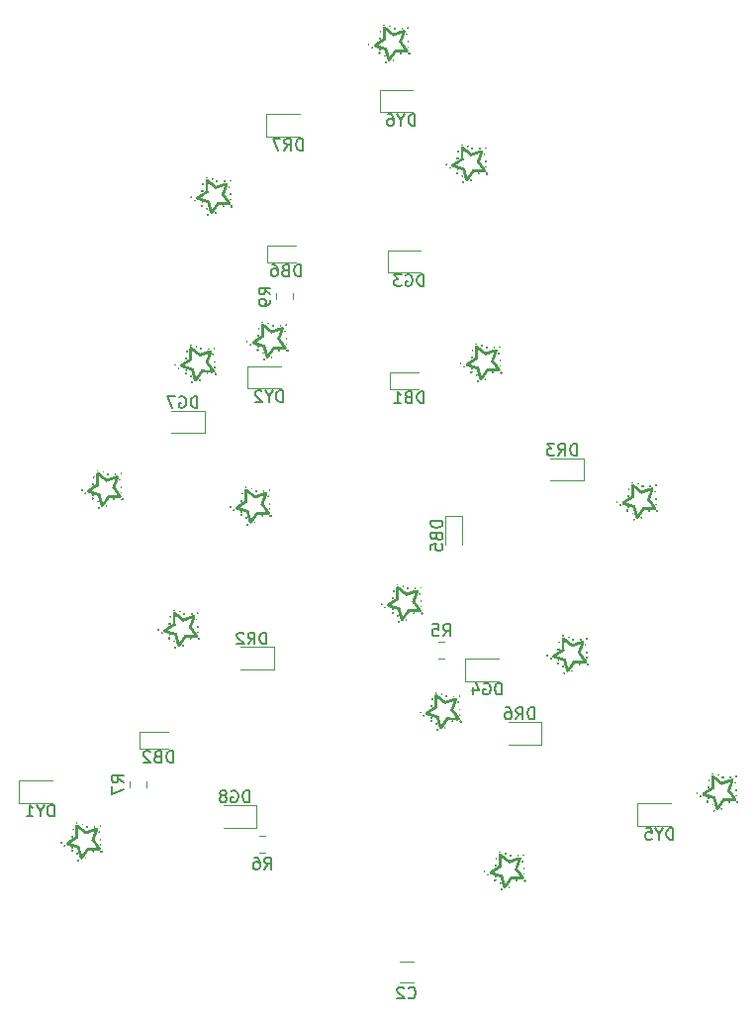
<source format=gbr>
%TF.GenerationSoftware,KiCad,Pcbnew,(5.1.6)-1*%
%TF.CreationDate,2021-10-27T12:57:45+02:00*%
%TF.ProjectId,BaumUnten,4261756d-556e-4746-956e-2e6b69636164,rev?*%
%TF.SameCoordinates,Original*%
%TF.FileFunction,Legend,Bot*%
%TF.FilePolarity,Positive*%
%FSLAX46Y46*%
G04 Gerber Fmt 4.6, Leading zero omitted, Abs format (unit mm)*
G04 Created by KiCad (PCBNEW (5.1.6)-1) date 2021-10-27 12:57:45*
%MOMM*%
%LPD*%
G01*
G04 APERTURE LIST*
%ADD10C,0.010000*%
%ADD11C,0.120000*%
%ADD12C,0.150000*%
G04 APERTURE END LIST*
D10*
%TO.C,G\u002A\u002A\u002A*%
G36*
X103618112Y-61956055D02*
G01*
X103629550Y-61946410D01*
X103638866Y-61933822D01*
X103643515Y-61921147D01*
X103643660Y-61918892D01*
X103640850Y-61908812D01*
X103633974Y-61897301D01*
X103625363Y-61887449D01*
X103617348Y-61882350D01*
X103615976Y-61882173D01*
X103608767Y-61880746D01*
X103606311Y-61879933D01*
X103597965Y-61880180D01*
X103589041Y-61883372D01*
X103575257Y-61894389D01*
X103566685Y-61909307D01*
X103564750Y-61925184D01*
X103566051Y-61930855D01*
X103574933Y-61944412D01*
X103589188Y-61954958D01*
X103605049Y-61959827D01*
X103607095Y-61959905D01*
X103618112Y-61956055D01*
G37*
X103618112Y-61956055D02*
X103629550Y-61946410D01*
X103638866Y-61933822D01*
X103643515Y-61921147D01*
X103643660Y-61918892D01*
X103640850Y-61908812D01*
X103633974Y-61897301D01*
X103625363Y-61887449D01*
X103617348Y-61882350D01*
X103615976Y-61882173D01*
X103608767Y-61880746D01*
X103606311Y-61879933D01*
X103597965Y-61880180D01*
X103589041Y-61883372D01*
X103575257Y-61894389D01*
X103566685Y-61909307D01*
X103564750Y-61925184D01*
X103566051Y-61930855D01*
X103574933Y-61944412D01*
X103589188Y-61954958D01*
X103605049Y-61959827D01*
X103607095Y-61959905D01*
X103618112Y-61956055D01*
G36*
X104255066Y-61765885D02*
G01*
X104264497Y-61760743D01*
X104272980Y-61749908D01*
X104274957Y-61736181D01*
X104270515Y-61723008D01*
X104263389Y-61715804D01*
X104250462Y-61709411D01*
X104239993Y-61710336D01*
X104229797Y-61717742D01*
X104221323Y-61731000D01*
X104221129Y-61745614D01*
X104228935Y-61758716D01*
X104241567Y-61766756D01*
X104255066Y-61765885D01*
G37*
X104255066Y-61765885D02*
X104264497Y-61760743D01*
X104272980Y-61749908D01*
X104274957Y-61736181D01*
X104270515Y-61723008D01*
X104263389Y-61715804D01*
X104250462Y-61709411D01*
X104239993Y-61710336D01*
X104229797Y-61717742D01*
X104221323Y-61731000D01*
X104221129Y-61745614D01*
X104228935Y-61758716D01*
X104241567Y-61766756D01*
X104255066Y-61765885D01*
G36*
X103528897Y-61407271D02*
G01*
X103534273Y-61402417D01*
X103545143Y-61386367D01*
X103547065Y-61369448D01*
X103539973Y-61352537D01*
X103538162Y-61350098D01*
X103525281Y-61340414D01*
X103509113Y-61337471D01*
X103492596Y-61341312D01*
X103481130Y-61349274D01*
X103471385Y-61364333D01*
X103470464Y-61380380D01*
X103478304Y-61396257D01*
X103484108Y-61402517D01*
X103499602Y-61413109D01*
X103514275Y-61414695D01*
X103528897Y-61407271D01*
G37*
X103528897Y-61407271D02*
X103534273Y-61402417D01*
X103545143Y-61386367D01*
X103547065Y-61369448D01*
X103539973Y-61352537D01*
X103538162Y-61350098D01*
X103525281Y-61340414D01*
X103509113Y-61337471D01*
X103492596Y-61341312D01*
X103481130Y-61349274D01*
X103471385Y-61364333D01*
X103470464Y-61380380D01*
X103478304Y-61396257D01*
X103484108Y-61402517D01*
X103499602Y-61413109D01*
X103514275Y-61414695D01*
X103528897Y-61407271D01*
G36*
X105622276Y-61239559D02*
G01*
X105638220Y-61231229D01*
X105652898Y-61215660D01*
X105656872Y-61210147D01*
X105664142Y-61194480D01*
X105663355Y-61179133D01*
X105654259Y-61162911D01*
X105644712Y-61152264D01*
X105632133Y-61140670D01*
X105622167Y-61134625D01*
X105611746Y-61132517D01*
X105606989Y-61132411D01*
X105591812Y-61134467D01*
X105578368Y-61139324D01*
X105577228Y-61139989D01*
X105561436Y-61154892D01*
X105552215Y-61174837D01*
X105550375Y-61189546D01*
X105554494Y-61206617D01*
X105565265Y-61222570D01*
X105580304Y-61235016D01*
X105597231Y-61241567D01*
X105602721Y-61242029D01*
X105622276Y-61239559D01*
G37*
X105622276Y-61239559D02*
X105638220Y-61231229D01*
X105652898Y-61215660D01*
X105656872Y-61210147D01*
X105664142Y-61194480D01*
X105663355Y-61179133D01*
X105654259Y-61162911D01*
X105644712Y-61152264D01*
X105632133Y-61140670D01*
X105622167Y-61134625D01*
X105611746Y-61132517D01*
X105606989Y-61132411D01*
X105591812Y-61134467D01*
X105578368Y-61139324D01*
X105577228Y-61139989D01*
X105561436Y-61154892D01*
X105552215Y-61174837D01*
X105550375Y-61189546D01*
X105554494Y-61206617D01*
X105565265Y-61222570D01*
X105580304Y-61235016D01*
X105597231Y-61241567D01*
X105602721Y-61242029D01*
X105622276Y-61239559D01*
G36*
X104910012Y-61183324D02*
G01*
X104920609Y-61173992D01*
X104927477Y-61162427D01*
X104928521Y-61156709D01*
X104924474Y-61144643D01*
X104914277Y-61135548D01*
X104900846Y-61131194D01*
X104888811Y-61132633D01*
X104877300Y-61141156D01*
X104870124Y-61154419D01*
X104869079Y-61161532D01*
X104872879Y-61170843D01*
X104882036Y-61180009D01*
X104893184Y-61186135D01*
X104898865Y-61187159D01*
X104910012Y-61183324D01*
G37*
X104910012Y-61183324D02*
X104920609Y-61173992D01*
X104927477Y-61162427D01*
X104928521Y-61156709D01*
X104924474Y-61144643D01*
X104914277Y-61135548D01*
X104900846Y-61131194D01*
X104888811Y-61132633D01*
X104877300Y-61141156D01*
X104870124Y-61154419D01*
X104869079Y-61161532D01*
X104872879Y-61170843D01*
X104882036Y-61180009D01*
X104893184Y-61186135D01*
X104898865Y-61187159D01*
X104910012Y-61183324D01*
G36*
X103085201Y-61173833D02*
G01*
X103101524Y-61162783D01*
X103114352Y-61147104D01*
X103121534Y-61129038D01*
X103122353Y-61120859D01*
X103118240Y-61102070D01*
X103107334Y-61085641D01*
X103091731Y-61073274D01*
X103073524Y-61066673D01*
X103056290Y-61067153D01*
X103037278Y-61076034D01*
X103022565Y-61091195D01*
X103014042Y-61110266D01*
X103012678Y-61121775D01*
X103016755Y-61139729D01*
X103027451Y-61156468D01*
X103042539Y-61169706D01*
X103059787Y-61177158D01*
X103067531Y-61178014D01*
X103085201Y-61173833D01*
G37*
X103085201Y-61173833D02*
X103101524Y-61162783D01*
X103114352Y-61147104D01*
X103121534Y-61129038D01*
X103122353Y-61120859D01*
X103118240Y-61102070D01*
X103107334Y-61085641D01*
X103091731Y-61073274D01*
X103073524Y-61066673D01*
X103056290Y-61067153D01*
X103037278Y-61076034D01*
X103022565Y-61091195D01*
X103014042Y-61110266D01*
X103012678Y-61121775D01*
X103016755Y-61139729D01*
X103027451Y-61156468D01*
X103042539Y-61169706D01*
X103059787Y-61177158D01*
X103067531Y-61178014D01*
X103085201Y-61173833D01*
G36*
X103119271Y-60880058D02*
G01*
X103133109Y-60869216D01*
X103139622Y-60854331D01*
X103140544Y-60843791D01*
X103136757Y-60827597D01*
X103126622Y-60815065D01*
X103112444Y-60807779D01*
X103096528Y-60807324D01*
X103090393Y-60809320D01*
X103075586Y-60818071D01*
X103067482Y-60829682D01*
X103064401Y-60841680D01*
X103063838Y-60853255D01*
X103067798Y-60862483D01*
X103075760Y-60871448D01*
X103090641Y-60882477D01*
X103105377Y-60884827D01*
X103119271Y-60880058D01*
G37*
X103119271Y-60880058D02*
X103133109Y-60869216D01*
X103139622Y-60854331D01*
X103140544Y-60843791D01*
X103136757Y-60827597D01*
X103126622Y-60815065D01*
X103112444Y-60807779D01*
X103096528Y-60807324D01*
X103090393Y-60809320D01*
X103075586Y-60818071D01*
X103067482Y-60829682D01*
X103064401Y-60841680D01*
X103063838Y-60853255D01*
X103067798Y-60862483D01*
X103075760Y-60871448D01*
X103090641Y-60882477D01*
X103105377Y-60884827D01*
X103119271Y-60880058D01*
G36*
X102459851Y-60707884D02*
G01*
X102470711Y-60698739D01*
X102477104Y-60687297D01*
X102477684Y-60683119D01*
X102474227Y-60673542D01*
X102465905Y-60663076D01*
X102455786Y-60654917D01*
X102447963Y-60652182D01*
X102439953Y-60655224D01*
X102430261Y-60662627D01*
X102429465Y-60663405D01*
X102421740Y-60673714D01*
X102418258Y-60683465D01*
X102418242Y-60683981D01*
X102422245Y-60695913D01*
X102432129Y-60706041D01*
X102444708Y-60711385D01*
X102447784Y-60711624D01*
X102459851Y-60707884D01*
G37*
X102459851Y-60707884D02*
X102470711Y-60698739D01*
X102477104Y-60687297D01*
X102477684Y-60683119D01*
X102474227Y-60673542D01*
X102465905Y-60663076D01*
X102455786Y-60654917D01*
X102447963Y-60652182D01*
X102439953Y-60655224D01*
X102430261Y-60662627D01*
X102429465Y-60663405D01*
X102421740Y-60673714D01*
X102418258Y-60683465D01*
X102418242Y-60683981D01*
X102422245Y-60695913D01*
X102432129Y-60706041D01*
X102444708Y-60711385D01*
X102447784Y-60711624D01*
X102459851Y-60707884D01*
G36*
X105526858Y-60636372D02*
G01*
X105536657Y-60629320D01*
X105544172Y-60616585D01*
X105544811Y-60602633D01*
X105539510Y-60590040D01*
X105529207Y-60581383D01*
X105518368Y-60579022D01*
X105509394Y-60581524D01*
X105501095Y-60586140D01*
X105492784Y-60596880D01*
X105491296Y-60610607D01*
X105496641Y-60624205D01*
X105500940Y-60629141D01*
X105514171Y-60637303D01*
X105526858Y-60636372D01*
G37*
X105526858Y-60636372D02*
X105536657Y-60629320D01*
X105544172Y-60616585D01*
X105544811Y-60602633D01*
X105539510Y-60590040D01*
X105529207Y-60581383D01*
X105518368Y-60579022D01*
X105509394Y-60581524D01*
X105501095Y-60586140D01*
X105492784Y-60596880D01*
X105491296Y-60610607D01*
X105496641Y-60624205D01*
X105500940Y-60629141D01*
X105514171Y-60637303D01*
X105526858Y-60636372D01*
G36*
X102155261Y-60442710D02*
G01*
X102166116Y-60434429D01*
X102172190Y-60425780D01*
X102174964Y-60416195D01*
X102172206Y-60407525D01*
X102168242Y-60401708D01*
X102155862Y-60390762D01*
X102142221Y-60388081D01*
X102129088Y-60393866D01*
X102125828Y-60396938D01*
X102118210Y-60410533D01*
X102119380Y-60424427D01*
X102129149Y-60437158D01*
X102131188Y-60438761D01*
X102141263Y-60444761D01*
X102149783Y-60444822D01*
X102155261Y-60442710D01*
G37*
X102155261Y-60442710D02*
X102166116Y-60434429D01*
X102172190Y-60425780D01*
X102174964Y-60416195D01*
X102172206Y-60407525D01*
X102168242Y-60401708D01*
X102155862Y-60390762D01*
X102142221Y-60388081D01*
X102129088Y-60393866D01*
X102125828Y-60396938D01*
X102118210Y-60410533D01*
X102119380Y-60424427D01*
X102129149Y-60437158D01*
X102131188Y-60438761D01*
X102141263Y-60444761D01*
X102149783Y-60444822D01*
X102155261Y-60442710D01*
G36*
X105536602Y-60168508D02*
G01*
X105538327Y-60167169D01*
X105548198Y-60154733D01*
X105549543Y-60140844D01*
X105542227Y-60127385D01*
X105541230Y-60126349D01*
X105527896Y-60118305D01*
X105513983Y-60118946D01*
X105501324Y-60128139D01*
X105500330Y-60129354D01*
X105493604Y-60143403D01*
X105495995Y-60156806D01*
X105506280Y-60168543D01*
X105516638Y-60175159D01*
X105525582Y-60175197D01*
X105536602Y-60168508D01*
G37*
X105536602Y-60168508D02*
X105538327Y-60167169D01*
X105548198Y-60154733D01*
X105549543Y-60140844D01*
X105542227Y-60127385D01*
X105541230Y-60126349D01*
X105527896Y-60118305D01*
X105513983Y-60118946D01*
X105501324Y-60128139D01*
X105500330Y-60129354D01*
X105493604Y-60143403D01*
X105495995Y-60156806D01*
X105506280Y-60168543D01*
X105516638Y-60175159D01*
X105525582Y-60175197D01*
X105536602Y-60168508D01*
G36*
X103134398Y-59938884D02*
G01*
X103149250Y-59923055D01*
X103153852Y-59914876D01*
X103159658Y-59900720D01*
X103160889Y-59889431D01*
X103158702Y-59878259D01*
X103149339Y-59859567D01*
X103134385Y-59846415D01*
X103115963Y-59839507D01*
X103096195Y-59839546D01*
X103077202Y-59847237D01*
X103073404Y-59849974D01*
X103059391Y-59866149D01*
X103052827Y-59885227D01*
X103053643Y-59905038D01*
X103061770Y-59923413D01*
X103076209Y-59937568D01*
X103096475Y-59946550D01*
X103116339Y-59946852D01*
X103134398Y-59938884D01*
G37*
X103134398Y-59938884D02*
X103149250Y-59923055D01*
X103153852Y-59914876D01*
X103159658Y-59900720D01*
X103160889Y-59889431D01*
X103158702Y-59878259D01*
X103149339Y-59859567D01*
X103134385Y-59846415D01*
X103115963Y-59839507D01*
X103096195Y-59839546D01*
X103077202Y-59847237D01*
X103073404Y-59849974D01*
X103059391Y-59866149D01*
X103052827Y-59885227D01*
X103053643Y-59905038D01*
X103061770Y-59923413D01*
X103076209Y-59937568D01*
X103096475Y-59946550D01*
X103116339Y-59946852D01*
X103134398Y-59938884D01*
G36*
X105400695Y-59546282D02*
G01*
X105410196Y-59540823D01*
X105419712Y-59529082D01*
X105421827Y-59516510D01*
X105417930Y-59504810D01*
X105409409Y-59495683D01*
X105397649Y-59490830D01*
X105384041Y-59491952D01*
X105374447Y-59496989D01*
X105368072Y-59506544D01*
X105366045Y-59519921D01*
X105368576Y-59532787D01*
X105372430Y-59538515D01*
X105386388Y-59546955D01*
X105400695Y-59546282D01*
G37*
X105400695Y-59546282D02*
X105410196Y-59540823D01*
X105419712Y-59529082D01*
X105421827Y-59516510D01*
X105417930Y-59504810D01*
X105409409Y-59495683D01*
X105397649Y-59490830D01*
X105384041Y-59491952D01*
X105374447Y-59496989D01*
X105368072Y-59506544D01*
X105366045Y-59519921D01*
X105368576Y-59532787D01*
X105372430Y-59538515D01*
X105386388Y-59546955D01*
X105400695Y-59546282D01*
G36*
X103172368Y-59304140D02*
G01*
X103181942Y-59294667D01*
X103186244Y-59282075D01*
X103184199Y-59268979D01*
X103178053Y-59260577D01*
X103165315Y-59254165D01*
X103150876Y-59253979D01*
X103138868Y-59260059D01*
X103138730Y-59260195D01*
X103133346Y-59270015D01*
X103131545Y-59280445D01*
X103135333Y-59295617D01*
X103145785Y-59305186D01*
X103158598Y-59307879D01*
X103172368Y-59304140D01*
G37*
X103172368Y-59304140D02*
X103181942Y-59294667D01*
X103186244Y-59282075D01*
X103184199Y-59268979D01*
X103178053Y-59260577D01*
X103165315Y-59254165D01*
X103150876Y-59253979D01*
X103138868Y-59260059D01*
X103138730Y-59260195D01*
X103133346Y-59270015D01*
X103131545Y-59280445D01*
X103135333Y-59295617D01*
X103145785Y-59305186D01*
X103158598Y-59307879D01*
X103172368Y-59304140D01*
G36*
X105015148Y-59077777D02*
G01*
X105026691Y-59070263D01*
X105033898Y-59057021D01*
X105034011Y-59043418D01*
X105028339Y-59031539D01*
X105018194Y-59023470D01*
X105004888Y-59021295D01*
X104997108Y-59023204D01*
X104985311Y-59032021D01*
X104979784Y-59045037D01*
X104981103Y-59059297D01*
X104987963Y-59070112D01*
X105001140Y-59077970D01*
X105015148Y-59077777D01*
G37*
X105015148Y-59077777D02*
X105026691Y-59070263D01*
X105033898Y-59057021D01*
X105034011Y-59043418D01*
X105028339Y-59031539D01*
X105018194Y-59023470D01*
X105004888Y-59021295D01*
X104997108Y-59023204D01*
X104985311Y-59032021D01*
X104979784Y-59045037D01*
X104981103Y-59059297D01*
X104987963Y-59070112D01*
X105001140Y-59077970D01*
X105015148Y-59077777D01*
G36*
X104371722Y-59100897D02*
G01*
X104389496Y-59094290D01*
X104404638Y-59080829D01*
X104408927Y-59074502D01*
X104415951Y-59054614D01*
X104414343Y-59034780D01*
X104404503Y-59016472D01*
X104389371Y-59002805D01*
X104371442Y-58994222D01*
X104353873Y-58993846D01*
X104334480Y-59001658D01*
X104333397Y-59002278D01*
X104316776Y-59015935D01*
X104308219Y-59033451D01*
X104306666Y-59047692D01*
X104310474Y-59068250D01*
X104320692Y-59084325D01*
X104335512Y-59095440D01*
X104353125Y-59101122D01*
X104371722Y-59100897D01*
G37*
X104371722Y-59100897D02*
X104389496Y-59094290D01*
X104404638Y-59080829D01*
X104408927Y-59074502D01*
X104415951Y-59054614D01*
X104414343Y-59034780D01*
X104404503Y-59016472D01*
X104389371Y-59002805D01*
X104371442Y-58994222D01*
X104353873Y-58993846D01*
X104334480Y-59001658D01*
X104333397Y-59002278D01*
X104316776Y-59015935D01*
X104308219Y-59033451D01*
X104306666Y-59047692D01*
X104310474Y-59068250D01*
X104320692Y-59084325D01*
X104335512Y-59095440D01*
X104353125Y-59101122D01*
X104371722Y-59100897D01*
G36*
X105514654Y-59017777D02*
G01*
X105526976Y-59008025D01*
X105527181Y-59007767D01*
X105535256Y-58993687D01*
X105534819Y-58981814D01*
X105525777Y-58970790D01*
X105524610Y-58969849D01*
X105509876Y-58961671D01*
X105496862Y-58962204D01*
X105486360Y-58969518D01*
X105478450Y-58983014D01*
X105478870Y-58997624D01*
X105487223Y-59010492D01*
X105501045Y-59018623D01*
X105514654Y-59017777D01*
G37*
X105514654Y-59017777D02*
X105526976Y-59008025D01*
X105527181Y-59007767D01*
X105535256Y-58993687D01*
X105534819Y-58981814D01*
X105525777Y-58970790D01*
X105524610Y-58969849D01*
X105509876Y-58961671D01*
X105496862Y-58962204D01*
X105486360Y-58969518D01*
X105478450Y-58983014D01*
X105478870Y-58997624D01*
X105487223Y-59010492D01*
X105501045Y-59018623D01*
X105514654Y-59017777D01*
G36*
X103899931Y-61779900D02*
G01*
X103915793Y-61774625D01*
X103932898Y-61765393D01*
X103951567Y-61751846D01*
X103972118Y-61733624D01*
X103994871Y-61710368D01*
X104020146Y-61681719D01*
X104048263Y-61647316D01*
X104079541Y-61606802D01*
X104114300Y-61559815D01*
X104152859Y-61505998D01*
X104195538Y-61444990D01*
X104233775Y-61389431D01*
X104251952Y-61362872D01*
X104271154Y-61334836D01*
X104289666Y-61307824D01*
X104305775Y-61284337D01*
X104313672Y-61272834D01*
X104329504Y-61249781D01*
X104348067Y-61222744D01*
X104366919Y-61195278D01*
X104381903Y-61173442D01*
X104408521Y-61134791D01*
X104432258Y-61100618D01*
X104452737Y-61071453D01*
X104469579Y-61047828D01*
X104482404Y-61030277D01*
X104490834Y-61019330D01*
X104494273Y-61015608D01*
X104499937Y-61015056D01*
X104513270Y-61015035D01*
X104532813Y-61015508D01*
X104557107Y-61016439D01*
X104584694Y-61017789D01*
X104588893Y-61018018D01*
X104623985Y-61019954D01*
X104662762Y-61022086D01*
X104701712Y-61024221D01*
X104737327Y-61026168D01*
X104757054Y-61027242D01*
X104785115Y-61028817D01*
X104819680Y-61030836D01*
X104858128Y-61033141D01*
X104897837Y-61035574D01*
X104936186Y-61037977D01*
X104949097Y-61038801D01*
X104985914Y-61040915D01*
X105029113Y-61042989D01*
X105075931Y-61044914D01*
X105123604Y-61046585D01*
X105169370Y-61047894D01*
X105201455Y-61048586D01*
X105242764Y-61049245D01*
X105276238Y-61049578D01*
X105303181Y-61049545D01*
X105324899Y-61049107D01*
X105342695Y-61048228D01*
X105357876Y-61046867D01*
X105371746Y-61044986D01*
X105381805Y-61043261D01*
X105418399Y-61034861D01*
X105446499Y-61024368D01*
X105466627Y-61011222D01*
X105479304Y-60994869D01*
X105485050Y-60974751D01*
X105484387Y-60950312D01*
X105481840Y-60936407D01*
X105476205Y-60917378D01*
X105466991Y-60895186D01*
X105453930Y-60869422D01*
X105436753Y-60839676D01*
X105415191Y-60805538D01*
X105388975Y-60766598D01*
X105357838Y-60722446D01*
X105321510Y-60672672D01*
X105279723Y-60616867D01*
X105232208Y-60554621D01*
X105228017Y-60549177D01*
X105217703Y-60535753D01*
X105203801Y-60517612D01*
X105188263Y-60497306D01*
X105175433Y-60480514D01*
X105148163Y-60444874D01*
X105121901Y-60410695D01*
X105098304Y-60380130D01*
X105083984Y-60361686D01*
X105076040Y-60351371D01*
X105064591Y-60336362D01*
X105051627Y-60319271D01*
X105046305Y-60312228D01*
X105034072Y-60296094D01*
X105023281Y-60281996D01*
X105015557Y-60272053D01*
X105013386Y-60269342D01*
X105008026Y-60262551D01*
X104998550Y-60250283D01*
X104986356Y-60234355D01*
X104974477Y-60218743D01*
X104957960Y-60195820D01*
X104947534Y-60178334D01*
X104942779Y-60165294D01*
X104943278Y-60155713D01*
X104945877Y-60151269D01*
X104949521Y-60144432D01*
X104954159Y-60132688D01*
X104955548Y-60128635D01*
X104960982Y-60113067D01*
X104966510Y-60098537D01*
X104967292Y-60096628D01*
X104975935Y-60075175D01*
X104986930Y-60046640D01*
X104997360Y-60018896D01*
X105003774Y-60001893D01*
X105009786Y-59986273D01*
X105013160Y-59977744D01*
X105018359Y-59964802D01*
X105024702Y-59948841D01*
X105026828Y-59943451D01*
X105033045Y-59927745D01*
X105038895Y-59913092D01*
X105040481Y-59909158D01*
X105046046Y-59894864D01*
X105051696Y-59879593D01*
X105051753Y-59879437D01*
X105056759Y-59866032D01*
X105061239Y-59854963D01*
X105061535Y-59854288D01*
X105064383Y-59847306D01*
X105069917Y-59833259D01*
X105077561Y-59813625D01*
X105086740Y-59789883D01*
X105096878Y-59763512D01*
X105097962Y-59760684D01*
X105108547Y-59733130D01*
X105118595Y-59707111D01*
X105127426Y-59684368D01*
X105134366Y-59666644D01*
X105138738Y-59655680D01*
X105138804Y-59655518D01*
X105158591Y-59605496D01*
X105177539Y-59554339D01*
X105195172Y-59503540D01*
X105211010Y-59454597D01*
X105224574Y-59409006D01*
X105235387Y-59368261D01*
X105242969Y-59333860D01*
X105244560Y-59324896D01*
X105247509Y-59289994D01*
X105243786Y-59261243D01*
X105233337Y-59238479D01*
X105216105Y-59221541D01*
X105207556Y-59216489D01*
X105189228Y-59210539D01*
X105165095Y-59207521D01*
X105138054Y-59207551D01*
X105111001Y-59210746D01*
X105103483Y-59212301D01*
X105086802Y-59216135D01*
X105066436Y-59220807D01*
X105051977Y-59224120D01*
X105034686Y-59228257D01*
X105019479Y-59232206D01*
X105010825Y-59234742D01*
X105000243Y-59238069D01*
X104984727Y-59242714D01*
X104971959Y-59246426D01*
X104955023Y-59251470D01*
X104933792Y-59258068D01*
X104910205Y-59265588D01*
X104886199Y-59273393D01*
X104863711Y-59280851D01*
X104844681Y-59287326D01*
X104831045Y-59292184D01*
X104825640Y-59294331D01*
X104817372Y-59297560D01*
X104802898Y-59302712D01*
X104784717Y-59308908D01*
X104775343Y-59312017D01*
X104755239Y-59318796D01*
X104729636Y-59327686D01*
X104701609Y-59337606D01*
X104674231Y-59347478D01*
X104670177Y-59348959D01*
X104644322Y-59358357D01*
X104618446Y-59367650D01*
X104595211Y-59375890D01*
X104577276Y-59382130D01*
X104574155Y-59383190D01*
X104556436Y-59389279D01*
X104533413Y-59397341D01*
X104508376Y-59406218D01*
X104489565Y-59412964D01*
X104465909Y-59421434D01*
X104442353Y-59429763D01*
X104421905Y-59436891D01*
X104409547Y-59441105D01*
X104393488Y-59446609D01*
X104379851Y-59451517D01*
X104372967Y-59454200D01*
X104364849Y-59457300D01*
X104350422Y-59462463D01*
X104332050Y-59468850D01*
X104319835Y-59473018D01*
X104275847Y-59487915D01*
X104255820Y-59472318D01*
X104244369Y-59463279D01*
X104236109Y-59456536D01*
X104233507Y-59454223D01*
X104229388Y-59450698D01*
X104219284Y-59442373D01*
X104204338Y-59430181D01*
X104185691Y-59415052D01*
X104164487Y-59397919D01*
X104163283Y-59396949D01*
X104114327Y-59357400D01*
X104067665Y-59319533D01*
X104021053Y-59281518D01*
X103972249Y-59241524D01*
X103919007Y-59197720D01*
X103911149Y-59191243D01*
X103893765Y-59177004D01*
X103877150Y-59163554D01*
X103863753Y-59152868D01*
X103858566Y-59148826D01*
X103845332Y-59138549D01*
X103830554Y-59126864D01*
X103816165Y-59115328D01*
X103804100Y-59105497D01*
X103796293Y-59098927D01*
X103794551Y-59097310D01*
X103787830Y-59091237D01*
X103775328Y-59081167D01*
X103758261Y-59067988D01*
X103737849Y-59052588D01*
X103715309Y-59035856D01*
X103691860Y-59018679D01*
X103668719Y-59001945D01*
X103647104Y-58986542D01*
X103628233Y-58973360D01*
X103613325Y-58963284D01*
X103603597Y-58957205D01*
X103600471Y-58955800D01*
X103595270Y-58953578D01*
X103585378Y-58947985D01*
X103580698Y-58945116D01*
X103552222Y-58930414D01*
X103523289Y-58921117D01*
X103496224Y-58917810D01*
X103479052Y-58919501D01*
X103465009Y-58924622D01*
X103452979Y-58933901D01*
X103442310Y-58948384D01*
X103432349Y-58969116D01*
X103422445Y-58997142D01*
X103415075Y-59022101D01*
X103412550Y-59036515D01*
X103410500Y-59059843D01*
X103408923Y-59091866D01*
X103407820Y-59132366D01*
X103407188Y-59181122D01*
X103407028Y-59237918D01*
X103407338Y-59302533D01*
X103408117Y-59374750D01*
X103409365Y-59454349D01*
X103411080Y-59541112D01*
X103413263Y-59634820D01*
X103415911Y-59735253D01*
X103418164Y-59813556D01*
X103420895Y-59905425D01*
X103396247Y-59922340D01*
X103381721Y-59932122D01*
X103359755Y-59946635D01*
X103330299Y-59965912D01*
X103293301Y-59989986D01*
X103248710Y-60018891D01*
X103196476Y-60052660D01*
X103174406Y-60066907D01*
X103154674Y-60079538D01*
X103137483Y-60090348D01*
X103124395Y-60098370D01*
X103116970Y-60102638D01*
X103116117Y-60103029D01*
X103109428Y-60107046D01*
X103108683Y-60107865D01*
X103104187Y-60111241D01*
X103093354Y-60118511D01*
X103077610Y-60128739D01*
X103058385Y-60140992D01*
X103049241Y-60146753D01*
X103027224Y-60160640D01*
X103006385Y-60173902D01*
X102988721Y-60185261D01*
X102976225Y-60193440D01*
X102973795Y-60195073D01*
X102964130Y-60201562D01*
X102948414Y-60212017D01*
X102928240Y-60225381D01*
X102905201Y-60240601D01*
X102882346Y-60255660D01*
X102826539Y-60293123D01*
X102778604Y-60326946D01*
X102738179Y-60357471D01*
X102704905Y-60385040D01*
X102678421Y-60409995D01*
X102658365Y-60432677D01*
X102646804Y-60449830D01*
X102939502Y-60449830D01*
X102941899Y-60439854D01*
X102948014Y-60426320D01*
X102952561Y-60418475D01*
X102962768Y-60404431D01*
X102976542Y-60389191D01*
X102994519Y-60372235D01*
X103017337Y-60353046D01*
X103045636Y-60331103D01*
X103080052Y-60305888D01*
X103121223Y-60276880D01*
X103155465Y-60253316D01*
X103157969Y-60251629D01*
X103161658Y-60249197D01*
X103167173Y-60245607D01*
X103175156Y-60240447D01*
X103186248Y-60233306D01*
X103201091Y-60223770D01*
X103220327Y-60211429D01*
X103244596Y-60195871D01*
X103274541Y-60176682D01*
X103310804Y-60153451D01*
X103354024Y-60125765D01*
X103361528Y-60120959D01*
X103404329Y-60093534D01*
X103440125Y-60070570D01*
X103469622Y-60051608D01*
X103493525Y-60036191D01*
X103512539Y-60023861D01*
X103527369Y-60014159D01*
X103538720Y-60006627D01*
X103547296Y-60000808D01*
X103553804Y-59996243D01*
X103556679Y-59994158D01*
X103571686Y-59983136D01*
X103568608Y-59831836D01*
X103567635Y-59787414D01*
X103566451Y-59738734D01*
X103565128Y-59688461D01*
X103563739Y-59639259D01*
X103562357Y-59593793D01*
X103561053Y-59554727D01*
X103561017Y-59553700D01*
X103559294Y-59485228D01*
X103559200Y-59423254D01*
X103560716Y-59368303D01*
X103563818Y-59320900D01*
X103568485Y-59281568D01*
X103573353Y-59256174D01*
X103582755Y-59228050D01*
X103595627Y-59208360D01*
X103612073Y-59197033D01*
X103632194Y-59194001D01*
X103656095Y-59199194D01*
X103657378Y-59199663D01*
X103697688Y-59217696D01*
X103735309Y-59240199D01*
X103741968Y-59244931D01*
X103780419Y-59273249D01*
X103814006Y-59298247D01*
X103842227Y-59319545D01*
X103864583Y-59336760D01*
X103880573Y-59349510D01*
X103889698Y-59357416D01*
X103890573Y-59358295D01*
X103895193Y-59362211D01*
X103904720Y-59369799D01*
X103913435Y-59376584D01*
X103927299Y-59387461D01*
X103940045Y-59397744D01*
X103945442Y-59402249D01*
X103952878Y-59408463D01*
X103965891Y-59419191D01*
X103982962Y-59433186D01*
X104002567Y-59449197D01*
X104014029Y-59458533D01*
X104034153Y-59474926D01*
X104052369Y-59489798D01*
X104067227Y-59501965D01*
X104077278Y-59510239D01*
X104080330Y-59512784D01*
X104087226Y-59518492D01*
X104099590Y-59528602D01*
X104115776Y-59541771D01*
X104134136Y-59556657D01*
X104137486Y-59559367D01*
X104155291Y-59573810D01*
X104170458Y-59586187D01*
X104181607Y-59595367D01*
X104187356Y-59600216D01*
X104187783Y-59600613D01*
X104195007Y-59607108D01*
X104206538Y-59616349D01*
X104220294Y-59626802D01*
X104234195Y-59636936D01*
X104246159Y-59645218D01*
X104254106Y-59650114D01*
X104255937Y-59650814D01*
X104264003Y-59648737D01*
X104269006Y-59646387D01*
X104276458Y-59643191D01*
X104290454Y-59637982D01*
X104308830Y-59631545D01*
X104324956Y-59626127D01*
X104351295Y-59617286D01*
X104380802Y-59607142D01*
X104408584Y-59597384D01*
X104418692Y-59593760D01*
X104442132Y-59585360D01*
X104466572Y-59576725D01*
X104488152Y-59569216D01*
X104496423Y-59566389D01*
X104514143Y-59560287D01*
X104537167Y-59552215D01*
X104562205Y-59543331D01*
X104581014Y-59536584D01*
X104604669Y-59528114D01*
X104628226Y-59519785D01*
X104648674Y-59512657D01*
X104661032Y-59508443D01*
X104677094Y-59502916D01*
X104690731Y-59497952D01*
X104697612Y-59495209D01*
X104707824Y-59491285D01*
X104724883Y-59485379D01*
X104746866Y-59478102D01*
X104771849Y-59470067D01*
X104797909Y-59461885D01*
X104823123Y-59454167D01*
X104845569Y-59447524D01*
X104862220Y-59442863D01*
X104888466Y-59436847D01*
X104916132Y-59432184D01*
X104942523Y-59429195D01*
X104964942Y-59428202D01*
X104977959Y-59429025D01*
X105000062Y-59436344D01*
X105011568Y-59445093D01*
X105018475Y-59452875D01*
X105022381Y-59460796D01*
X105024123Y-59471782D01*
X105024541Y-59488756D01*
X105024542Y-59490369D01*
X105023294Y-59512329D01*
X105019404Y-59537918D01*
X105012653Y-59567939D01*
X105002820Y-59603194D01*
X104989686Y-59644484D01*
X104973031Y-59692613D01*
X104957460Y-59735404D01*
X104950547Y-59753782D01*
X104943857Y-59771074D01*
X104938888Y-59783415D01*
X104933438Y-59796639D01*
X104929068Y-59807667D01*
X104928728Y-59808563D01*
X104925845Y-59816044D01*
X104920332Y-59830179D01*
X104912913Y-59849118D01*
X104904313Y-59871009D01*
X104901897Y-59877150D01*
X104884894Y-59920508D01*
X104868139Y-59963545D01*
X104851961Y-60005391D01*
X104836688Y-60045178D01*
X104822650Y-60082036D01*
X104810176Y-60115096D01*
X104799595Y-60143489D01*
X104791235Y-60166346D01*
X104785425Y-60182797D01*
X104782495Y-60191972D01*
X104782202Y-60193450D01*
X104783609Y-60197071D01*
X104788054Y-60204345D01*
X104795874Y-60215727D01*
X104807406Y-60231671D01*
X104822988Y-60252631D01*
X104842956Y-60279062D01*
X104867647Y-60311419D01*
X104897398Y-60350155D01*
X104924027Y-60384693D01*
X104971884Y-60446822D01*
X105014345Y-60502279D01*
X105051719Y-60551539D01*
X105084318Y-60595077D01*
X105112451Y-60633366D01*
X105136430Y-60666881D01*
X105156564Y-60696096D01*
X105173165Y-60721485D01*
X105186543Y-60743522D01*
X105197008Y-60762681D01*
X105204872Y-60779437D01*
X105210444Y-60794264D01*
X105214035Y-60807636D01*
X105215956Y-60820027D01*
X105216517Y-60831318D01*
X105215670Y-60845543D01*
X105211640Y-60855103D01*
X105202363Y-60864407D01*
X105200200Y-60866211D01*
X105190098Y-60873482D01*
X105178596Y-60879302D01*
X105164619Y-60883816D01*
X105147091Y-60887170D01*
X105124937Y-60889510D01*
X105097079Y-60890982D01*
X105062443Y-60891731D01*
X105019953Y-60891905D01*
X105010825Y-60891884D01*
X104972938Y-60891544D01*
X104932476Y-60890789D01*
X104892111Y-60889697D01*
X104854513Y-60888345D01*
X104822354Y-60886808D01*
X104811923Y-60886179D01*
X104734557Y-60881235D01*
X104666149Y-60877052D01*
X104606546Y-60873625D01*
X104555594Y-60870945D01*
X104513139Y-60869008D01*
X104479028Y-60867805D01*
X104453105Y-60867330D01*
X104435218Y-60867578D01*
X104425212Y-60868539D01*
X104423072Y-60869320D01*
X104418479Y-60874656D01*
X104409933Y-60886068D01*
X104398545Y-60902020D01*
X104385430Y-60920976D01*
X104381655Y-60926529D01*
X104366374Y-60949011D01*
X104347761Y-60976254D01*
X104327703Y-61005506D01*
X104308082Y-61034017D01*
X104298636Y-61047699D01*
X104280589Y-61073825D01*
X104261668Y-61101256D01*
X104243566Y-61127534D01*
X104227978Y-61150202D01*
X104220642Y-61160892D01*
X104180980Y-61218343D01*
X104145708Y-61268521D01*
X104114429Y-61311946D01*
X104086749Y-61349138D01*
X104062271Y-61380617D01*
X104040599Y-61406904D01*
X104021340Y-61428520D01*
X104004096Y-61445983D01*
X104003380Y-61446661D01*
X103984854Y-61462916D01*
X103969399Y-61473051D01*
X103954616Y-61478275D01*
X103938106Y-61479796D01*
X103937578Y-61479797D01*
X103922576Y-61476408D01*
X103907729Y-61466049D01*
X103892893Y-61448428D01*
X103877921Y-61423253D01*
X103862667Y-61390233D01*
X103846987Y-61349077D01*
X103830734Y-61299494D01*
X103813763Y-61241193D01*
X103808373Y-61221453D01*
X103805104Y-61209478D01*
X103800531Y-61192924D01*
X103797018Y-61180301D01*
X103792869Y-61165110D01*
X103787183Y-61143845D01*
X103780698Y-61119287D01*
X103774154Y-61094217D01*
X103773948Y-61093424D01*
X103767432Y-61068388D01*
X103760979Y-61043771D01*
X103755322Y-61022356D01*
X103751192Y-61006922D01*
X103751090Y-61006547D01*
X103748081Y-60995417D01*
X103744739Y-60982947D01*
X103740740Y-60967911D01*
X103735761Y-60949085D01*
X103729477Y-60925244D01*
X103721564Y-60895163D01*
X103711700Y-60857617D01*
X103710284Y-60852227D01*
X103700935Y-60816700D01*
X103693509Y-60788998D01*
X103687598Y-60768100D01*
X103682793Y-60752987D01*
X103678686Y-60742642D01*
X103674868Y-60736044D01*
X103670931Y-60732176D01*
X103666466Y-60730017D01*
X103661066Y-60728549D01*
X103660667Y-60728452D01*
X103651297Y-60726071D01*
X103639926Y-60722967D01*
X103625260Y-60718762D01*
X103606005Y-60713077D01*
X103580867Y-60705535D01*
X103548555Y-60695757D01*
X103540780Y-60693398D01*
X103512175Y-60684739D01*
X103483437Y-60676083D01*
X103457016Y-60668166D01*
X103435358Y-60661722D01*
X103425309Y-60658763D01*
X103390688Y-60648619D01*
X103356850Y-60638666D01*
X103325914Y-60629532D01*
X103299999Y-60621840D01*
X103284722Y-60617271D01*
X103268405Y-60612407D01*
X103253355Y-60607990D01*
X103248143Y-60606488D01*
X103234398Y-60602556D01*
X103218497Y-60597986D01*
X103216135Y-60597305D01*
X103205414Y-60594004D01*
X103188056Y-60588423D01*
X103166081Y-60581222D01*
X103141513Y-60573061D01*
X103129259Y-60568951D01*
X103078839Y-60551152D01*
X103036994Y-60534480D01*
X103003261Y-60518646D01*
X102977180Y-60503362D01*
X102958290Y-60488336D01*
X102946130Y-60473281D01*
X102940240Y-60457906D01*
X102939502Y-60449830D01*
X102646804Y-60449830D01*
X102644377Y-60453430D01*
X102636096Y-60472593D01*
X102633162Y-60490511D01*
X102633147Y-60491844D01*
X102634243Y-60506396D01*
X102638669Y-60517990D01*
X102648131Y-60530853D01*
X102649560Y-60532537D01*
X102660462Y-60544272D01*
X102672554Y-60554928D01*
X102687009Y-60565170D01*
X102705001Y-60575666D01*
X102727703Y-60587081D01*
X102756289Y-60600083D01*
X102791931Y-60615338D01*
X102804614Y-60620636D01*
X102817160Y-60625354D01*
X102837194Y-60632273D01*
X102863438Y-60640988D01*
X102894613Y-60651097D01*
X102929442Y-60662197D01*
X102966645Y-60673885D01*
X103004945Y-60685758D01*
X103043063Y-60697413D01*
X103079720Y-60708446D01*
X103113638Y-60718456D01*
X103129259Y-60722976D01*
X103145936Y-60727837D01*
X103160632Y-60732245D01*
X103168125Y-60734589D01*
X103178717Y-60737848D01*
X103194249Y-60742397D01*
X103206991Y-60746021D01*
X103223683Y-60750787D01*
X103238388Y-60755131D01*
X103245856Y-60757452D01*
X103256449Y-60760710D01*
X103271981Y-60765259D01*
X103284722Y-60768883D01*
X103301415Y-60773649D01*
X103316119Y-60777994D01*
X103323588Y-60780314D01*
X103334168Y-60783597D01*
X103349682Y-60788213D01*
X103362454Y-60791921D01*
X103382269Y-60797664D01*
X103406723Y-60804864D01*
X103436943Y-60813855D01*
X103474059Y-60824974D01*
X103501914Y-60833349D01*
X103520130Y-60838679D01*
X103533730Y-60842996D01*
X103543709Y-60847619D01*
X103551061Y-60853873D01*
X103556780Y-60863076D01*
X103561860Y-60876553D01*
X103567296Y-60895624D01*
X103574081Y-60921610D01*
X103577172Y-60933388D01*
X103583471Y-60957121D01*
X103590287Y-60982650D01*
X103596328Y-61005137D01*
X103597327Y-61008833D01*
X103605986Y-61040882D01*
X103612987Y-61066921D01*
X103619075Y-61089764D01*
X103624996Y-61112225D01*
X103631496Y-61137117D01*
X103639320Y-61167255D01*
X103639738Y-61168869D01*
X103652046Y-61216311D01*
X103662453Y-61256311D01*
X103671333Y-61290286D01*
X103679060Y-61319653D01*
X103686009Y-61345827D01*
X103692552Y-61370226D01*
X103699065Y-61394264D01*
X103704941Y-61415782D01*
X103709355Y-61431989D01*
X103713201Y-61446258D01*
X103714822Y-61452362D01*
X103719731Y-61470106D01*
X103726493Y-61493177D01*
X103734565Y-61519850D01*
X103743402Y-61548404D01*
X103752459Y-61577116D01*
X103761193Y-61604261D01*
X103769059Y-61628118D01*
X103775511Y-61646964D01*
X103780007Y-61659076D01*
X103780566Y-61660409D01*
X103796655Y-61695098D01*
X103811757Y-61722444D01*
X103826829Y-61744042D01*
X103838835Y-61757573D01*
X103851613Y-61770053D01*
X103860979Y-61777246D01*
X103869710Y-61780595D01*
X103880581Y-61781545D01*
X103884993Y-61781579D01*
X103899931Y-61779900D01*
G37*
X103899931Y-61779900D02*
X103915793Y-61774625D01*
X103932898Y-61765393D01*
X103951567Y-61751846D01*
X103972118Y-61733624D01*
X103994871Y-61710368D01*
X104020146Y-61681719D01*
X104048263Y-61647316D01*
X104079541Y-61606802D01*
X104114300Y-61559815D01*
X104152859Y-61505998D01*
X104195538Y-61444990D01*
X104233775Y-61389431D01*
X104251952Y-61362872D01*
X104271154Y-61334836D01*
X104289666Y-61307824D01*
X104305775Y-61284337D01*
X104313672Y-61272834D01*
X104329504Y-61249781D01*
X104348067Y-61222744D01*
X104366919Y-61195278D01*
X104381903Y-61173442D01*
X104408521Y-61134791D01*
X104432258Y-61100618D01*
X104452737Y-61071453D01*
X104469579Y-61047828D01*
X104482404Y-61030277D01*
X104490834Y-61019330D01*
X104494273Y-61015608D01*
X104499937Y-61015056D01*
X104513270Y-61015035D01*
X104532813Y-61015508D01*
X104557107Y-61016439D01*
X104584694Y-61017789D01*
X104588893Y-61018018D01*
X104623985Y-61019954D01*
X104662762Y-61022086D01*
X104701712Y-61024221D01*
X104737327Y-61026168D01*
X104757054Y-61027242D01*
X104785115Y-61028817D01*
X104819680Y-61030836D01*
X104858128Y-61033141D01*
X104897837Y-61035574D01*
X104936186Y-61037977D01*
X104949097Y-61038801D01*
X104985914Y-61040915D01*
X105029113Y-61042989D01*
X105075931Y-61044914D01*
X105123604Y-61046585D01*
X105169370Y-61047894D01*
X105201455Y-61048586D01*
X105242764Y-61049245D01*
X105276238Y-61049578D01*
X105303181Y-61049545D01*
X105324899Y-61049107D01*
X105342695Y-61048228D01*
X105357876Y-61046867D01*
X105371746Y-61044986D01*
X105381805Y-61043261D01*
X105418399Y-61034861D01*
X105446499Y-61024368D01*
X105466627Y-61011222D01*
X105479304Y-60994869D01*
X105485050Y-60974751D01*
X105484387Y-60950312D01*
X105481840Y-60936407D01*
X105476205Y-60917378D01*
X105466991Y-60895186D01*
X105453930Y-60869422D01*
X105436753Y-60839676D01*
X105415191Y-60805538D01*
X105388975Y-60766598D01*
X105357838Y-60722446D01*
X105321510Y-60672672D01*
X105279723Y-60616867D01*
X105232208Y-60554621D01*
X105228017Y-60549177D01*
X105217703Y-60535753D01*
X105203801Y-60517612D01*
X105188263Y-60497306D01*
X105175433Y-60480514D01*
X105148163Y-60444874D01*
X105121901Y-60410695D01*
X105098304Y-60380130D01*
X105083984Y-60361686D01*
X105076040Y-60351371D01*
X105064591Y-60336362D01*
X105051627Y-60319271D01*
X105046305Y-60312228D01*
X105034072Y-60296094D01*
X105023281Y-60281996D01*
X105015557Y-60272053D01*
X105013386Y-60269342D01*
X105008026Y-60262551D01*
X104998550Y-60250283D01*
X104986356Y-60234355D01*
X104974477Y-60218743D01*
X104957960Y-60195820D01*
X104947534Y-60178334D01*
X104942779Y-60165294D01*
X104943278Y-60155713D01*
X104945877Y-60151269D01*
X104949521Y-60144432D01*
X104954159Y-60132688D01*
X104955548Y-60128635D01*
X104960982Y-60113067D01*
X104966510Y-60098537D01*
X104967292Y-60096628D01*
X104975935Y-60075175D01*
X104986930Y-60046640D01*
X104997360Y-60018896D01*
X105003774Y-60001893D01*
X105009786Y-59986273D01*
X105013160Y-59977744D01*
X105018359Y-59964802D01*
X105024702Y-59948841D01*
X105026828Y-59943451D01*
X105033045Y-59927745D01*
X105038895Y-59913092D01*
X105040481Y-59909158D01*
X105046046Y-59894864D01*
X105051696Y-59879593D01*
X105051753Y-59879437D01*
X105056759Y-59866032D01*
X105061239Y-59854963D01*
X105061535Y-59854288D01*
X105064383Y-59847306D01*
X105069917Y-59833259D01*
X105077561Y-59813625D01*
X105086740Y-59789883D01*
X105096878Y-59763512D01*
X105097962Y-59760684D01*
X105108547Y-59733130D01*
X105118595Y-59707111D01*
X105127426Y-59684368D01*
X105134366Y-59666644D01*
X105138738Y-59655680D01*
X105138804Y-59655518D01*
X105158591Y-59605496D01*
X105177539Y-59554339D01*
X105195172Y-59503540D01*
X105211010Y-59454597D01*
X105224574Y-59409006D01*
X105235387Y-59368261D01*
X105242969Y-59333860D01*
X105244560Y-59324896D01*
X105247509Y-59289994D01*
X105243786Y-59261243D01*
X105233337Y-59238479D01*
X105216105Y-59221541D01*
X105207556Y-59216489D01*
X105189228Y-59210539D01*
X105165095Y-59207521D01*
X105138054Y-59207551D01*
X105111001Y-59210746D01*
X105103483Y-59212301D01*
X105086802Y-59216135D01*
X105066436Y-59220807D01*
X105051977Y-59224120D01*
X105034686Y-59228257D01*
X105019479Y-59232206D01*
X105010825Y-59234742D01*
X105000243Y-59238069D01*
X104984727Y-59242714D01*
X104971959Y-59246426D01*
X104955023Y-59251470D01*
X104933792Y-59258068D01*
X104910205Y-59265588D01*
X104886199Y-59273393D01*
X104863711Y-59280851D01*
X104844681Y-59287326D01*
X104831045Y-59292184D01*
X104825640Y-59294331D01*
X104817372Y-59297560D01*
X104802898Y-59302712D01*
X104784717Y-59308908D01*
X104775343Y-59312017D01*
X104755239Y-59318796D01*
X104729636Y-59327686D01*
X104701609Y-59337606D01*
X104674231Y-59347478D01*
X104670177Y-59348959D01*
X104644322Y-59358357D01*
X104618446Y-59367650D01*
X104595211Y-59375890D01*
X104577276Y-59382130D01*
X104574155Y-59383190D01*
X104556436Y-59389279D01*
X104533413Y-59397341D01*
X104508376Y-59406218D01*
X104489565Y-59412964D01*
X104465909Y-59421434D01*
X104442353Y-59429763D01*
X104421905Y-59436891D01*
X104409547Y-59441105D01*
X104393488Y-59446609D01*
X104379851Y-59451517D01*
X104372967Y-59454200D01*
X104364849Y-59457300D01*
X104350422Y-59462463D01*
X104332050Y-59468850D01*
X104319835Y-59473018D01*
X104275847Y-59487915D01*
X104255820Y-59472318D01*
X104244369Y-59463279D01*
X104236109Y-59456536D01*
X104233507Y-59454223D01*
X104229388Y-59450698D01*
X104219284Y-59442373D01*
X104204338Y-59430181D01*
X104185691Y-59415052D01*
X104164487Y-59397919D01*
X104163283Y-59396949D01*
X104114327Y-59357400D01*
X104067665Y-59319533D01*
X104021053Y-59281518D01*
X103972249Y-59241524D01*
X103919007Y-59197720D01*
X103911149Y-59191243D01*
X103893765Y-59177004D01*
X103877150Y-59163554D01*
X103863753Y-59152868D01*
X103858566Y-59148826D01*
X103845332Y-59138549D01*
X103830554Y-59126864D01*
X103816165Y-59115328D01*
X103804100Y-59105497D01*
X103796293Y-59098927D01*
X103794551Y-59097310D01*
X103787830Y-59091237D01*
X103775328Y-59081167D01*
X103758261Y-59067988D01*
X103737849Y-59052588D01*
X103715309Y-59035856D01*
X103691860Y-59018679D01*
X103668719Y-59001945D01*
X103647104Y-58986542D01*
X103628233Y-58973360D01*
X103613325Y-58963284D01*
X103603597Y-58957205D01*
X103600471Y-58955800D01*
X103595270Y-58953578D01*
X103585378Y-58947985D01*
X103580698Y-58945116D01*
X103552222Y-58930414D01*
X103523289Y-58921117D01*
X103496224Y-58917810D01*
X103479052Y-58919501D01*
X103465009Y-58924622D01*
X103452979Y-58933901D01*
X103442310Y-58948384D01*
X103432349Y-58969116D01*
X103422445Y-58997142D01*
X103415075Y-59022101D01*
X103412550Y-59036515D01*
X103410500Y-59059843D01*
X103408923Y-59091866D01*
X103407820Y-59132366D01*
X103407188Y-59181122D01*
X103407028Y-59237918D01*
X103407338Y-59302533D01*
X103408117Y-59374750D01*
X103409365Y-59454349D01*
X103411080Y-59541112D01*
X103413263Y-59634820D01*
X103415911Y-59735253D01*
X103418164Y-59813556D01*
X103420895Y-59905425D01*
X103396247Y-59922340D01*
X103381721Y-59932122D01*
X103359755Y-59946635D01*
X103330299Y-59965912D01*
X103293301Y-59989986D01*
X103248710Y-60018891D01*
X103196476Y-60052660D01*
X103174406Y-60066907D01*
X103154674Y-60079538D01*
X103137483Y-60090348D01*
X103124395Y-60098370D01*
X103116970Y-60102638D01*
X103116117Y-60103029D01*
X103109428Y-60107046D01*
X103108683Y-60107865D01*
X103104187Y-60111241D01*
X103093354Y-60118511D01*
X103077610Y-60128739D01*
X103058385Y-60140992D01*
X103049241Y-60146753D01*
X103027224Y-60160640D01*
X103006385Y-60173902D01*
X102988721Y-60185261D01*
X102976225Y-60193440D01*
X102973795Y-60195073D01*
X102964130Y-60201562D01*
X102948414Y-60212017D01*
X102928240Y-60225381D01*
X102905201Y-60240601D01*
X102882346Y-60255660D01*
X102826539Y-60293123D01*
X102778604Y-60326946D01*
X102738179Y-60357471D01*
X102704905Y-60385040D01*
X102678421Y-60409995D01*
X102658365Y-60432677D01*
X102646804Y-60449830D01*
X102939502Y-60449830D01*
X102941899Y-60439854D01*
X102948014Y-60426320D01*
X102952561Y-60418475D01*
X102962768Y-60404431D01*
X102976542Y-60389191D01*
X102994519Y-60372235D01*
X103017337Y-60353046D01*
X103045636Y-60331103D01*
X103080052Y-60305888D01*
X103121223Y-60276880D01*
X103155465Y-60253316D01*
X103157969Y-60251629D01*
X103161658Y-60249197D01*
X103167173Y-60245607D01*
X103175156Y-60240447D01*
X103186248Y-60233306D01*
X103201091Y-60223770D01*
X103220327Y-60211429D01*
X103244596Y-60195871D01*
X103274541Y-60176682D01*
X103310804Y-60153451D01*
X103354024Y-60125765D01*
X103361528Y-60120959D01*
X103404329Y-60093534D01*
X103440125Y-60070570D01*
X103469622Y-60051608D01*
X103493525Y-60036191D01*
X103512539Y-60023861D01*
X103527369Y-60014159D01*
X103538720Y-60006627D01*
X103547296Y-60000808D01*
X103553804Y-59996243D01*
X103556679Y-59994158D01*
X103571686Y-59983136D01*
X103568608Y-59831836D01*
X103567635Y-59787414D01*
X103566451Y-59738734D01*
X103565128Y-59688461D01*
X103563739Y-59639259D01*
X103562357Y-59593793D01*
X103561053Y-59554727D01*
X103561017Y-59553700D01*
X103559294Y-59485228D01*
X103559200Y-59423254D01*
X103560716Y-59368303D01*
X103563818Y-59320900D01*
X103568485Y-59281568D01*
X103573353Y-59256174D01*
X103582755Y-59228050D01*
X103595627Y-59208360D01*
X103612073Y-59197033D01*
X103632194Y-59194001D01*
X103656095Y-59199194D01*
X103657378Y-59199663D01*
X103697688Y-59217696D01*
X103735309Y-59240199D01*
X103741968Y-59244931D01*
X103780419Y-59273249D01*
X103814006Y-59298247D01*
X103842227Y-59319545D01*
X103864583Y-59336760D01*
X103880573Y-59349510D01*
X103889698Y-59357416D01*
X103890573Y-59358295D01*
X103895193Y-59362211D01*
X103904720Y-59369799D01*
X103913435Y-59376584D01*
X103927299Y-59387461D01*
X103940045Y-59397744D01*
X103945442Y-59402249D01*
X103952878Y-59408463D01*
X103965891Y-59419191D01*
X103982962Y-59433186D01*
X104002567Y-59449197D01*
X104014029Y-59458533D01*
X104034153Y-59474926D01*
X104052369Y-59489798D01*
X104067227Y-59501965D01*
X104077278Y-59510239D01*
X104080330Y-59512784D01*
X104087226Y-59518492D01*
X104099590Y-59528602D01*
X104115776Y-59541771D01*
X104134136Y-59556657D01*
X104137486Y-59559367D01*
X104155291Y-59573810D01*
X104170458Y-59586187D01*
X104181607Y-59595367D01*
X104187356Y-59600216D01*
X104187783Y-59600613D01*
X104195007Y-59607108D01*
X104206538Y-59616349D01*
X104220294Y-59626802D01*
X104234195Y-59636936D01*
X104246159Y-59645218D01*
X104254106Y-59650114D01*
X104255937Y-59650814D01*
X104264003Y-59648737D01*
X104269006Y-59646387D01*
X104276458Y-59643191D01*
X104290454Y-59637982D01*
X104308830Y-59631545D01*
X104324956Y-59626127D01*
X104351295Y-59617286D01*
X104380802Y-59607142D01*
X104408584Y-59597384D01*
X104418692Y-59593760D01*
X104442132Y-59585360D01*
X104466572Y-59576725D01*
X104488152Y-59569216D01*
X104496423Y-59566389D01*
X104514143Y-59560287D01*
X104537167Y-59552215D01*
X104562205Y-59543331D01*
X104581014Y-59536584D01*
X104604669Y-59528114D01*
X104628226Y-59519785D01*
X104648674Y-59512657D01*
X104661032Y-59508443D01*
X104677094Y-59502916D01*
X104690731Y-59497952D01*
X104697612Y-59495209D01*
X104707824Y-59491285D01*
X104724883Y-59485379D01*
X104746866Y-59478102D01*
X104771849Y-59470067D01*
X104797909Y-59461885D01*
X104823123Y-59454167D01*
X104845569Y-59447524D01*
X104862220Y-59442863D01*
X104888466Y-59436847D01*
X104916132Y-59432184D01*
X104942523Y-59429195D01*
X104964942Y-59428202D01*
X104977959Y-59429025D01*
X105000062Y-59436344D01*
X105011568Y-59445093D01*
X105018475Y-59452875D01*
X105022381Y-59460796D01*
X105024123Y-59471782D01*
X105024541Y-59488756D01*
X105024542Y-59490369D01*
X105023294Y-59512329D01*
X105019404Y-59537918D01*
X105012653Y-59567939D01*
X105002820Y-59603194D01*
X104989686Y-59644484D01*
X104973031Y-59692613D01*
X104957460Y-59735404D01*
X104950547Y-59753782D01*
X104943857Y-59771074D01*
X104938888Y-59783415D01*
X104933438Y-59796639D01*
X104929068Y-59807667D01*
X104928728Y-59808563D01*
X104925845Y-59816044D01*
X104920332Y-59830179D01*
X104912913Y-59849118D01*
X104904313Y-59871009D01*
X104901897Y-59877150D01*
X104884894Y-59920508D01*
X104868139Y-59963545D01*
X104851961Y-60005391D01*
X104836688Y-60045178D01*
X104822650Y-60082036D01*
X104810176Y-60115096D01*
X104799595Y-60143489D01*
X104791235Y-60166346D01*
X104785425Y-60182797D01*
X104782495Y-60191972D01*
X104782202Y-60193450D01*
X104783609Y-60197071D01*
X104788054Y-60204345D01*
X104795874Y-60215727D01*
X104807406Y-60231671D01*
X104822988Y-60252631D01*
X104842956Y-60279062D01*
X104867647Y-60311419D01*
X104897398Y-60350155D01*
X104924027Y-60384693D01*
X104971884Y-60446822D01*
X105014345Y-60502279D01*
X105051719Y-60551539D01*
X105084318Y-60595077D01*
X105112451Y-60633366D01*
X105136430Y-60666881D01*
X105156564Y-60696096D01*
X105173165Y-60721485D01*
X105186543Y-60743522D01*
X105197008Y-60762681D01*
X105204872Y-60779437D01*
X105210444Y-60794264D01*
X105214035Y-60807636D01*
X105215956Y-60820027D01*
X105216517Y-60831318D01*
X105215670Y-60845543D01*
X105211640Y-60855103D01*
X105202363Y-60864407D01*
X105200200Y-60866211D01*
X105190098Y-60873482D01*
X105178596Y-60879302D01*
X105164619Y-60883816D01*
X105147091Y-60887170D01*
X105124937Y-60889510D01*
X105097079Y-60890982D01*
X105062443Y-60891731D01*
X105019953Y-60891905D01*
X105010825Y-60891884D01*
X104972938Y-60891544D01*
X104932476Y-60890789D01*
X104892111Y-60889697D01*
X104854513Y-60888345D01*
X104822354Y-60886808D01*
X104811923Y-60886179D01*
X104734557Y-60881235D01*
X104666149Y-60877052D01*
X104606546Y-60873625D01*
X104555594Y-60870945D01*
X104513139Y-60869008D01*
X104479028Y-60867805D01*
X104453105Y-60867330D01*
X104435218Y-60867578D01*
X104425212Y-60868539D01*
X104423072Y-60869320D01*
X104418479Y-60874656D01*
X104409933Y-60886068D01*
X104398545Y-60902020D01*
X104385430Y-60920976D01*
X104381655Y-60926529D01*
X104366374Y-60949011D01*
X104347761Y-60976254D01*
X104327703Y-61005506D01*
X104308082Y-61034017D01*
X104298636Y-61047699D01*
X104280589Y-61073825D01*
X104261668Y-61101256D01*
X104243566Y-61127534D01*
X104227978Y-61150202D01*
X104220642Y-61160892D01*
X104180980Y-61218343D01*
X104145708Y-61268521D01*
X104114429Y-61311946D01*
X104086749Y-61349138D01*
X104062271Y-61380617D01*
X104040599Y-61406904D01*
X104021340Y-61428520D01*
X104004096Y-61445983D01*
X104003380Y-61446661D01*
X103984854Y-61462916D01*
X103969399Y-61473051D01*
X103954616Y-61478275D01*
X103938106Y-61479796D01*
X103937578Y-61479797D01*
X103922576Y-61476408D01*
X103907729Y-61466049D01*
X103892893Y-61448428D01*
X103877921Y-61423253D01*
X103862667Y-61390233D01*
X103846987Y-61349077D01*
X103830734Y-61299494D01*
X103813763Y-61241193D01*
X103808373Y-61221453D01*
X103805104Y-61209478D01*
X103800531Y-61192924D01*
X103797018Y-61180301D01*
X103792869Y-61165110D01*
X103787183Y-61143845D01*
X103780698Y-61119287D01*
X103774154Y-61094217D01*
X103773948Y-61093424D01*
X103767432Y-61068388D01*
X103760979Y-61043771D01*
X103755322Y-61022356D01*
X103751192Y-61006922D01*
X103751090Y-61006547D01*
X103748081Y-60995417D01*
X103744739Y-60982947D01*
X103740740Y-60967911D01*
X103735761Y-60949085D01*
X103729477Y-60925244D01*
X103721564Y-60895163D01*
X103711700Y-60857617D01*
X103710284Y-60852227D01*
X103700935Y-60816700D01*
X103693509Y-60788998D01*
X103687598Y-60768100D01*
X103682793Y-60752987D01*
X103678686Y-60742642D01*
X103674868Y-60736044D01*
X103670931Y-60732176D01*
X103666466Y-60730017D01*
X103661066Y-60728549D01*
X103660667Y-60728452D01*
X103651297Y-60726071D01*
X103639926Y-60722967D01*
X103625260Y-60718762D01*
X103606005Y-60713077D01*
X103580867Y-60705535D01*
X103548555Y-60695757D01*
X103540780Y-60693398D01*
X103512175Y-60684739D01*
X103483437Y-60676083D01*
X103457016Y-60668166D01*
X103435358Y-60661722D01*
X103425309Y-60658763D01*
X103390688Y-60648619D01*
X103356850Y-60638666D01*
X103325914Y-60629532D01*
X103299999Y-60621840D01*
X103284722Y-60617271D01*
X103268405Y-60612407D01*
X103253355Y-60607990D01*
X103248143Y-60606488D01*
X103234398Y-60602556D01*
X103218497Y-60597986D01*
X103216135Y-60597305D01*
X103205414Y-60594004D01*
X103188056Y-60588423D01*
X103166081Y-60581222D01*
X103141513Y-60573061D01*
X103129259Y-60568951D01*
X103078839Y-60551152D01*
X103036994Y-60534480D01*
X103003261Y-60518646D01*
X102977180Y-60503362D01*
X102958290Y-60488336D01*
X102946130Y-60473281D01*
X102940240Y-60457906D01*
X102939502Y-60449830D01*
X102646804Y-60449830D01*
X102644377Y-60453430D01*
X102636096Y-60472593D01*
X102633162Y-60490511D01*
X102633147Y-60491844D01*
X102634243Y-60506396D01*
X102638669Y-60517990D01*
X102648131Y-60530853D01*
X102649560Y-60532537D01*
X102660462Y-60544272D01*
X102672554Y-60554928D01*
X102687009Y-60565170D01*
X102705001Y-60575666D01*
X102727703Y-60587081D01*
X102756289Y-60600083D01*
X102791931Y-60615338D01*
X102804614Y-60620636D01*
X102817160Y-60625354D01*
X102837194Y-60632273D01*
X102863438Y-60640988D01*
X102894613Y-60651097D01*
X102929442Y-60662197D01*
X102966645Y-60673885D01*
X103004945Y-60685758D01*
X103043063Y-60697413D01*
X103079720Y-60708446D01*
X103113638Y-60718456D01*
X103129259Y-60722976D01*
X103145936Y-60727837D01*
X103160632Y-60732245D01*
X103168125Y-60734589D01*
X103178717Y-60737848D01*
X103194249Y-60742397D01*
X103206991Y-60746021D01*
X103223683Y-60750787D01*
X103238388Y-60755131D01*
X103245856Y-60757452D01*
X103256449Y-60760710D01*
X103271981Y-60765259D01*
X103284722Y-60768883D01*
X103301415Y-60773649D01*
X103316119Y-60777994D01*
X103323588Y-60780314D01*
X103334168Y-60783597D01*
X103349682Y-60788213D01*
X103362454Y-60791921D01*
X103382269Y-60797664D01*
X103406723Y-60804864D01*
X103436943Y-60813855D01*
X103474059Y-60824974D01*
X103501914Y-60833349D01*
X103520130Y-60838679D01*
X103533730Y-60842996D01*
X103543709Y-60847619D01*
X103551061Y-60853873D01*
X103556780Y-60863076D01*
X103561860Y-60876553D01*
X103567296Y-60895624D01*
X103574081Y-60921610D01*
X103577172Y-60933388D01*
X103583471Y-60957121D01*
X103590287Y-60982650D01*
X103596328Y-61005137D01*
X103597327Y-61008833D01*
X103605986Y-61040882D01*
X103612987Y-61066921D01*
X103619075Y-61089764D01*
X103624996Y-61112225D01*
X103631496Y-61137117D01*
X103639320Y-61167255D01*
X103639738Y-61168869D01*
X103652046Y-61216311D01*
X103662453Y-61256311D01*
X103671333Y-61290286D01*
X103679060Y-61319653D01*
X103686009Y-61345827D01*
X103692552Y-61370226D01*
X103699065Y-61394264D01*
X103704941Y-61415782D01*
X103709355Y-61431989D01*
X103713201Y-61446258D01*
X103714822Y-61452362D01*
X103719731Y-61470106D01*
X103726493Y-61493177D01*
X103734565Y-61519850D01*
X103743402Y-61548404D01*
X103752459Y-61577116D01*
X103761193Y-61604261D01*
X103769059Y-61628118D01*
X103775511Y-61646964D01*
X103780007Y-61659076D01*
X103780566Y-61660409D01*
X103796655Y-61695098D01*
X103811757Y-61722444D01*
X103826829Y-61744042D01*
X103838835Y-61757573D01*
X103851613Y-61770053D01*
X103860979Y-61777246D01*
X103869710Y-61780595D01*
X103880581Y-61781545D01*
X103884993Y-61781579D01*
X103899931Y-61779900D01*
G36*
X103983327Y-58874155D02*
G01*
X103993645Y-58864599D01*
X103999747Y-58852675D01*
X104000312Y-58848282D01*
X103996476Y-58837135D01*
X103987144Y-58826538D01*
X103975580Y-58819670D01*
X103969862Y-58818626D01*
X103959598Y-58821870D01*
X103953010Y-58826988D01*
X103946263Y-58839933D01*
X103946097Y-58854118D01*
X103951537Y-58866916D01*
X103961610Y-58875697D01*
X103971916Y-58878068D01*
X103983327Y-58874155D01*
G37*
X103983327Y-58874155D02*
X103993645Y-58864599D01*
X103999747Y-58852675D01*
X104000312Y-58848282D01*
X103996476Y-58837135D01*
X103987144Y-58826538D01*
X103975580Y-58819670D01*
X103969862Y-58818626D01*
X103959598Y-58821870D01*
X103953010Y-58826988D01*
X103946263Y-58839933D01*
X103946097Y-58854118D01*
X103951537Y-58866916D01*
X103961610Y-58875697D01*
X103971916Y-58878068D01*
X103983327Y-58874155D01*
G36*
X103492324Y-58766638D02*
G01*
X103502395Y-58757556D01*
X103506069Y-58745134D01*
X103502437Y-58731590D01*
X103495904Y-58723402D01*
X103482186Y-58714826D01*
X103468937Y-58715379D01*
X103456986Y-58724043D01*
X103448695Y-58737996D01*
X103448434Y-58751598D01*
X103455296Y-58762730D01*
X103468371Y-58769271D01*
X103476765Y-58770158D01*
X103492324Y-58766638D01*
G37*
X103492324Y-58766638D02*
X103502395Y-58757556D01*
X103506069Y-58745134D01*
X103502437Y-58731590D01*
X103495904Y-58723402D01*
X103482186Y-58714826D01*
X103468937Y-58715379D01*
X103456986Y-58724043D01*
X103448695Y-58737996D01*
X103448434Y-58751598D01*
X103455296Y-58762730D01*
X103468371Y-58769271D01*
X103476765Y-58770158D01*
X103492324Y-58766638D01*
G36*
X88428912Y-75011655D02*
G01*
X88440350Y-75002010D01*
X88449666Y-74989422D01*
X88454315Y-74976747D01*
X88454460Y-74974492D01*
X88451650Y-74964412D01*
X88444774Y-74952901D01*
X88436163Y-74943049D01*
X88428148Y-74937950D01*
X88426776Y-74937773D01*
X88419567Y-74936346D01*
X88417111Y-74935533D01*
X88408765Y-74935780D01*
X88399841Y-74938972D01*
X88386057Y-74949989D01*
X88377485Y-74964907D01*
X88375550Y-74980784D01*
X88376851Y-74986455D01*
X88385733Y-75000012D01*
X88399988Y-75010558D01*
X88415849Y-75015427D01*
X88417895Y-75015505D01*
X88428912Y-75011655D01*
G37*
X88428912Y-75011655D02*
X88440350Y-75002010D01*
X88449666Y-74989422D01*
X88454315Y-74976747D01*
X88454460Y-74974492D01*
X88451650Y-74964412D01*
X88444774Y-74952901D01*
X88436163Y-74943049D01*
X88428148Y-74937950D01*
X88426776Y-74937773D01*
X88419567Y-74936346D01*
X88417111Y-74935533D01*
X88408765Y-74935780D01*
X88399841Y-74938972D01*
X88386057Y-74949989D01*
X88377485Y-74964907D01*
X88375550Y-74980784D01*
X88376851Y-74986455D01*
X88385733Y-75000012D01*
X88399988Y-75010558D01*
X88415849Y-75015427D01*
X88417895Y-75015505D01*
X88428912Y-75011655D01*
G36*
X89065866Y-74821485D02*
G01*
X89075297Y-74816343D01*
X89083780Y-74805508D01*
X89085757Y-74791781D01*
X89081315Y-74778608D01*
X89074189Y-74771404D01*
X89061262Y-74765011D01*
X89050793Y-74765936D01*
X89040597Y-74773342D01*
X89032123Y-74786600D01*
X89031929Y-74801214D01*
X89039735Y-74814316D01*
X89052367Y-74822356D01*
X89065866Y-74821485D01*
G37*
X89065866Y-74821485D02*
X89075297Y-74816343D01*
X89083780Y-74805508D01*
X89085757Y-74791781D01*
X89081315Y-74778608D01*
X89074189Y-74771404D01*
X89061262Y-74765011D01*
X89050793Y-74765936D01*
X89040597Y-74773342D01*
X89032123Y-74786600D01*
X89031929Y-74801214D01*
X89039735Y-74814316D01*
X89052367Y-74822356D01*
X89065866Y-74821485D01*
G36*
X88339697Y-74462871D02*
G01*
X88345073Y-74458017D01*
X88355943Y-74441967D01*
X88357865Y-74425048D01*
X88350773Y-74408137D01*
X88348962Y-74405698D01*
X88336081Y-74396014D01*
X88319913Y-74393071D01*
X88303396Y-74396912D01*
X88291930Y-74404874D01*
X88282185Y-74419933D01*
X88281264Y-74435980D01*
X88289104Y-74451857D01*
X88294908Y-74458117D01*
X88310402Y-74468709D01*
X88325075Y-74470295D01*
X88339697Y-74462871D01*
G37*
X88339697Y-74462871D02*
X88345073Y-74458017D01*
X88355943Y-74441967D01*
X88357865Y-74425048D01*
X88350773Y-74408137D01*
X88348962Y-74405698D01*
X88336081Y-74396014D01*
X88319913Y-74393071D01*
X88303396Y-74396912D01*
X88291930Y-74404874D01*
X88282185Y-74419933D01*
X88281264Y-74435980D01*
X88289104Y-74451857D01*
X88294908Y-74458117D01*
X88310402Y-74468709D01*
X88325075Y-74470295D01*
X88339697Y-74462871D01*
G36*
X90433076Y-74295159D02*
G01*
X90449020Y-74286829D01*
X90463698Y-74271260D01*
X90467672Y-74265747D01*
X90474942Y-74250080D01*
X90474155Y-74234733D01*
X90465059Y-74218511D01*
X90455512Y-74207864D01*
X90442933Y-74196270D01*
X90432967Y-74190225D01*
X90422546Y-74188117D01*
X90417789Y-74188011D01*
X90402612Y-74190067D01*
X90389168Y-74194924D01*
X90388028Y-74195589D01*
X90372236Y-74210492D01*
X90363015Y-74230437D01*
X90361175Y-74245146D01*
X90365294Y-74262217D01*
X90376065Y-74278170D01*
X90391104Y-74290616D01*
X90408031Y-74297167D01*
X90413521Y-74297629D01*
X90433076Y-74295159D01*
G37*
X90433076Y-74295159D02*
X90449020Y-74286829D01*
X90463698Y-74271260D01*
X90467672Y-74265747D01*
X90474942Y-74250080D01*
X90474155Y-74234733D01*
X90465059Y-74218511D01*
X90455512Y-74207864D01*
X90442933Y-74196270D01*
X90432967Y-74190225D01*
X90422546Y-74188117D01*
X90417789Y-74188011D01*
X90402612Y-74190067D01*
X90389168Y-74194924D01*
X90388028Y-74195589D01*
X90372236Y-74210492D01*
X90363015Y-74230437D01*
X90361175Y-74245146D01*
X90365294Y-74262217D01*
X90376065Y-74278170D01*
X90391104Y-74290616D01*
X90408031Y-74297167D01*
X90413521Y-74297629D01*
X90433076Y-74295159D01*
G36*
X89720812Y-74238924D02*
G01*
X89731409Y-74229592D01*
X89738277Y-74218027D01*
X89739321Y-74212309D01*
X89735274Y-74200243D01*
X89725077Y-74191148D01*
X89711646Y-74186794D01*
X89699611Y-74188233D01*
X89688100Y-74196756D01*
X89680924Y-74210019D01*
X89679879Y-74217132D01*
X89683679Y-74226443D01*
X89692836Y-74235609D01*
X89703984Y-74241735D01*
X89709665Y-74242759D01*
X89720812Y-74238924D01*
G37*
X89720812Y-74238924D02*
X89731409Y-74229592D01*
X89738277Y-74218027D01*
X89739321Y-74212309D01*
X89735274Y-74200243D01*
X89725077Y-74191148D01*
X89711646Y-74186794D01*
X89699611Y-74188233D01*
X89688100Y-74196756D01*
X89680924Y-74210019D01*
X89679879Y-74217132D01*
X89683679Y-74226443D01*
X89692836Y-74235609D01*
X89703984Y-74241735D01*
X89709665Y-74242759D01*
X89720812Y-74238924D01*
G36*
X87896001Y-74229433D02*
G01*
X87912324Y-74218383D01*
X87925152Y-74202704D01*
X87932334Y-74184638D01*
X87933153Y-74176459D01*
X87929040Y-74157670D01*
X87918134Y-74141241D01*
X87902531Y-74128874D01*
X87884324Y-74122273D01*
X87867090Y-74122753D01*
X87848078Y-74131634D01*
X87833365Y-74146795D01*
X87824842Y-74165866D01*
X87823478Y-74177375D01*
X87827555Y-74195329D01*
X87838251Y-74212068D01*
X87853339Y-74225306D01*
X87870587Y-74232758D01*
X87878331Y-74233614D01*
X87896001Y-74229433D01*
G37*
X87896001Y-74229433D02*
X87912324Y-74218383D01*
X87925152Y-74202704D01*
X87932334Y-74184638D01*
X87933153Y-74176459D01*
X87929040Y-74157670D01*
X87918134Y-74141241D01*
X87902531Y-74128874D01*
X87884324Y-74122273D01*
X87867090Y-74122753D01*
X87848078Y-74131634D01*
X87833365Y-74146795D01*
X87824842Y-74165866D01*
X87823478Y-74177375D01*
X87827555Y-74195329D01*
X87838251Y-74212068D01*
X87853339Y-74225306D01*
X87870587Y-74232758D01*
X87878331Y-74233614D01*
X87896001Y-74229433D01*
G36*
X87930071Y-73935658D02*
G01*
X87943909Y-73924816D01*
X87950422Y-73909931D01*
X87951344Y-73899391D01*
X87947557Y-73883197D01*
X87937422Y-73870665D01*
X87923244Y-73863379D01*
X87907328Y-73862924D01*
X87901193Y-73864920D01*
X87886386Y-73873671D01*
X87878282Y-73885282D01*
X87875201Y-73897280D01*
X87874638Y-73908855D01*
X87878598Y-73918083D01*
X87886560Y-73927048D01*
X87901441Y-73938077D01*
X87916177Y-73940427D01*
X87930071Y-73935658D01*
G37*
X87930071Y-73935658D02*
X87943909Y-73924816D01*
X87950422Y-73909931D01*
X87951344Y-73899391D01*
X87947557Y-73883197D01*
X87937422Y-73870665D01*
X87923244Y-73863379D01*
X87907328Y-73862924D01*
X87901193Y-73864920D01*
X87886386Y-73873671D01*
X87878282Y-73885282D01*
X87875201Y-73897280D01*
X87874638Y-73908855D01*
X87878598Y-73918083D01*
X87886560Y-73927048D01*
X87901441Y-73938077D01*
X87916177Y-73940427D01*
X87930071Y-73935658D01*
G36*
X87270651Y-73763484D02*
G01*
X87281511Y-73754339D01*
X87287904Y-73742897D01*
X87288484Y-73738719D01*
X87285027Y-73729142D01*
X87276705Y-73718676D01*
X87266586Y-73710517D01*
X87258763Y-73707782D01*
X87250753Y-73710824D01*
X87241061Y-73718227D01*
X87240265Y-73719005D01*
X87232540Y-73729314D01*
X87229058Y-73739065D01*
X87229042Y-73739581D01*
X87233045Y-73751513D01*
X87242929Y-73761641D01*
X87255508Y-73766985D01*
X87258584Y-73767224D01*
X87270651Y-73763484D01*
G37*
X87270651Y-73763484D02*
X87281511Y-73754339D01*
X87287904Y-73742897D01*
X87288484Y-73738719D01*
X87285027Y-73729142D01*
X87276705Y-73718676D01*
X87266586Y-73710517D01*
X87258763Y-73707782D01*
X87250753Y-73710824D01*
X87241061Y-73718227D01*
X87240265Y-73719005D01*
X87232540Y-73729314D01*
X87229058Y-73739065D01*
X87229042Y-73739581D01*
X87233045Y-73751513D01*
X87242929Y-73761641D01*
X87255508Y-73766985D01*
X87258584Y-73767224D01*
X87270651Y-73763484D01*
G36*
X90337658Y-73691972D02*
G01*
X90347457Y-73684920D01*
X90354972Y-73672185D01*
X90355611Y-73658233D01*
X90350310Y-73645640D01*
X90340007Y-73636983D01*
X90329168Y-73634622D01*
X90320194Y-73637124D01*
X90311895Y-73641740D01*
X90303584Y-73652480D01*
X90302096Y-73666207D01*
X90307441Y-73679805D01*
X90311740Y-73684741D01*
X90324971Y-73692903D01*
X90337658Y-73691972D01*
G37*
X90337658Y-73691972D02*
X90347457Y-73684920D01*
X90354972Y-73672185D01*
X90355611Y-73658233D01*
X90350310Y-73645640D01*
X90340007Y-73636983D01*
X90329168Y-73634622D01*
X90320194Y-73637124D01*
X90311895Y-73641740D01*
X90303584Y-73652480D01*
X90302096Y-73666207D01*
X90307441Y-73679805D01*
X90311740Y-73684741D01*
X90324971Y-73692903D01*
X90337658Y-73691972D01*
G36*
X86966061Y-73498310D02*
G01*
X86976916Y-73490029D01*
X86982990Y-73481380D01*
X86985764Y-73471795D01*
X86983006Y-73463125D01*
X86979042Y-73457308D01*
X86966662Y-73446362D01*
X86953021Y-73443681D01*
X86939888Y-73449466D01*
X86936628Y-73452538D01*
X86929010Y-73466133D01*
X86930180Y-73480027D01*
X86939949Y-73492758D01*
X86941988Y-73494361D01*
X86952063Y-73500361D01*
X86960583Y-73500422D01*
X86966061Y-73498310D01*
G37*
X86966061Y-73498310D02*
X86976916Y-73490029D01*
X86982990Y-73481380D01*
X86985764Y-73471795D01*
X86983006Y-73463125D01*
X86979042Y-73457308D01*
X86966662Y-73446362D01*
X86953021Y-73443681D01*
X86939888Y-73449466D01*
X86936628Y-73452538D01*
X86929010Y-73466133D01*
X86930180Y-73480027D01*
X86939949Y-73492758D01*
X86941988Y-73494361D01*
X86952063Y-73500361D01*
X86960583Y-73500422D01*
X86966061Y-73498310D01*
G36*
X90347402Y-73224108D02*
G01*
X90349127Y-73222769D01*
X90358998Y-73210333D01*
X90360343Y-73196444D01*
X90353027Y-73182985D01*
X90352030Y-73181949D01*
X90338696Y-73173905D01*
X90324783Y-73174546D01*
X90312124Y-73183739D01*
X90311130Y-73184954D01*
X90304404Y-73199003D01*
X90306795Y-73212406D01*
X90317080Y-73224143D01*
X90327438Y-73230759D01*
X90336382Y-73230797D01*
X90347402Y-73224108D01*
G37*
X90347402Y-73224108D02*
X90349127Y-73222769D01*
X90358998Y-73210333D01*
X90360343Y-73196444D01*
X90353027Y-73182985D01*
X90352030Y-73181949D01*
X90338696Y-73173905D01*
X90324783Y-73174546D01*
X90312124Y-73183739D01*
X90311130Y-73184954D01*
X90304404Y-73199003D01*
X90306795Y-73212406D01*
X90317080Y-73224143D01*
X90327438Y-73230759D01*
X90336382Y-73230797D01*
X90347402Y-73224108D01*
G36*
X87945198Y-72994484D02*
G01*
X87960050Y-72978655D01*
X87964652Y-72970476D01*
X87970458Y-72956320D01*
X87971689Y-72945031D01*
X87969502Y-72933859D01*
X87960139Y-72915167D01*
X87945185Y-72902015D01*
X87926763Y-72895107D01*
X87906995Y-72895146D01*
X87888002Y-72902837D01*
X87884204Y-72905574D01*
X87870191Y-72921749D01*
X87863627Y-72940827D01*
X87864443Y-72960638D01*
X87872570Y-72979013D01*
X87887009Y-72993168D01*
X87907275Y-73002150D01*
X87927139Y-73002452D01*
X87945198Y-72994484D01*
G37*
X87945198Y-72994484D02*
X87960050Y-72978655D01*
X87964652Y-72970476D01*
X87970458Y-72956320D01*
X87971689Y-72945031D01*
X87969502Y-72933859D01*
X87960139Y-72915167D01*
X87945185Y-72902015D01*
X87926763Y-72895107D01*
X87906995Y-72895146D01*
X87888002Y-72902837D01*
X87884204Y-72905574D01*
X87870191Y-72921749D01*
X87863627Y-72940827D01*
X87864443Y-72960638D01*
X87872570Y-72979013D01*
X87887009Y-72993168D01*
X87907275Y-73002150D01*
X87927139Y-73002452D01*
X87945198Y-72994484D01*
G36*
X90211495Y-72601882D02*
G01*
X90220996Y-72596423D01*
X90230512Y-72584682D01*
X90232627Y-72572110D01*
X90228730Y-72560410D01*
X90220209Y-72551283D01*
X90208449Y-72546430D01*
X90194841Y-72547552D01*
X90185247Y-72552589D01*
X90178872Y-72562144D01*
X90176845Y-72575521D01*
X90179376Y-72588387D01*
X90183230Y-72594115D01*
X90197188Y-72602555D01*
X90211495Y-72601882D01*
G37*
X90211495Y-72601882D02*
X90220996Y-72596423D01*
X90230512Y-72584682D01*
X90232627Y-72572110D01*
X90228730Y-72560410D01*
X90220209Y-72551283D01*
X90208449Y-72546430D01*
X90194841Y-72547552D01*
X90185247Y-72552589D01*
X90178872Y-72562144D01*
X90176845Y-72575521D01*
X90179376Y-72588387D01*
X90183230Y-72594115D01*
X90197188Y-72602555D01*
X90211495Y-72601882D01*
G36*
X87983168Y-72359740D02*
G01*
X87992742Y-72350267D01*
X87997044Y-72337675D01*
X87994999Y-72324579D01*
X87988853Y-72316177D01*
X87976115Y-72309765D01*
X87961676Y-72309579D01*
X87949668Y-72315659D01*
X87949530Y-72315795D01*
X87944146Y-72325615D01*
X87942345Y-72336045D01*
X87946133Y-72351217D01*
X87956585Y-72360786D01*
X87969398Y-72363479D01*
X87983168Y-72359740D01*
G37*
X87983168Y-72359740D02*
X87992742Y-72350267D01*
X87997044Y-72337675D01*
X87994999Y-72324579D01*
X87988853Y-72316177D01*
X87976115Y-72309765D01*
X87961676Y-72309579D01*
X87949668Y-72315659D01*
X87949530Y-72315795D01*
X87944146Y-72325615D01*
X87942345Y-72336045D01*
X87946133Y-72351217D01*
X87956585Y-72360786D01*
X87969398Y-72363479D01*
X87983168Y-72359740D01*
G36*
X89825948Y-72133377D02*
G01*
X89837491Y-72125863D01*
X89844698Y-72112621D01*
X89844811Y-72099018D01*
X89839139Y-72087139D01*
X89828994Y-72079070D01*
X89815688Y-72076895D01*
X89807908Y-72078804D01*
X89796111Y-72087621D01*
X89790584Y-72100637D01*
X89791903Y-72114897D01*
X89798763Y-72125712D01*
X89811940Y-72133570D01*
X89825948Y-72133377D01*
G37*
X89825948Y-72133377D02*
X89837491Y-72125863D01*
X89844698Y-72112621D01*
X89844811Y-72099018D01*
X89839139Y-72087139D01*
X89828994Y-72079070D01*
X89815688Y-72076895D01*
X89807908Y-72078804D01*
X89796111Y-72087621D01*
X89790584Y-72100637D01*
X89791903Y-72114897D01*
X89798763Y-72125712D01*
X89811940Y-72133570D01*
X89825948Y-72133377D01*
G36*
X89182522Y-72156497D02*
G01*
X89200296Y-72149890D01*
X89215438Y-72136429D01*
X89219727Y-72130102D01*
X89226751Y-72110214D01*
X89225143Y-72090380D01*
X89215303Y-72072072D01*
X89200171Y-72058405D01*
X89182242Y-72049822D01*
X89164673Y-72049446D01*
X89145280Y-72057258D01*
X89144197Y-72057878D01*
X89127576Y-72071535D01*
X89119019Y-72089051D01*
X89117466Y-72103292D01*
X89121274Y-72123850D01*
X89131492Y-72139925D01*
X89146312Y-72151040D01*
X89163925Y-72156722D01*
X89182522Y-72156497D01*
G37*
X89182522Y-72156497D02*
X89200296Y-72149890D01*
X89215438Y-72136429D01*
X89219727Y-72130102D01*
X89226751Y-72110214D01*
X89225143Y-72090380D01*
X89215303Y-72072072D01*
X89200171Y-72058405D01*
X89182242Y-72049822D01*
X89164673Y-72049446D01*
X89145280Y-72057258D01*
X89144197Y-72057878D01*
X89127576Y-72071535D01*
X89119019Y-72089051D01*
X89117466Y-72103292D01*
X89121274Y-72123850D01*
X89131492Y-72139925D01*
X89146312Y-72151040D01*
X89163925Y-72156722D01*
X89182522Y-72156497D01*
G36*
X90325454Y-72073377D02*
G01*
X90337776Y-72063625D01*
X90337981Y-72063367D01*
X90346056Y-72049287D01*
X90345619Y-72037414D01*
X90336577Y-72026390D01*
X90335410Y-72025449D01*
X90320676Y-72017271D01*
X90307662Y-72017804D01*
X90297160Y-72025118D01*
X90289250Y-72038614D01*
X90289670Y-72053224D01*
X90298023Y-72066092D01*
X90311845Y-72074223D01*
X90325454Y-72073377D01*
G37*
X90325454Y-72073377D02*
X90337776Y-72063625D01*
X90337981Y-72063367D01*
X90346056Y-72049287D01*
X90345619Y-72037414D01*
X90336577Y-72026390D01*
X90335410Y-72025449D01*
X90320676Y-72017271D01*
X90307662Y-72017804D01*
X90297160Y-72025118D01*
X90289250Y-72038614D01*
X90289670Y-72053224D01*
X90298023Y-72066092D01*
X90311845Y-72074223D01*
X90325454Y-72073377D01*
G36*
X88710731Y-74835500D02*
G01*
X88726593Y-74830225D01*
X88743698Y-74820993D01*
X88762367Y-74807446D01*
X88782918Y-74789224D01*
X88805671Y-74765968D01*
X88830946Y-74737319D01*
X88859063Y-74702916D01*
X88890341Y-74662402D01*
X88925100Y-74615415D01*
X88963659Y-74561598D01*
X89006338Y-74500590D01*
X89044575Y-74445031D01*
X89062752Y-74418472D01*
X89081954Y-74390436D01*
X89100466Y-74363424D01*
X89116575Y-74339937D01*
X89124472Y-74328434D01*
X89140304Y-74305381D01*
X89158867Y-74278344D01*
X89177719Y-74250878D01*
X89192703Y-74229042D01*
X89219321Y-74190391D01*
X89243058Y-74156218D01*
X89263537Y-74127053D01*
X89280379Y-74103428D01*
X89293204Y-74085877D01*
X89301634Y-74074930D01*
X89305073Y-74071208D01*
X89310737Y-74070656D01*
X89324070Y-74070635D01*
X89343613Y-74071108D01*
X89367907Y-74072039D01*
X89395494Y-74073389D01*
X89399693Y-74073618D01*
X89434785Y-74075554D01*
X89473562Y-74077686D01*
X89512512Y-74079821D01*
X89548127Y-74081768D01*
X89567854Y-74082842D01*
X89595915Y-74084417D01*
X89630480Y-74086436D01*
X89668928Y-74088741D01*
X89708637Y-74091174D01*
X89746986Y-74093577D01*
X89759897Y-74094401D01*
X89796714Y-74096515D01*
X89839913Y-74098589D01*
X89886731Y-74100514D01*
X89934404Y-74102185D01*
X89980170Y-74103494D01*
X90012255Y-74104186D01*
X90053564Y-74104845D01*
X90087038Y-74105178D01*
X90113981Y-74105145D01*
X90135699Y-74104707D01*
X90153495Y-74103828D01*
X90168676Y-74102467D01*
X90182546Y-74100586D01*
X90192605Y-74098861D01*
X90229199Y-74090461D01*
X90257299Y-74079968D01*
X90277427Y-74066822D01*
X90290104Y-74050469D01*
X90295850Y-74030351D01*
X90295187Y-74005912D01*
X90292640Y-73992007D01*
X90287005Y-73972978D01*
X90277791Y-73950786D01*
X90264730Y-73925022D01*
X90247553Y-73895276D01*
X90225991Y-73861138D01*
X90199775Y-73822198D01*
X90168638Y-73778046D01*
X90132310Y-73728272D01*
X90090523Y-73672467D01*
X90043008Y-73610221D01*
X90038817Y-73604777D01*
X90028503Y-73591353D01*
X90014601Y-73573212D01*
X89999063Y-73552906D01*
X89986233Y-73536114D01*
X89958963Y-73500474D01*
X89932701Y-73466295D01*
X89909104Y-73435730D01*
X89894784Y-73417286D01*
X89886840Y-73406971D01*
X89875391Y-73391962D01*
X89862427Y-73374871D01*
X89857105Y-73367828D01*
X89844872Y-73351694D01*
X89834081Y-73337596D01*
X89826357Y-73327653D01*
X89824186Y-73324942D01*
X89818826Y-73318151D01*
X89809350Y-73305883D01*
X89797156Y-73289955D01*
X89785277Y-73274343D01*
X89768760Y-73251420D01*
X89758334Y-73233934D01*
X89753579Y-73220894D01*
X89754078Y-73211313D01*
X89756677Y-73206869D01*
X89760321Y-73200032D01*
X89764959Y-73188288D01*
X89766348Y-73184235D01*
X89771782Y-73168667D01*
X89777310Y-73154137D01*
X89778092Y-73152228D01*
X89786735Y-73130775D01*
X89797730Y-73102240D01*
X89808160Y-73074496D01*
X89814574Y-73057493D01*
X89820586Y-73041873D01*
X89823960Y-73033344D01*
X89829159Y-73020402D01*
X89835502Y-73004441D01*
X89837628Y-72999051D01*
X89843845Y-72983345D01*
X89849695Y-72968692D01*
X89851281Y-72964758D01*
X89856846Y-72950464D01*
X89862496Y-72935193D01*
X89862553Y-72935037D01*
X89867559Y-72921632D01*
X89872039Y-72910563D01*
X89872335Y-72909888D01*
X89875183Y-72902906D01*
X89880717Y-72888859D01*
X89888361Y-72869225D01*
X89897540Y-72845483D01*
X89907678Y-72819112D01*
X89908762Y-72816284D01*
X89919347Y-72788730D01*
X89929395Y-72762711D01*
X89938226Y-72739968D01*
X89945166Y-72722244D01*
X89949538Y-72711280D01*
X89949604Y-72711118D01*
X89969391Y-72661096D01*
X89988339Y-72609939D01*
X90005972Y-72559140D01*
X90021810Y-72510197D01*
X90035374Y-72464606D01*
X90046187Y-72423861D01*
X90053769Y-72389460D01*
X90055360Y-72380496D01*
X90058309Y-72345594D01*
X90054586Y-72316843D01*
X90044137Y-72294079D01*
X90026905Y-72277141D01*
X90018356Y-72272089D01*
X90000028Y-72266139D01*
X89975895Y-72263121D01*
X89948854Y-72263151D01*
X89921801Y-72266346D01*
X89914283Y-72267901D01*
X89897602Y-72271735D01*
X89877236Y-72276407D01*
X89862777Y-72279720D01*
X89845486Y-72283857D01*
X89830279Y-72287806D01*
X89821625Y-72290342D01*
X89811043Y-72293669D01*
X89795527Y-72298314D01*
X89782759Y-72302026D01*
X89765823Y-72307070D01*
X89744592Y-72313668D01*
X89721005Y-72321188D01*
X89696999Y-72328993D01*
X89674511Y-72336451D01*
X89655481Y-72342926D01*
X89641845Y-72347784D01*
X89636440Y-72349931D01*
X89628172Y-72353160D01*
X89613698Y-72358312D01*
X89595517Y-72364508D01*
X89586143Y-72367617D01*
X89566039Y-72374396D01*
X89540436Y-72383286D01*
X89512409Y-72393206D01*
X89485031Y-72403078D01*
X89480977Y-72404559D01*
X89455122Y-72413957D01*
X89429246Y-72423250D01*
X89406011Y-72431490D01*
X89388076Y-72437730D01*
X89384955Y-72438790D01*
X89367236Y-72444879D01*
X89344213Y-72452941D01*
X89319176Y-72461818D01*
X89300365Y-72468564D01*
X89276709Y-72477034D01*
X89253153Y-72485363D01*
X89232705Y-72492491D01*
X89220347Y-72496705D01*
X89204288Y-72502209D01*
X89190651Y-72507117D01*
X89183767Y-72509800D01*
X89175649Y-72512900D01*
X89161222Y-72518063D01*
X89142850Y-72524450D01*
X89130635Y-72528618D01*
X89086647Y-72543515D01*
X89066620Y-72527918D01*
X89055169Y-72518879D01*
X89046909Y-72512136D01*
X89044307Y-72509823D01*
X89040188Y-72506298D01*
X89030084Y-72497973D01*
X89015138Y-72485781D01*
X88996491Y-72470652D01*
X88975287Y-72453519D01*
X88974083Y-72452549D01*
X88925127Y-72413000D01*
X88878465Y-72375133D01*
X88831853Y-72337118D01*
X88783049Y-72297124D01*
X88729807Y-72253320D01*
X88721949Y-72246843D01*
X88704565Y-72232604D01*
X88687950Y-72219154D01*
X88674553Y-72208468D01*
X88669366Y-72204426D01*
X88656132Y-72194149D01*
X88641354Y-72182464D01*
X88626965Y-72170928D01*
X88614900Y-72161097D01*
X88607093Y-72154527D01*
X88605351Y-72152910D01*
X88598630Y-72146837D01*
X88586128Y-72136767D01*
X88569061Y-72123588D01*
X88548649Y-72108188D01*
X88526109Y-72091456D01*
X88502660Y-72074279D01*
X88479519Y-72057545D01*
X88457904Y-72042142D01*
X88439033Y-72028960D01*
X88424125Y-72018884D01*
X88414397Y-72012805D01*
X88411271Y-72011400D01*
X88406070Y-72009178D01*
X88396178Y-72003585D01*
X88391498Y-72000716D01*
X88363022Y-71986014D01*
X88334089Y-71976717D01*
X88307024Y-71973410D01*
X88289852Y-71975101D01*
X88275809Y-71980222D01*
X88263779Y-71989501D01*
X88253110Y-72003984D01*
X88243149Y-72024716D01*
X88233245Y-72052742D01*
X88225875Y-72077701D01*
X88223350Y-72092115D01*
X88221300Y-72115443D01*
X88219723Y-72147466D01*
X88218620Y-72187966D01*
X88217988Y-72236722D01*
X88217828Y-72293518D01*
X88218138Y-72358133D01*
X88218917Y-72430350D01*
X88220165Y-72509949D01*
X88221880Y-72596712D01*
X88224063Y-72690420D01*
X88226711Y-72790853D01*
X88228964Y-72869156D01*
X88231695Y-72961025D01*
X88207047Y-72977940D01*
X88192521Y-72987722D01*
X88170555Y-73002235D01*
X88141099Y-73021512D01*
X88104101Y-73045586D01*
X88059510Y-73074491D01*
X88007276Y-73108260D01*
X87985206Y-73122507D01*
X87965474Y-73135138D01*
X87948283Y-73145948D01*
X87935195Y-73153970D01*
X87927770Y-73158238D01*
X87926917Y-73158629D01*
X87920228Y-73162646D01*
X87919483Y-73163465D01*
X87914987Y-73166841D01*
X87904154Y-73174111D01*
X87888410Y-73184339D01*
X87869185Y-73196592D01*
X87860041Y-73202353D01*
X87838024Y-73216240D01*
X87817185Y-73229502D01*
X87799521Y-73240861D01*
X87787025Y-73249040D01*
X87784595Y-73250673D01*
X87774930Y-73257162D01*
X87759214Y-73267617D01*
X87739040Y-73280981D01*
X87716001Y-73296201D01*
X87693146Y-73311260D01*
X87637339Y-73348723D01*
X87589404Y-73382546D01*
X87548979Y-73413071D01*
X87515705Y-73440640D01*
X87489221Y-73465595D01*
X87469165Y-73488277D01*
X87457604Y-73505430D01*
X87750302Y-73505430D01*
X87752699Y-73495454D01*
X87758814Y-73481920D01*
X87763361Y-73474075D01*
X87773568Y-73460031D01*
X87787342Y-73444791D01*
X87805319Y-73427835D01*
X87828137Y-73408646D01*
X87856436Y-73386703D01*
X87890852Y-73361488D01*
X87932023Y-73332480D01*
X87966265Y-73308916D01*
X87968769Y-73307229D01*
X87972458Y-73304797D01*
X87977973Y-73301207D01*
X87985956Y-73296047D01*
X87997048Y-73288906D01*
X88011891Y-73279370D01*
X88031127Y-73267029D01*
X88055396Y-73251471D01*
X88085341Y-73232282D01*
X88121604Y-73209051D01*
X88164824Y-73181365D01*
X88172328Y-73176559D01*
X88215129Y-73149134D01*
X88250925Y-73126170D01*
X88280422Y-73107208D01*
X88304325Y-73091791D01*
X88323339Y-73079461D01*
X88338169Y-73069759D01*
X88349520Y-73062227D01*
X88358096Y-73056408D01*
X88364604Y-73051843D01*
X88367479Y-73049758D01*
X88382486Y-73038736D01*
X88379408Y-72887436D01*
X88378435Y-72843014D01*
X88377251Y-72794334D01*
X88375928Y-72744061D01*
X88374539Y-72694859D01*
X88373157Y-72649393D01*
X88371853Y-72610327D01*
X88371817Y-72609300D01*
X88370094Y-72540828D01*
X88370000Y-72478854D01*
X88371516Y-72423903D01*
X88374618Y-72376500D01*
X88379285Y-72337168D01*
X88384153Y-72311774D01*
X88393555Y-72283650D01*
X88406427Y-72263960D01*
X88422873Y-72252633D01*
X88442994Y-72249601D01*
X88466895Y-72254794D01*
X88468178Y-72255263D01*
X88508488Y-72273296D01*
X88546109Y-72295799D01*
X88552768Y-72300531D01*
X88591219Y-72328849D01*
X88624806Y-72353847D01*
X88653027Y-72375145D01*
X88675383Y-72392360D01*
X88691373Y-72405110D01*
X88700498Y-72413016D01*
X88701373Y-72413895D01*
X88705993Y-72417811D01*
X88715520Y-72425399D01*
X88724235Y-72432184D01*
X88738099Y-72443061D01*
X88750845Y-72453344D01*
X88756242Y-72457849D01*
X88763678Y-72464063D01*
X88776691Y-72474791D01*
X88793762Y-72488786D01*
X88813367Y-72504797D01*
X88824829Y-72514133D01*
X88844953Y-72530526D01*
X88863169Y-72545398D01*
X88878027Y-72557565D01*
X88888078Y-72565839D01*
X88891130Y-72568384D01*
X88898026Y-72574092D01*
X88910390Y-72584202D01*
X88926576Y-72597371D01*
X88944936Y-72612257D01*
X88948286Y-72614967D01*
X88966091Y-72629410D01*
X88981258Y-72641787D01*
X88992407Y-72650967D01*
X88998156Y-72655816D01*
X88998583Y-72656213D01*
X89005807Y-72662708D01*
X89017338Y-72671949D01*
X89031094Y-72682402D01*
X89044995Y-72692536D01*
X89056959Y-72700818D01*
X89064906Y-72705714D01*
X89066737Y-72706414D01*
X89074803Y-72704337D01*
X89079806Y-72701987D01*
X89087258Y-72698791D01*
X89101254Y-72693582D01*
X89119630Y-72687145D01*
X89135756Y-72681727D01*
X89162095Y-72672886D01*
X89191602Y-72662742D01*
X89219384Y-72652984D01*
X89229492Y-72649360D01*
X89252932Y-72640960D01*
X89277372Y-72632325D01*
X89298952Y-72624816D01*
X89307223Y-72621989D01*
X89324943Y-72615887D01*
X89347967Y-72607815D01*
X89373005Y-72598931D01*
X89391814Y-72592184D01*
X89415469Y-72583714D01*
X89439026Y-72575385D01*
X89459474Y-72568257D01*
X89471832Y-72564043D01*
X89487894Y-72558516D01*
X89501531Y-72553552D01*
X89508412Y-72550809D01*
X89518624Y-72546885D01*
X89535683Y-72540979D01*
X89557666Y-72533702D01*
X89582649Y-72525667D01*
X89608709Y-72517485D01*
X89633923Y-72509767D01*
X89656369Y-72503124D01*
X89673020Y-72498463D01*
X89699266Y-72492447D01*
X89726932Y-72487784D01*
X89753323Y-72484795D01*
X89775742Y-72483802D01*
X89788759Y-72484625D01*
X89810862Y-72491944D01*
X89822368Y-72500693D01*
X89829275Y-72508475D01*
X89833181Y-72516396D01*
X89834923Y-72527382D01*
X89835341Y-72544356D01*
X89835342Y-72545969D01*
X89834094Y-72567929D01*
X89830204Y-72593518D01*
X89823453Y-72623539D01*
X89813620Y-72658794D01*
X89800486Y-72700084D01*
X89783831Y-72748213D01*
X89768260Y-72791004D01*
X89761347Y-72809382D01*
X89754657Y-72826674D01*
X89749688Y-72839015D01*
X89744238Y-72852239D01*
X89739868Y-72863267D01*
X89739528Y-72864163D01*
X89736645Y-72871644D01*
X89731132Y-72885779D01*
X89723713Y-72904718D01*
X89715113Y-72926609D01*
X89712697Y-72932750D01*
X89695694Y-72976108D01*
X89678939Y-73019145D01*
X89662761Y-73060991D01*
X89647488Y-73100778D01*
X89633450Y-73137636D01*
X89620976Y-73170696D01*
X89610395Y-73199089D01*
X89602035Y-73221946D01*
X89596225Y-73238397D01*
X89593295Y-73247572D01*
X89593002Y-73249050D01*
X89594409Y-73252671D01*
X89598854Y-73259945D01*
X89606674Y-73271327D01*
X89618206Y-73287271D01*
X89633788Y-73308231D01*
X89653756Y-73334662D01*
X89678447Y-73367019D01*
X89708198Y-73405755D01*
X89734827Y-73440293D01*
X89782684Y-73502422D01*
X89825145Y-73557879D01*
X89862519Y-73607139D01*
X89895118Y-73650677D01*
X89923251Y-73688966D01*
X89947230Y-73722481D01*
X89967364Y-73751696D01*
X89983965Y-73777085D01*
X89997343Y-73799122D01*
X90007808Y-73818281D01*
X90015672Y-73835037D01*
X90021244Y-73849864D01*
X90024835Y-73863236D01*
X90026756Y-73875627D01*
X90027317Y-73886918D01*
X90026470Y-73901143D01*
X90022440Y-73910703D01*
X90013163Y-73920007D01*
X90011000Y-73921811D01*
X90000898Y-73929082D01*
X89989396Y-73934902D01*
X89975419Y-73939416D01*
X89957891Y-73942770D01*
X89935737Y-73945110D01*
X89907879Y-73946582D01*
X89873243Y-73947331D01*
X89830753Y-73947505D01*
X89821625Y-73947484D01*
X89783738Y-73947144D01*
X89743276Y-73946389D01*
X89702911Y-73945297D01*
X89665313Y-73943945D01*
X89633154Y-73942408D01*
X89622723Y-73941779D01*
X89545357Y-73936835D01*
X89476949Y-73932652D01*
X89417346Y-73929225D01*
X89366394Y-73926545D01*
X89323939Y-73924608D01*
X89289828Y-73923405D01*
X89263905Y-73922930D01*
X89246018Y-73923178D01*
X89236012Y-73924139D01*
X89233872Y-73924920D01*
X89229279Y-73930256D01*
X89220733Y-73941668D01*
X89209345Y-73957620D01*
X89196230Y-73976576D01*
X89192455Y-73982129D01*
X89177174Y-74004611D01*
X89158561Y-74031854D01*
X89138503Y-74061106D01*
X89118882Y-74089617D01*
X89109436Y-74103299D01*
X89091389Y-74129425D01*
X89072468Y-74156856D01*
X89054366Y-74183134D01*
X89038778Y-74205802D01*
X89031442Y-74216492D01*
X88991780Y-74273943D01*
X88956508Y-74324121D01*
X88925229Y-74367546D01*
X88897549Y-74404738D01*
X88873071Y-74436217D01*
X88851399Y-74462504D01*
X88832140Y-74484120D01*
X88814896Y-74501583D01*
X88814180Y-74502261D01*
X88795654Y-74518516D01*
X88780199Y-74528651D01*
X88765416Y-74533875D01*
X88748906Y-74535396D01*
X88748378Y-74535397D01*
X88733376Y-74532008D01*
X88718529Y-74521649D01*
X88703693Y-74504028D01*
X88688721Y-74478853D01*
X88673467Y-74445833D01*
X88657787Y-74404677D01*
X88641534Y-74355094D01*
X88624563Y-74296793D01*
X88619173Y-74277053D01*
X88615904Y-74265078D01*
X88611331Y-74248524D01*
X88607818Y-74235901D01*
X88603669Y-74220710D01*
X88597983Y-74199445D01*
X88591498Y-74174887D01*
X88584954Y-74149817D01*
X88584748Y-74149024D01*
X88578232Y-74123988D01*
X88571779Y-74099371D01*
X88566122Y-74077956D01*
X88561992Y-74062522D01*
X88561890Y-74062147D01*
X88558881Y-74051017D01*
X88555539Y-74038547D01*
X88551540Y-74023511D01*
X88546561Y-74004685D01*
X88540277Y-73980844D01*
X88532364Y-73950763D01*
X88522500Y-73913217D01*
X88521084Y-73907827D01*
X88511735Y-73872300D01*
X88504309Y-73844598D01*
X88498398Y-73823700D01*
X88493593Y-73808587D01*
X88489486Y-73798242D01*
X88485668Y-73791644D01*
X88481731Y-73787776D01*
X88477266Y-73785617D01*
X88471866Y-73784149D01*
X88471467Y-73784052D01*
X88462097Y-73781671D01*
X88450726Y-73778567D01*
X88436060Y-73774362D01*
X88416805Y-73768677D01*
X88391667Y-73761135D01*
X88359355Y-73751357D01*
X88351580Y-73748998D01*
X88322975Y-73740339D01*
X88294237Y-73731683D01*
X88267816Y-73723766D01*
X88246158Y-73717322D01*
X88236109Y-73714363D01*
X88201488Y-73704219D01*
X88167650Y-73694266D01*
X88136714Y-73685132D01*
X88110799Y-73677440D01*
X88095522Y-73672871D01*
X88079205Y-73668007D01*
X88064155Y-73663590D01*
X88058943Y-73662088D01*
X88045198Y-73658156D01*
X88029297Y-73653586D01*
X88026935Y-73652905D01*
X88016214Y-73649604D01*
X87998856Y-73644023D01*
X87976881Y-73636822D01*
X87952313Y-73628661D01*
X87940059Y-73624551D01*
X87889639Y-73606752D01*
X87847794Y-73590080D01*
X87814061Y-73574246D01*
X87787980Y-73558962D01*
X87769090Y-73543936D01*
X87756930Y-73528881D01*
X87751040Y-73513506D01*
X87750302Y-73505430D01*
X87457604Y-73505430D01*
X87455177Y-73509030D01*
X87446896Y-73528193D01*
X87443962Y-73546111D01*
X87443947Y-73547444D01*
X87445043Y-73561996D01*
X87449469Y-73573590D01*
X87458931Y-73586453D01*
X87460360Y-73588137D01*
X87471262Y-73599872D01*
X87483354Y-73610528D01*
X87497809Y-73620770D01*
X87515801Y-73631266D01*
X87538503Y-73642681D01*
X87567089Y-73655683D01*
X87602731Y-73670938D01*
X87615414Y-73676236D01*
X87627960Y-73680954D01*
X87647994Y-73687873D01*
X87674238Y-73696588D01*
X87705413Y-73706697D01*
X87740242Y-73717797D01*
X87777445Y-73729485D01*
X87815745Y-73741358D01*
X87853863Y-73753013D01*
X87890520Y-73764046D01*
X87924438Y-73774056D01*
X87940059Y-73778576D01*
X87956736Y-73783437D01*
X87971432Y-73787845D01*
X87978925Y-73790189D01*
X87989517Y-73793448D01*
X88005049Y-73797997D01*
X88017791Y-73801621D01*
X88034483Y-73806387D01*
X88049188Y-73810731D01*
X88056656Y-73813052D01*
X88067249Y-73816310D01*
X88082781Y-73820859D01*
X88095522Y-73824483D01*
X88112215Y-73829249D01*
X88126919Y-73833594D01*
X88134388Y-73835914D01*
X88144968Y-73839197D01*
X88160482Y-73843813D01*
X88173254Y-73847521D01*
X88193069Y-73853264D01*
X88217523Y-73860464D01*
X88247743Y-73869455D01*
X88284859Y-73880574D01*
X88312714Y-73888949D01*
X88330930Y-73894279D01*
X88344530Y-73898596D01*
X88354509Y-73903219D01*
X88361861Y-73909473D01*
X88367580Y-73918676D01*
X88372660Y-73932153D01*
X88378096Y-73951224D01*
X88384881Y-73977210D01*
X88387972Y-73988988D01*
X88394271Y-74012721D01*
X88401087Y-74038250D01*
X88407128Y-74060737D01*
X88408127Y-74064433D01*
X88416786Y-74096482D01*
X88423787Y-74122521D01*
X88429875Y-74145364D01*
X88435796Y-74167825D01*
X88442296Y-74192717D01*
X88450120Y-74222855D01*
X88450538Y-74224469D01*
X88462846Y-74271911D01*
X88473253Y-74311911D01*
X88482133Y-74345886D01*
X88489860Y-74375253D01*
X88496809Y-74401427D01*
X88503352Y-74425826D01*
X88509865Y-74449864D01*
X88515741Y-74471382D01*
X88520155Y-74487589D01*
X88524001Y-74501858D01*
X88525622Y-74507962D01*
X88530531Y-74525706D01*
X88537293Y-74548777D01*
X88545365Y-74575450D01*
X88554202Y-74604004D01*
X88563259Y-74632716D01*
X88571993Y-74659861D01*
X88579859Y-74683718D01*
X88586311Y-74702564D01*
X88590807Y-74714676D01*
X88591366Y-74716009D01*
X88607455Y-74750698D01*
X88622557Y-74778044D01*
X88637629Y-74799642D01*
X88649635Y-74813173D01*
X88662413Y-74825653D01*
X88671779Y-74832846D01*
X88680510Y-74836195D01*
X88691381Y-74837145D01*
X88695793Y-74837179D01*
X88710731Y-74835500D01*
G37*
X88710731Y-74835500D02*
X88726593Y-74830225D01*
X88743698Y-74820993D01*
X88762367Y-74807446D01*
X88782918Y-74789224D01*
X88805671Y-74765968D01*
X88830946Y-74737319D01*
X88859063Y-74702916D01*
X88890341Y-74662402D01*
X88925100Y-74615415D01*
X88963659Y-74561598D01*
X89006338Y-74500590D01*
X89044575Y-74445031D01*
X89062752Y-74418472D01*
X89081954Y-74390436D01*
X89100466Y-74363424D01*
X89116575Y-74339937D01*
X89124472Y-74328434D01*
X89140304Y-74305381D01*
X89158867Y-74278344D01*
X89177719Y-74250878D01*
X89192703Y-74229042D01*
X89219321Y-74190391D01*
X89243058Y-74156218D01*
X89263537Y-74127053D01*
X89280379Y-74103428D01*
X89293204Y-74085877D01*
X89301634Y-74074930D01*
X89305073Y-74071208D01*
X89310737Y-74070656D01*
X89324070Y-74070635D01*
X89343613Y-74071108D01*
X89367907Y-74072039D01*
X89395494Y-74073389D01*
X89399693Y-74073618D01*
X89434785Y-74075554D01*
X89473562Y-74077686D01*
X89512512Y-74079821D01*
X89548127Y-74081768D01*
X89567854Y-74082842D01*
X89595915Y-74084417D01*
X89630480Y-74086436D01*
X89668928Y-74088741D01*
X89708637Y-74091174D01*
X89746986Y-74093577D01*
X89759897Y-74094401D01*
X89796714Y-74096515D01*
X89839913Y-74098589D01*
X89886731Y-74100514D01*
X89934404Y-74102185D01*
X89980170Y-74103494D01*
X90012255Y-74104186D01*
X90053564Y-74104845D01*
X90087038Y-74105178D01*
X90113981Y-74105145D01*
X90135699Y-74104707D01*
X90153495Y-74103828D01*
X90168676Y-74102467D01*
X90182546Y-74100586D01*
X90192605Y-74098861D01*
X90229199Y-74090461D01*
X90257299Y-74079968D01*
X90277427Y-74066822D01*
X90290104Y-74050469D01*
X90295850Y-74030351D01*
X90295187Y-74005912D01*
X90292640Y-73992007D01*
X90287005Y-73972978D01*
X90277791Y-73950786D01*
X90264730Y-73925022D01*
X90247553Y-73895276D01*
X90225991Y-73861138D01*
X90199775Y-73822198D01*
X90168638Y-73778046D01*
X90132310Y-73728272D01*
X90090523Y-73672467D01*
X90043008Y-73610221D01*
X90038817Y-73604777D01*
X90028503Y-73591353D01*
X90014601Y-73573212D01*
X89999063Y-73552906D01*
X89986233Y-73536114D01*
X89958963Y-73500474D01*
X89932701Y-73466295D01*
X89909104Y-73435730D01*
X89894784Y-73417286D01*
X89886840Y-73406971D01*
X89875391Y-73391962D01*
X89862427Y-73374871D01*
X89857105Y-73367828D01*
X89844872Y-73351694D01*
X89834081Y-73337596D01*
X89826357Y-73327653D01*
X89824186Y-73324942D01*
X89818826Y-73318151D01*
X89809350Y-73305883D01*
X89797156Y-73289955D01*
X89785277Y-73274343D01*
X89768760Y-73251420D01*
X89758334Y-73233934D01*
X89753579Y-73220894D01*
X89754078Y-73211313D01*
X89756677Y-73206869D01*
X89760321Y-73200032D01*
X89764959Y-73188288D01*
X89766348Y-73184235D01*
X89771782Y-73168667D01*
X89777310Y-73154137D01*
X89778092Y-73152228D01*
X89786735Y-73130775D01*
X89797730Y-73102240D01*
X89808160Y-73074496D01*
X89814574Y-73057493D01*
X89820586Y-73041873D01*
X89823960Y-73033344D01*
X89829159Y-73020402D01*
X89835502Y-73004441D01*
X89837628Y-72999051D01*
X89843845Y-72983345D01*
X89849695Y-72968692D01*
X89851281Y-72964758D01*
X89856846Y-72950464D01*
X89862496Y-72935193D01*
X89862553Y-72935037D01*
X89867559Y-72921632D01*
X89872039Y-72910563D01*
X89872335Y-72909888D01*
X89875183Y-72902906D01*
X89880717Y-72888859D01*
X89888361Y-72869225D01*
X89897540Y-72845483D01*
X89907678Y-72819112D01*
X89908762Y-72816284D01*
X89919347Y-72788730D01*
X89929395Y-72762711D01*
X89938226Y-72739968D01*
X89945166Y-72722244D01*
X89949538Y-72711280D01*
X89949604Y-72711118D01*
X89969391Y-72661096D01*
X89988339Y-72609939D01*
X90005972Y-72559140D01*
X90021810Y-72510197D01*
X90035374Y-72464606D01*
X90046187Y-72423861D01*
X90053769Y-72389460D01*
X90055360Y-72380496D01*
X90058309Y-72345594D01*
X90054586Y-72316843D01*
X90044137Y-72294079D01*
X90026905Y-72277141D01*
X90018356Y-72272089D01*
X90000028Y-72266139D01*
X89975895Y-72263121D01*
X89948854Y-72263151D01*
X89921801Y-72266346D01*
X89914283Y-72267901D01*
X89897602Y-72271735D01*
X89877236Y-72276407D01*
X89862777Y-72279720D01*
X89845486Y-72283857D01*
X89830279Y-72287806D01*
X89821625Y-72290342D01*
X89811043Y-72293669D01*
X89795527Y-72298314D01*
X89782759Y-72302026D01*
X89765823Y-72307070D01*
X89744592Y-72313668D01*
X89721005Y-72321188D01*
X89696999Y-72328993D01*
X89674511Y-72336451D01*
X89655481Y-72342926D01*
X89641845Y-72347784D01*
X89636440Y-72349931D01*
X89628172Y-72353160D01*
X89613698Y-72358312D01*
X89595517Y-72364508D01*
X89586143Y-72367617D01*
X89566039Y-72374396D01*
X89540436Y-72383286D01*
X89512409Y-72393206D01*
X89485031Y-72403078D01*
X89480977Y-72404559D01*
X89455122Y-72413957D01*
X89429246Y-72423250D01*
X89406011Y-72431490D01*
X89388076Y-72437730D01*
X89384955Y-72438790D01*
X89367236Y-72444879D01*
X89344213Y-72452941D01*
X89319176Y-72461818D01*
X89300365Y-72468564D01*
X89276709Y-72477034D01*
X89253153Y-72485363D01*
X89232705Y-72492491D01*
X89220347Y-72496705D01*
X89204288Y-72502209D01*
X89190651Y-72507117D01*
X89183767Y-72509800D01*
X89175649Y-72512900D01*
X89161222Y-72518063D01*
X89142850Y-72524450D01*
X89130635Y-72528618D01*
X89086647Y-72543515D01*
X89066620Y-72527918D01*
X89055169Y-72518879D01*
X89046909Y-72512136D01*
X89044307Y-72509823D01*
X89040188Y-72506298D01*
X89030084Y-72497973D01*
X89015138Y-72485781D01*
X88996491Y-72470652D01*
X88975287Y-72453519D01*
X88974083Y-72452549D01*
X88925127Y-72413000D01*
X88878465Y-72375133D01*
X88831853Y-72337118D01*
X88783049Y-72297124D01*
X88729807Y-72253320D01*
X88721949Y-72246843D01*
X88704565Y-72232604D01*
X88687950Y-72219154D01*
X88674553Y-72208468D01*
X88669366Y-72204426D01*
X88656132Y-72194149D01*
X88641354Y-72182464D01*
X88626965Y-72170928D01*
X88614900Y-72161097D01*
X88607093Y-72154527D01*
X88605351Y-72152910D01*
X88598630Y-72146837D01*
X88586128Y-72136767D01*
X88569061Y-72123588D01*
X88548649Y-72108188D01*
X88526109Y-72091456D01*
X88502660Y-72074279D01*
X88479519Y-72057545D01*
X88457904Y-72042142D01*
X88439033Y-72028960D01*
X88424125Y-72018884D01*
X88414397Y-72012805D01*
X88411271Y-72011400D01*
X88406070Y-72009178D01*
X88396178Y-72003585D01*
X88391498Y-72000716D01*
X88363022Y-71986014D01*
X88334089Y-71976717D01*
X88307024Y-71973410D01*
X88289852Y-71975101D01*
X88275809Y-71980222D01*
X88263779Y-71989501D01*
X88253110Y-72003984D01*
X88243149Y-72024716D01*
X88233245Y-72052742D01*
X88225875Y-72077701D01*
X88223350Y-72092115D01*
X88221300Y-72115443D01*
X88219723Y-72147466D01*
X88218620Y-72187966D01*
X88217988Y-72236722D01*
X88217828Y-72293518D01*
X88218138Y-72358133D01*
X88218917Y-72430350D01*
X88220165Y-72509949D01*
X88221880Y-72596712D01*
X88224063Y-72690420D01*
X88226711Y-72790853D01*
X88228964Y-72869156D01*
X88231695Y-72961025D01*
X88207047Y-72977940D01*
X88192521Y-72987722D01*
X88170555Y-73002235D01*
X88141099Y-73021512D01*
X88104101Y-73045586D01*
X88059510Y-73074491D01*
X88007276Y-73108260D01*
X87985206Y-73122507D01*
X87965474Y-73135138D01*
X87948283Y-73145948D01*
X87935195Y-73153970D01*
X87927770Y-73158238D01*
X87926917Y-73158629D01*
X87920228Y-73162646D01*
X87919483Y-73163465D01*
X87914987Y-73166841D01*
X87904154Y-73174111D01*
X87888410Y-73184339D01*
X87869185Y-73196592D01*
X87860041Y-73202353D01*
X87838024Y-73216240D01*
X87817185Y-73229502D01*
X87799521Y-73240861D01*
X87787025Y-73249040D01*
X87784595Y-73250673D01*
X87774930Y-73257162D01*
X87759214Y-73267617D01*
X87739040Y-73280981D01*
X87716001Y-73296201D01*
X87693146Y-73311260D01*
X87637339Y-73348723D01*
X87589404Y-73382546D01*
X87548979Y-73413071D01*
X87515705Y-73440640D01*
X87489221Y-73465595D01*
X87469165Y-73488277D01*
X87457604Y-73505430D01*
X87750302Y-73505430D01*
X87752699Y-73495454D01*
X87758814Y-73481920D01*
X87763361Y-73474075D01*
X87773568Y-73460031D01*
X87787342Y-73444791D01*
X87805319Y-73427835D01*
X87828137Y-73408646D01*
X87856436Y-73386703D01*
X87890852Y-73361488D01*
X87932023Y-73332480D01*
X87966265Y-73308916D01*
X87968769Y-73307229D01*
X87972458Y-73304797D01*
X87977973Y-73301207D01*
X87985956Y-73296047D01*
X87997048Y-73288906D01*
X88011891Y-73279370D01*
X88031127Y-73267029D01*
X88055396Y-73251471D01*
X88085341Y-73232282D01*
X88121604Y-73209051D01*
X88164824Y-73181365D01*
X88172328Y-73176559D01*
X88215129Y-73149134D01*
X88250925Y-73126170D01*
X88280422Y-73107208D01*
X88304325Y-73091791D01*
X88323339Y-73079461D01*
X88338169Y-73069759D01*
X88349520Y-73062227D01*
X88358096Y-73056408D01*
X88364604Y-73051843D01*
X88367479Y-73049758D01*
X88382486Y-73038736D01*
X88379408Y-72887436D01*
X88378435Y-72843014D01*
X88377251Y-72794334D01*
X88375928Y-72744061D01*
X88374539Y-72694859D01*
X88373157Y-72649393D01*
X88371853Y-72610327D01*
X88371817Y-72609300D01*
X88370094Y-72540828D01*
X88370000Y-72478854D01*
X88371516Y-72423903D01*
X88374618Y-72376500D01*
X88379285Y-72337168D01*
X88384153Y-72311774D01*
X88393555Y-72283650D01*
X88406427Y-72263960D01*
X88422873Y-72252633D01*
X88442994Y-72249601D01*
X88466895Y-72254794D01*
X88468178Y-72255263D01*
X88508488Y-72273296D01*
X88546109Y-72295799D01*
X88552768Y-72300531D01*
X88591219Y-72328849D01*
X88624806Y-72353847D01*
X88653027Y-72375145D01*
X88675383Y-72392360D01*
X88691373Y-72405110D01*
X88700498Y-72413016D01*
X88701373Y-72413895D01*
X88705993Y-72417811D01*
X88715520Y-72425399D01*
X88724235Y-72432184D01*
X88738099Y-72443061D01*
X88750845Y-72453344D01*
X88756242Y-72457849D01*
X88763678Y-72464063D01*
X88776691Y-72474791D01*
X88793762Y-72488786D01*
X88813367Y-72504797D01*
X88824829Y-72514133D01*
X88844953Y-72530526D01*
X88863169Y-72545398D01*
X88878027Y-72557565D01*
X88888078Y-72565839D01*
X88891130Y-72568384D01*
X88898026Y-72574092D01*
X88910390Y-72584202D01*
X88926576Y-72597371D01*
X88944936Y-72612257D01*
X88948286Y-72614967D01*
X88966091Y-72629410D01*
X88981258Y-72641787D01*
X88992407Y-72650967D01*
X88998156Y-72655816D01*
X88998583Y-72656213D01*
X89005807Y-72662708D01*
X89017338Y-72671949D01*
X89031094Y-72682402D01*
X89044995Y-72692536D01*
X89056959Y-72700818D01*
X89064906Y-72705714D01*
X89066737Y-72706414D01*
X89074803Y-72704337D01*
X89079806Y-72701987D01*
X89087258Y-72698791D01*
X89101254Y-72693582D01*
X89119630Y-72687145D01*
X89135756Y-72681727D01*
X89162095Y-72672886D01*
X89191602Y-72662742D01*
X89219384Y-72652984D01*
X89229492Y-72649360D01*
X89252932Y-72640960D01*
X89277372Y-72632325D01*
X89298952Y-72624816D01*
X89307223Y-72621989D01*
X89324943Y-72615887D01*
X89347967Y-72607815D01*
X89373005Y-72598931D01*
X89391814Y-72592184D01*
X89415469Y-72583714D01*
X89439026Y-72575385D01*
X89459474Y-72568257D01*
X89471832Y-72564043D01*
X89487894Y-72558516D01*
X89501531Y-72553552D01*
X89508412Y-72550809D01*
X89518624Y-72546885D01*
X89535683Y-72540979D01*
X89557666Y-72533702D01*
X89582649Y-72525667D01*
X89608709Y-72517485D01*
X89633923Y-72509767D01*
X89656369Y-72503124D01*
X89673020Y-72498463D01*
X89699266Y-72492447D01*
X89726932Y-72487784D01*
X89753323Y-72484795D01*
X89775742Y-72483802D01*
X89788759Y-72484625D01*
X89810862Y-72491944D01*
X89822368Y-72500693D01*
X89829275Y-72508475D01*
X89833181Y-72516396D01*
X89834923Y-72527382D01*
X89835341Y-72544356D01*
X89835342Y-72545969D01*
X89834094Y-72567929D01*
X89830204Y-72593518D01*
X89823453Y-72623539D01*
X89813620Y-72658794D01*
X89800486Y-72700084D01*
X89783831Y-72748213D01*
X89768260Y-72791004D01*
X89761347Y-72809382D01*
X89754657Y-72826674D01*
X89749688Y-72839015D01*
X89744238Y-72852239D01*
X89739868Y-72863267D01*
X89739528Y-72864163D01*
X89736645Y-72871644D01*
X89731132Y-72885779D01*
X89723713Y-72904718D01*
X89715113Y-72926609D01*
X89712697Y-72932750D01*
X89695694Y-72976108D01*
X89678939Y-73019145D01*
X89662761Y-73060991D01*
X89647488Y-73100778D01*
X89633450Y-73137636D01*
X89620976Y-73170696D01*
X89610395Y-73199089D01*
X89602035Y-73221946D01*
X89596225Y-73238397D01*
X89593295Y-73247572D01*
X89593002Y-73249050D01*
X89594409Y-73252671D01*
X89598854Y-73259945D01*
X89606674Y-73271327D01*
X89618206Y-73287271D01*
X89633788Y-73308231D01*
X89653756Y-73334662D01*
X89678447Y-73367019D01*
X89708198Y-73405755D01*
X89734827Y-73440293D01*
X89782684Y-73502422D01*
X89825145Y-73557879D01*
X89862519Y-73607139D01*
X89895118Y-73650677D01*
X89923251Y-73688966D01*
X89947230Y-73722481D01*
X89967364Y-73751696D01*
X89983965Y-73777085D01*
X89997343Y-73799122D01*
X90007808Y-73818281D01*
X90015672Y-73835037D01*
X90021244Y-73849864D01*
X90024835Y-73863236D01*
X90026756Y-73875627D01*
X90027317Y-73886918D01*
X90026470Y-73901143D01*
X90022440Y-73910703D01*
X90013163Y-73920007D01*
X90011000Y-73921811D01*
X90000898Y-73929082D01*
X89989396Y-73934902D01*
X89975419Y-73939416D01*
X89957891Y-73942770D01*
X89935737Y-73945110D01*
X89907879Y-73946582D01*
X89873243Y-73947331D01*
X89830753Y-73947505D01*
X89821625Y-73947484D01*
X89783738Y-73947144D01*
X89743276Y-73946389D01*
X89702911Y-73945297D01*
X89665313Y-73943945D01*
X89633154Y-73942408D01*
X89622723Y-73941779D01*
X89545357Y-73936835D01*
X89476949Y-73932652D01*
X89417346Y-73929225D01*
X89366394Y-73926545D01*
X89323939Y-73924608D01*
X89289828Y-73923405D01*
X89263905Y-73922930D01*
X89246018Y-73923178D01*
X89236012Y-73924139D01*
X89233872Y-73924920D01*
X89229279Y-73930256D01*
X89220733Y-73941668D01*
X89209345Y-73957620D01*
X89196230Y-73976576D01*
X89192455Y-73982129D01*
X89177174Y-74004611D01*
X89158561Y-74031854D01*
X89138503Y-74061106D01*
X89118882Y-74089617D01*
X89109436Y-74103299D01*
X89091389Y-74129425D01*
X89072468Y-74156856D01*
X89054366Y-74183134D01*
X89038778Y-74205802D01*
X89031442Y-74216492D01*
X88991780Y-74273943D01*
X88956508Y-74324121D01*
X88925229Y-74367546D01*
X88897549Y-74404738D01*
X88873071Y-74436217D01*
X88851399Y-74462504D01*
X88832140Y-74484120D01*
X88814896Y-74501583D01*
X88814180Y-74502261D01*
X88795654Y-74518516D01*
X88780199Y-74528651D01*
X88765416Y-74533875D01*
X88748906Y-74535396D01*
X88748378Y-74535397D01*
X88733376Y-74532008D01*
X88718529Y-74521649D01*
X88703693Y-74504028D01*
X88688721Y-74478853D01*
X88673467Y-74445833D01*
X88657787Y-74404677D01*
X88641534Y-74355094D01*
X88624563Y-74296793D01*
X88619173Y-74277053D01*
X88615904Y-74265078D01*
X88611331Y-74248524D01*
X88607818Y-74235901D01*
X88603669Y-74220710D01*
X88597983Y-74199445D01*
X88591498Y-74174887D01*
X88584954Y-74149817D01*
X88584748Y-74149024D01*
X88578232Y-74123988D01*
X88571779Y-74099371D01*
X88566122Y-74077956D01*
X88561992Y-74062522D01*
X88561890Y-74062147D01*
X88558881Y-74051017D01*
X88555539Y-74038547D01*
X88551540Y-74023511D01*
X88546561Y-74004685D01*
X88540277Y-73980844D01*
X88532364Y-73950763D01*
X88522500Y-73913217D01*
X88521084Y-73907827D01*
X88511735Y-73872300D01*
X88504309Y-73844598D01*
X88498398Y-73823700D01*
X88493593Y-73808587D01*
X88489486Y-73798242D01*
X88485668Y-73791644D01*
X88481731Y-73787776D01*
X88477266Y-73785617D01*
X88471866Y-73784149D01*
X88471467Y-73784052D01*
X88462097Y-73781671D01*
X88450726Y-73778567D01*
X88436060Y-73774362D01*
X88416805Y-73768677D01*
X88391667Y-73761135D01*
X88359355Y-73751357D01*
X88351580Y-73748998D01*
X88322975Y-73740339D01*
X88294237Y-73731683D01*
X88267816Y-73723766D01*
X88246158Y-73717322D01*
X88236109Y-73714363D01*
X88201488Y-73704219D01*
X88167650Y-73694266D01*
X88136714Y-73685132D01*
X88110799Y-73677440D01*
X88095522Y-73672871D01*
X88079205Y-73668007D01*
X88064155Y-73663590D01*
X88058943Y-73662088D01*
X88045198Y-73658156D01*
X88029297Y-73653586D01*
X88026935Y-73652905D01*
X88016214Y-73649604D01*
X87998856Y-73644023D01*
X87976881Y-73636822D01*
X87952313Y-73628661D01*
X87940059Y-73624551D01*
X87889639Y-73606752D01*
X87847794Y-73590080D01*
X87814061Y-73574246D01*
X87787980Y-73558962D01*
X87769090Y-73543936D01*
X87756930Y-73528881D01*
X87751040Y-73513506D01*
X87750302Y-73505430D01*
X87457604Y-73505430D01*
X87455177Y-73509030D01*
X87446896Y-73528193D01*
X87443962Y-73546111D01*
X87443947Y-73547444D01*
X87445043Y-73561996D01*
X87449469Y-73573590D01*
X87458931Y-73586453D01*
X87460360Y-73588137D01*
X87471262Y-73599872D01*
X87483354Y-73610528D01*
X87497809Y-73620770D01*
X87515801Y-73631266D01*
X87538503Y-73642681D01*
X87567089Y-73655683D01*
X87602731Y-73670938D01*
X87615414Y-73676236D01*
X87627960Y-73680954D01*
X87647994Y-73687873D01*
X87674238Y-73696588D01*
X87705413Y-73706697D01*
X87740242Y-73717797D01*
X87777445Y-73729485D01*
X87815745Y-73741358D01*
X87853863Y-73753013D01*
X87890520Y-73764046D01*
X87924438Y-73774056D01*
X87940059Y-73778576D01*
X87956736Y-73783437D01*
X87971432Y-73787845D01*
X87978925Y-73790189D01*
X87989517Y-73793448D01*
X88005049Y-73797997D01*
X88017791Y-73801621D01*
X88034483Y-73806387D01*
X88049188Y-73810731D01*
X88056656Y-73813052D01*
X88067249Y-73816310D01*
X88082781Y-73820859D01*
X88095522Y-73824483D01*
X88112215Y-73829249D01*
X88126919Y-73833594D01*
X88134388Y-73835914D01*
X88144968Y-73839197D01*
X88160482Y-73843813D01*
X88173254Y-73847521D01*
X88193069Y-73853264D01*
X88217523Y-73860464D01*
X88247743Y-73869455D01*
X88284859Y-73880574D01*
X88312714Y-73888949D01*
X88330930Y-73894279D01*
X88344530Y-73898596D01*
X88354509Y-73903219D01*
X88361861Y-73909473D01*
X88367580Y-73918676D01*
X88372660Y-73932153D01*
X88378096Y-73951224D01*
X88384881Y-73977210D01*
X88387972Y-73988988D01*
X88394271Y-74012721D01*
X88401087Y-74038250D01*
X88407128Y-74060737D01*
X88408127Y-74064433D01*
X88416786Y-74096482D01*
X88423787Y-74122521D01*
X88429875Y-74145364D01*
X88435796Y-74167825D01*
X88442296Y-74192717D01*
X88450120Y-74222855D01*
X88450538Y-74224469D01*
X88462846Y-74271911D01*
X88473253Y-74311911D01*
X88482133Y-74345886D01*
X88489860Y-74375253D01*
X88496809Y-74401427D01*
X88503352Y-74425826D01*
X88509865Y-74449864D01*
X88515741Y-74471382D01*
X88520155Y-74487589D01*
X88524001Y-74501858D01*
X88525622Y-74507962D01*
X88530531Y-74525706D01*
X88537293Y-74548777D01*
X88545365Y-74575450D01*
X88554202Y-74604004D01*
X88563259Y-74632716D01*
X88571993Y-74659861D01*
X88579859Y-74683718D01*
X88586311Y-74702564D01*
X88590807Y-74714676D01*
X88591366Y-74716009D01*
X88607455Y-74750698D01*
X88622557Y-74778044D01*
X88637629Y-74799642D01*
X88649635Y-74813173D01*
X88662413Y-74825653D01*
X88671779Y-74832846D01*
X88680510Y-74836195D01*
X88691381Y-74837145D01*
X88695793Y-74837179D01*
X88710731Y-74835500D01*
G36*
X88794127Y-71929755D02*
G01*
X88804445Y-71920199D01*
X88810547Y-71908275D01*
X88811112Y-71903882D01*
X88807276Y-71892735D01*
X88797944Y-71882138D01*
X88786380Y-71875270D01*
X88780662Y-71874226D01*
X88770398Y-71877470D01*
X88763810Y-71882588D01*
X88757063Y-71895533D01*
X88756897Y-71909718D01*
X88762337Y-71922516D01*
X88772410Y-71931297D01*
X88782716Y-71933668D01*
X88794127Y-71929755D01*
G37*
X88794127Y-71929755D02*
X88804445Y-71920199D01*
X88810547Y-71908275D01*
X88811112Y-71903882D01*
X88807276Y-71892735D01*
X88797944Y-71882138D01*
X88786380Y-71875270D01*
X88780662Y-71874226D01*
X88770398Y-71877470D01*
X88763810Y-71882588D01*
X88757063Y-71895533D01*
X88756897Y-71909718D01*
X88762337Y-71922516D01*
X88772410Y-71931297D01*
X88782716Y-71933668D01*
X88794127Y-71929755D01*
G36*
X88303124Y-71822238D02*
G01*
X88313195Y-71813156D01*
X88316869Y-71800734D01*
X88313237Y-71787190D01*
X88306704Y-71779002D01*
X88292986Y-71770426D01*
X88279737Y-71770979D01*
X88267786Y-71779643D01*
X88259495Y-71793596D01*
X88259234Y-71807198D01*
X88266096Y-71818330D01*
X88279171Y-71824871D01*
X88287565Y-71825758D01*
X88303124Y-71822238D01*
G37*
X88303124Y-71822238D02*
X88313195Y-71813156D01*
X88316869Y-71800734D01*
X88313237Y-71787190D01*
X88306704Y-71779002D01*
X88292986Y-71770426D01*
X88279737Y-71770979D01*
X88267786Y-71779643D01*
X88259495Y-71793596D01*
X88259234Y-71807198D01*
X88266096Y-71818330D01*
X88279171Y-71824871D01*
X88287565Y-71825758D01*
X88303124Y-71822238D01*
G36*
X93204112Y-87356055D02*
G01*
X93215550Y-87346410D01*
X93224866Y-87333822D01*
X93229515Y-87321147D01*
X93229660Y-87318892D01*
X93226850Y-87308812D01*
X93219974Y-87297301D01*
X93211363Y-87287449D01*
X93203348Y-87282350D01*
X93201976Y-87282173D01*
X93194767Y-87280746D01*
X93192311Y-87279933D01*
X93183965Y-87280180D01*
X93175041Y-87283372D01*
X93161257Y-87294389D01*
X93152685Y-87309307D01*
X93150750Y-87325184D01*
X93152051Y-87330855D01*
X93160933Y-87344412D01*
X93175188Y-87354958D01*
X93191049Y-87359827D01*
X93193095Y-87359905D01*
X93204112Y-87356055D01*
G37*
X93204112Y-87356055D02*
X93215550Y-87346410D01*
X93224866Y-87333822D01*
X93229515Y-87321147D01*
X93229660Y-87318892D01*
X93226850Y-87308812D01*
X93219974Y-87297301D01*
X93211363Y-87287449D01*
X93203348Y-87282350D01*
X93201976Y-87282173D01*
X93194767Y-87280746D01*
X93192311Y-87279933D01*
X93183965Y-87280180D01*
X93175041Y-87283372D01*
X93161257Y-87294389D01*
X93152685Y-87309307D01*
X93150750Y-87325184D01*
X93152051Y-87330855D01*
X93160933Y-87344412D01*
X93175188Y-87354958D01*
X93191049Y-87359827D01*
X93193095Y-87359905D01*
X93204112Y-87356055D01*
G36*
X93841066Y-87165885D02*
G01*
X93850497Y-87160743D01*
X93858980Y-87149908D01*
X93860957Y-87136181D01*
X93856515Y-87123008D01*
X93849389Y-87115804D01*
X93836462Y-87109411D01*
X93825993Y-87110336D01*
X93815797Y-87117742D01*
X93807323Y-87131000D01*
X93807129Y-87145614D01*
X93814935Y-87158716D01*
X93827567Y-87166756D01*
X93841066Y-87165885D01*
G37*
X93841066Y-87165885D02*
X93850497Y-87160743D01*
X93858980Y-87149908D01*
X93860957Y-87136181D01*
X93856515Y-87123008D01*
X93849389Y-87115804D01*
X93836462Y-87109411D01*
X93825993Y-87110336D01*
X93815797Y-87117742D01*
X93807323Y-87131000D01*
X93807129Y-87145614D01*
X93814935Y-87158716D01*
X93827567Y-87166756D01*
X93841066Y-87165885D01*
G36*
X93114897Y-86807271D02*
G01*
X93120273Y-86802417D01*
X93131143Y-86786367D01*
X93133065Y-86769448D01*
X93125973Y-86752537D01*
X93124162Y-86750098D01*
X93111281Y-86740414D01*
X93095113Y-86737471D01*
X93078596Y-86741312D01*
X93067130Y-86749274D01*
X93057385Y-86764333D01*
X93056464Y-86780380D01*
X93064304Y-86796257D01*
X93070108Y-86802517D01*
X93085602Y-86813109D01*
X93100275Y-86814695D01*
X93114897Y-86807271D01*
G37*
X93114897Y-86807271D02*
X93120273Y-86802417D01*
X93131143Y-86786367D01*
X93133065Y-86769448D01*
X93125973Y-86752537D01*
X93124162Y-86750098D01*
X93111281Y-86740414D01*
X93095113Y-86737471D01*
X93078596Y-86741312D01*
X93067130Y-86749274D01*
X93057385Y-86764333D01*
X93056464Y-86780380D01*
X93064304Y-86796257D01*
X93070108Y-86802517D01*
X93085602Y-86813109D01*
X93100275Y-86814695D01*
X93114897Y-86807271D01*
G36*
X95208276Y-86639559D02*
G01*
X95224220Y-86631229D01*
X95238898Y-86615660D01*
X95242872Y-86610147D01*
X95250142Y-86594480D01*
X95249355Y-86579133D01*
X95240259Y-86562911D01*
X95230712Y-86552264D01*
X95218133Y-86540670D01*
X95208167Y-86534625D01*
X95197746Y-86532517D01*
X95192989Y-86532411D01*
X95177812Y-86534467D01*
X95164368Y-86539324D01*
X95163228Y-86539989D01*
X95147436Y-86554892D01*
X95138215Y-86574837D01*
X95136375Y-86589546D01*
X95140494Y-86606617D01*
X95151265Y-86622570D01*
X95166304Y-86635016D01*
X95183231Y-86641567D01*
X95188721Y-86642029D01*
X95208276Y-86639559D01*
G37*
X95208276Y-86639559D02*
X95224220Y-86631229D01*
X95238898Y-86615660D01*
X95242872Y-86610147D01*
X95250142Y-86594480D01*
X95249355Y-86579133D01*
X95240259Y-86562911D01*
X95230712Y-86552264D01*
X95218133Y-86540670D01*
X95208167Y-86534625D01*
X95197746Y-86532517D01*
X95192989Y-86532411D01*
X95177812Y-86534467D01*
X95164368Y-86539324D01*
X95163228Y-86539989D01*
X95147436Y-86554892D01*
X95138215Y-86574837D01*
X95136375Y-86589546D01*
X95140494Y-86606617D01*
X95151265Y-86622570D01*
X95166304Y-86635016D01*
X95183231Y-86641567D01*
X95188721Y-86642029D01*
X95208276Y-86639559D01*
G36*
X94496012Y-86583324D02*
G01*
X94506609Y-86573992D01*
X94513477Y-86562427D01*
X94514521Y-86556709D01*
X94510474Y-86544643D01*
X94500277Y-86535548D01*
X94486846Y-86531194D01*
X94474811Y-86532633D01*
X94463300Y-86541156D01*
X94456124Y-86554419D01*
X94455079Y-86561532D01*
X94458879Y-86570843D01*
X94468036Y-86580009D01*
X94479184Y-86586135D01*
X94484865Y-86587159D01*
X94496012Y-86583324D01*
G37*
X94496012Y-86583324D02*
X94506609Y-86573992D01*
X94513477Y-86562427D01*
X94514521Y-86556709D01*
X94510474Y-86544643D01*
X94500277Y-86535548D01*
X94486846Y-86531194D01*
X94474811Y-86532633D01*
X94463300Y-86541156D01*
X94456124Y-86554419D01*
X94455079Y-86561532D01*
X94458879Y-86570843D01*
X94468036Y-86580009D01*
X94479184Y-86586135D01*
X94484865Y-86587159D01*
X94496012Y-86583324D01*
G36*
X92671201Y-86573833D02*
G01*
X92687524Y-86562783D01*
X92700352Y-86547104D01*
X92707534Y-86529038D01*
X92708353Y-86520859D01*
X92704240Y-86502070D01*
X92693334Y-86485641D01*
X92677731Y-86473274D01*
X92659524Y-86466673D01*
X92642290Y-86467153D01*
X92623278Y-86476034D01*
X92608565Y-86491195D01*
X92600042Y-86510266D01*
X92598678Y-86521775D01*
X92602755Y-86539729D01*
X92613451Y-86556468D01*
X92628539Y-86569706D01*
X92645787Y-86577158D01*
X92653531Y-86578014D01*
X92671201Y-86573833D01*
G37*
X92671201Y-86573833D02*
X92687524Y-86562783D01*
X92700352Y-86547104D01*
X92707534Y-86529038D01*
X92708353Y-86520859D01*
X92704240Y-86502070D01*
X92693334Y-86485641D01*
X92677731Y-86473274D01*
X92659524Y-86466673D01*
X92642290Y-86467153D01*
X92623278Y-86476034D01*
X92608565Y-86491195D01*
X92600042Y-86510266D01*
X92598678Y-86521775D01*
X92602755Y-86539729D01*
X92613451Y-86556468D01*
X92628539Y-86569706D01*
X92645787Y-86577158D01*
X92653531Y-86578014D01*
X92671201Y-86573833D01*
G36*
X92705271Y-86280058D02*
G01*
X92719109Y-86269216D01*
X92725622Y-86254331D01*
X92726544Y-86243791D01*
X92722757Y-86227597D01*
X92712622Y-86215065D01*
X92698444Y-86207779D01*
X92682528Y-86207324D01*
X92676393Y-86209320D01*
X92661586Y-86218071D01*
X92653482Y-86229682D01*
X92650401Y-86241680D01*
X92649838Y-86253255D01*
X92653798Y-86262483D01*
X92661760Y-86271448D01*
X92676641Y-86282477D01*
X92691377Y-86284827D01*
X92705271Y-86280058D01*
G37*
X92705271Y-86280058D02*
X92719109Y-86269216D01*
X92725622Y-86254331D01*
X92726544Y-86243791D01*
X92722757Y-86227597D01*
X92712622Y-86215065D01*
X92698444Y-86207779D01*
X92682528Y-86207324D01*
X92676393Y-86209320D01*
X92661586Y-86218071D01*
X92653482Y-86229682D01*
X92650401Y-86241680D01*
X92649838Y-86253255D01*
X92653798Y-86262483D01*
X92661760Y-86271448D01*
X92676641Y-86282477D01*
X92691377Y-86284827D01*
X92705271Y-86280058D01*
G36*
X92045851Y-86107884D02*
G01*
X92056711Y-86098739D01*
X92063104Y-86087297D01*
X92063684Y-86083119D01*
X92060227Y-86073542D01*
X92051905Y-86063076D01*
X92041786Y-86054917D01*
X92033963Y-86052182D01*
X92025953Y-86055224D01*
X92016261Y-86062627D01*
X92015465Y-86063405D01*
X92007740Y-86073714D01*
X92004258Y-86083465D01*
X92004242Y-86083981D01*
X92008245Y-86095913D01*
X92018129Y-86106041D01*
X92030708Y-86111385D01*
X92033784Y-86111624D01*
X92045851Y-86107884D01*
G37*
X92045851Y-86107884D02*
X92056711Y-86098739D01*
X92063104Y-86087297D01*
X92063684Y-86083119D01*
X92060227Y-86073542D01*
X92051905Y-86063076D01*
X92041786Y-86054917D01*
X92033963Y-86052182D01*
X92025953Y-86055224D01*
X92016261Y-86062627D01*
X92015465Y-86063405D01*
X92007740Y-86073714D01*
X92004258Y-86083465D01*
X92004242Y-86083981D01*
X92008245Y-86095913D01*
X92018129Y-86106041D01*
X92030708Y-86111385D01*
X92033784Y-86111624D01*
X92045851Y-86107884D01*
G36*
X95112858Y-86036372D02*
G01*
X95122657Y-86029320D01*
X95130172Y-86016585D01*
X95130811Y-86002633D01*
X95125510Y-85990040D01*
X95115207Y-85981383D01*
X95104368Y-85979022D01*
X95095394Y-85981524D01*
X95087095Y-85986140D01*
X95078784Y-85996880D01*
X95077296Y-86010607D01*
X95082641Y-86024205D01*
X95086940Y-86029141D01*
X95100171Y-86037303D01*
X95112858Y-86036372D01*
G37*
X95112858Y-86036372D02*
X95122657Y-86029320D01*
X95130172Y-86016585D01*
X95130811Y-86002633D01*
X95125510Y-85990040D01*
X95115207Y-85981383D01*
X95104368Y-85979022D01*
X95095394Y-85981524D01*
X95087095Y-85986140D01*
X95078784Y-85996880D01*
X95077296Y-86010607D01*
X95082641Y-86024205D01*
X95086940Y-86029141D01*
X95100171Y-86037303D01*
X95112858Y-86036372D01*
G36*
X91741261Y-85842710D02*
G01*
X91752116Y-85834429D01*
X91758190Y-85825780D01*
X91760964Y-85816195D01*
X91758206Y-85807525D01*
X91754242Y-85801708D01*
X91741862Y-85790762D01*
X91728221Y-85788081D01*
X91715088Y-85793866D01*
X91711828Y-85796938D01*
X91704210Y-85810533D01*
X91705380Y-85824427D01*
X91715149Y-85837158D01*
X91717188Y-85838761D01*
X91727263Y-85844761D01*
X91735783Y-85844822D01*
X91741261Y-85842710D01*
G37*
X91741261Y-85842710D02*
X91752116Y-85834429D01*
X91758190Y-85825780D01*
X91760964Y-85816195D01*
X91758206Y-85807525D01*
X91754242Y-85801708D01*
X91741862Y-85790762D01*
X91728221Y-85788081D01*
X91715088Y-85793866D01*
X91711828Y-85796938D01*
X91704210Y-85810533D01*
X91705380Y-85824427D01*
X91715149Y-85837158D01*
X91717188Y-85838761D01*
X91727263Y-85844761D01*
X91735783Y-85844822D01*
X91741261Y-85842710D01*
G36*
X95122602Y-85568508D02*
G01*
X95124327Y-85567169D01*
X95134198Y-85554733D01*
X95135543Y-85540844D01*
X95128227Y-85527385D01*
X95127230Y-85526349D01*
X95113896Y-85518305D01*
X95099983Y-85518946D01*
X95087324Y-85528139D01*
X95086330Y-85529354D01*
X95079604Y-85543403D01*
X95081995Y-85556806D01*
X95092280Y-85568543D01*
X95102638Y-85575159D01*
X95111582Y-85575197D01*
X95122602Y-85568508D01*
G37*
X95122602Y-85568508D02*
X95124327Y-85567169D01*
X95134198Y-85554733D01*
X95135543Y-85540844D01*
X95128227Y-85527385D01*
X95127230Y-85526349D01*
X95113896Y-85518305D01*
X95099983Y-85518946D01*
X95087324Y-85528139D01*
X95086330Y-85529354D01*
X95079604Y-85543403D01*
X95081995Y-85556806D01*
X95092280Y-85568543D01*
X95102638Y-85575159D01*
X95111582Y-85575197D01*
X95122602Y-85568508D01*
G36*
X92720398Y-85338884D02*
G01*
X92735250Y-85323055D01*
X92739852Y-85314876D01*
X92745658Y-85300720D01*
X92746889Y-85289431D01*
X92744702Y-85278259D01*
X92735339Y-85259567D01*
X92720385Y-85246415D01*
X92701963Y-85239507D01*
X92682195Y-85239546D01*
X92663202Y-85247237D01*
X92659404Y-85249974D01*
X92645391Y-85266149D01*
X92638827Y-85285227D01*
X92639643Y-85305038D01*
X92647770Y-85323413D01*
X92662209Y-85337568D01*
X92682475Y-85346550D01*
X92702339Y-85346852D01*
X92720398Y-85338884D01*
G37*
X92720398Y-85338884D02*
X92735250Y-85323055D01*
X92739852Y-85314876D01*
X92745658Y-85300720D01*
X92746889Y-85289431D01*
X92744702Y-85278259D01*
X92735339Y-85259567D01*
X92720385Y-85246415D01*
X92701963Y-85239507D01*
X92682195Y-85239546D01*
X92663202Y-85247237D01*
X92659404Y-85249974D01*
X92645391Y-85266149D01*
X92638827Y-85285227D01*
X92639643Y-85305038D01*
X92647770Y-85323413D01*
X92662209Y-85337568D01*
X92682475Y-85346550D01*
X92702339Y-85346852D01*
X92720398Y-85338884D01*
G36*
X94986695Y-84946282D02*
G01*
X94996196Y-84940823D01*
X95005712Y-84929082D01*
X95007827Y-84916510D01*
X95003930Y-84904810D01*
X94995409Y-84895683D01*
X94983649Y-84890830D01*
X94970041Y-84891952D01*
X94960447Y-84896989D01*
X94954072Y-84906544D01*
X94952045Y-84919921D01*
X94954576Y-84932787D01*
X94958430Y-84938515D01*
X94972388Y-84946955D01*
X94986695Y-84946282D01*
G37*
X94986695Y-84946282D02*
X94996196Y-84940823D01*
X95005712Y-84929082D01*
X95007827Y-84916510D01*
X95003930Y-84904810D01*
X94995409Y-84895683D01*
X94983649Y-84890830D01*
X94970041Y-84891952D01*
X94960447Y-84896989D01*
X94954072Y-84906544D01*
X94952045Y-84919921D01*
X94954576Y-84932787D01*
X94958430Y-84938515D01*
X94972388Y-84946955D01*
X94986695Y-84946282D01*
G36*
X92758368Y-84704140D02*
G01*
X92767942Y-84694667D01*
X92772244Y-84682075D01*
X92770199Y-84668979D01*
X92764053Y-84660577D01*
X92751315Y-84654165D01*
X92736876Y-84653979D01*
X92724868Y-84660059D01*
X92724730Y-84660195D01*
X92719346Y-84670015D01*
X92717545Y-84680445D01*
X92721333Y-84695617D01*
X92731785Y-84705186D01*
X92744598Y-84707879D01*
X92758368Y-84704140D01*
G37*
X92758368Y-84704140D02*
X92767942Y-84694667D01*
X92772244Y-84682075D01*
X92770199Y-84668979D01*
X92764053Y-84660577D01*
X92751315Y-84654165D01*
X92736876Y-84653979D01*
X92724868Y-84660059D01*
X92724730Y-84660195D01*
X92719346Y-84670015D01*
X92717545Y-84680445D01*
X92721333Y-84695617D01*
X92731785Y-84705186D01*
X92744598Y-84707879D01*
X92758368Y-84704140D01*
G36*
X94601148Y-84477777D02*
G01*
X94612691Y-84470263D01*
X94619898Y-84457021D01*
X94620011Y-84443418D01*
X94614339Y-84431539D01*
X94604194Y-84423470D01*
X94590888Y-84421295D01*
X94583108Y-84423204D01*
X94571311Y-84432021D01*
X94565784Y-84445037D01*
X94567103Y-84459297D01*
X94573963Y-84470112D01*
X94587140Y-84477970D01*
X94601148Y-84477777D01*
G37*
X94601148Y-84477777D02*
X94612691Y-84470263D01*
X94619898Y-84457021D01*
X94620011Y-84443418D01*
X94614339Y-84431539D01*
X94604194Y-84423470D01*
X94590888Y-84421295D01*
X94583108Y-84423204D01*
X94571311Y-84432021D01*
X94565784Y-84445037D01*
X94567103Y-84459297D01*
X94573963Y-84470112D01*
X94587140Y-84477970D01*
X94601148Y-84477777D01*
G36*
X93957722Y-84500897D02*
G01*
X93975496Y-84494290D01*
X93990638Y-84480829D01*
X93994927Y-84474502D01*
X94001951Y-84454614D01*
X94000343Y-84434780D01*
X93990503Y-84416472D01*
X93975371Y-84402805D01*
X93957442Y-84394222D01*
X93939873Y-84393846D01*
X93920480Y-84401658D01*
X93919397Y-84402278D01*
X93902776Y-84415935D01*
X93894219Y-84433451D01*
X93892666Y-84447692D01*
X93896474Y-84468250D01*
X93906692Y-84484325D01*
X93921512Y-84495440D01*
X93939125Y-84501122D01*
X93957722Y-84500897D01*
G37*
X93957722Y-84500897D02*
X93975496Y-84494290D01*
X93990638Y-84480829D01*
X93994927Y-84474502D01*
X94001951Y-84454614D01*
X94000343Y-84434780D01*
X93990503Y-84416472D01*
X93975371Y-84402805D01*
X93957442Y-84394222D01*
X93939873Y-84393846D01*
X93920480Y-84401658D01*
X93919397Y-84402278D01*
X93902776Y-84415935D01*
X93894219Y-84433451D01*
X93892666Y-84447692D01*
X93896474Y-84468250D01*
X93906692Y-84484325D01*
X93921512Y-84495440D01*
X93939125Y-84501122D01*
X93957722Y-84500897D01*
G36*
X95100654Y-84417777D02*
G01*
X95112976Y-84408025D01*
X95113181Y-84407767D01*
X95121256Y-84393687D01*
X95120819Y-84381814D01*
X95111777Y-84370790D01*
X95110610Y-84369849D01*
X95095876Y-84361671D01*
X95082862Y-84362204D01*
X95072360Y-84369518D01*
X95064450Y-84383014D01*
X95064870Y-84397624D01*
X95073223Y-84410492D01*
X95087045Y-84418623D01*
X95100654Y-84417777D01*
G37*
X95100654Y-84417777D02*
X95112976Y-84408025D01*
X95113181Y-84407767D01*
X95121256Y-84393687D01*
X95120819Y-84381814D01*
X95111777Y-84370790D01*
X95110610Y-84369849D01*
X95095876Y-84361671D01*
X95082862Y-84362204D01*
X95072360Y-84369518D01*
X95064450Y-84383014D01*
X95064870Y-84397624D01*
X95073223Y-84410492D01*
X95087045Y-84418623D01*
X95100654Y-84417777D01*
G36*
X93485931Y-87179900D02*
G01*
X93501793Y-87174625D01*
X93518898Y-87165393D01*
X93537567Y-87151846D01*
X93558118Y-87133624D01*
X93580871Y-87110368D01*
X93606146Y-87081719D01*
X93634263Y-87047316D01*
X93665541Y-87006802D01*
X93700300Y-86959815D01*
X93738859Y-86905998D01*
X93781538Y-86844990D01*
X93819775Y-86789431D01*
X93837952Y-86762872D01*
X93857154Y-86734836D01*
X93875666Y-86707824D01*
X93891775Y-86684337D01*
X93899672Y-86672834D01*
X93915504Y-86649781D01*
X93934067Y-86622744D01*
X93952919Y-86595278D01*
X93967903Y-86573442D01*
X93994521Y-86534791D01*
X94018258Y-86500618D01*
X94038737Y-86471453D01*
X94055579Y-86447828D01*
X94068404Y-86430277D01*
X94076834Y-86419330D01*
X94080273Y-86415608D01*
X94085937Y-86415056D01*
X94099270Y-86415035D01*
X94118813Y-86415508D01*
X94143107Y-86416439D01*
X94170694Y-86417789D01*
X94174893Y-86418018D01*
X94209985Y-86419954D01*
X94248762Y-86422086D01*
X94287712Y-86424221D01*
X94323327Y-86426168D01*
X94343054Y-86427242D01*
X94371115Y-86428817D01*
X94405680Y-86430836D01*
X94444128Y-86433141D01*
X94483837Y-86435574D01*
X94522186Y-86437977D01*
X94535097Y-86438801D01*
X94571914Y-86440915D01*
X94615113Y-86442989D01*
X94661931Y-86444914D01*
X94709604Y-86446585D01*
X94755370Y-86447894D01*
X94787455Y-86448586D01*
X94828764Y-86449245D01*
X94862238Y-86449578D01*
X94889181Y-86449545D01*
X94910899Y-86449107D01*
X94928695Y-86448228D01*
X94943876Y-86446867D01*
X94957746Y-86444986D01*
X94967805Y-86443261D01*
X95004399Y-86434861D01*
X95032499Y-86424368D01*
X95052627Y-86411222D01*
X95065304Y-86394869D01*
X95071050Y-86374751D01*
X95070387Y-86350312D01*
X95067840Y-86336407D01*
X95062205Y-86317378D01*
X95052991Y-86295186D01*
X95039930Y-86269422D01*
X95022753Y-86239676D01*
X95001191Y-86205538D01*
X94974975Y-86166598D01*
X94943838Y-86122446D01*
X94907510Y-86072672D01*
X94865723Y-86016867D01*
X94818208Y-85954621D01*
X94814017Y-85949177D01*
X94803703Y-85935753D01*
X94789801Y-85917612D01*
X94774263Y-85897306D01*
X94761433Y-85880514D01*
X94734163Y-85844874D01*
X94707901Y-85810695D01*
X94684304Y-85780130D01*
X94669984Y-85761686D01*
X94662040Y-85751371D01*
X94650591Y-85736362D01*
X94637627Y-85719271D01*
X94632305Y-85712228D01*
X94620072Y-85696094D01*
X94609281Y-85681996D01*
X94601557Y-85672053D01*
X94599386Y-85669342D01*
X94594026Y-85662551D01*
X94584550Y-85650283D01*
X94572356Y-85634355D01*
X94560477Y-85618743D01*
X94543960Y-85595820D01*
X94533534Y-85578334D01*
X94528779Y-85565294D01*
X94529278Y-85555713D01*
X94531877Y-85551269D01*
X94535521Y-85544432D01*
X94540159Y-85532688D01*
X94541548Y-85528635D01*
X94546982Y-85513067D01*
X94552510Y-85498537D01*
X94553292Y-85496628D01*
X94561935Y-85475175D01*
X94572930Y-85446640D01*
X94583360Y-85418896D01*
X94589774Y-85401893D01*
X94595786Y-85386273D01*
X94599160Y-85377744D01*
X94604359Y-85364802D01*
X94610702Y-85348841D01*
X94612828Y-85343451D01*
X94619045Y-85327745D01*
X94624895Y-85313092D01*
X94626481Y-85309158D01*
X94632046Y-85294864D01*
X94637696Y-85279593D01*
X94637753Y-85279437D01*
X94642759Y-85266032D01*
X94647239Y-85254963D01*
X94647535Y-85254288D01*
X94650383Y-85247306D01*
X94655917Y-85233259D01*
X94663561Y-85213625D01*
X94672740Y-85189883D01*
X94682878Y-85163512D01*
X94683962Y-85160684D01*
X94694547Y-85133130D01*
X94704595Y-85107111D01*
X94713426Y-85084368D01*
X94720366Y-85066644D01*
X94724738Y-85055680D01*
X94724804Y-85055518D01*
X94744591Y-85005496D01*
X94763539Y-84954339D01*
X94781172Y-84903540D01*
X94797010Y-84854597D01*
X94810574Y-84809006D01*
X94821387Y-84768261D01*
X94828969Y-84733860D01*
X94830560Y-84724896D01*
X94833509Y-84689994D01*
X94829786Y-84661243D01*
X94819337Y-84638479D01*
X94802105Y-84621541D01*
X94793556Y-84616489D01*
X94775228Y-84610539D01*
X94751095Y-84607521D01*
X94724054Y-84607551D01*
X94697001Y-84610746D01*
X94689483Y-84612301D01*
X94672802Y-84616135D01*
X94652436Y-84620807D01*
X94637977Y-84624120D01*
X94620686Y-84628257D01*
X94605479Y-84632206D01*
X94596825Y-84634742D01*
X94586243Y-84638069D01*
X94570727Y-84642714D01*
X94557959Y-84646426D01*
X94541023Y-84651470D01*
X94519792Y-84658068D01*
X94496205Y-84665588D01*
X94472199Y-84673393D01*
X94449711Y-84680851D01*
X94430681Y-84687326D01*
X94417045Y-84692184D01*
X94411640Y-84694331D01*
X94403372Y-84697560D01*
X94388898Y-84702712D01*
X94370717Y-84708908D01*
X94361343Y-84712017D01*
X94341239Y-84718796D01*
X94315636Y-84727686D01*
X94287609Y-84737606D01*
X94260231Y-84747478D01*
X94256177Y-84748959D01*
X94230322Y-84758357D01*
X94204446Y-84767650D01*
X94181211Y-84775890D01*
X94163276Y-84782130D01*
X94160155Y-84783190D01*
X94142436Y-84789279D01*
X94119413Y-84797341D01*
X94094376Y-84806218D01*
X94075565Y-84812964D01*
X94051909Y-84821434D01*
X94028353Y-84829763D01*
X94007905Y-84836891D01*
X93995547Y-84841105D01*
X93979488Y-84846609D01*
X93965851Y-84851517D01*
X93958967Y-84854200D01*
X93950849Y-84857300D01*
X93936422Y-84862463D01*
X93918050Y-84868850D01*
X93905835Y-84873018D01*
X93861847Y-84887915D01*
X93841820Y-84872318D01*
X93830369Y-84863279D01*
X93822109Y-84856536D01*
X93819507Y-84854223D01*
X93815388Y-84850698D01*
X93805284Y-84842373D01*
X93790338Y-84830181D01*
X93771691Y-84815052D01*
X93750487Y-84797919D01*
X93749283Y-84796949D01*
X93700327Y-84757400D01*
X93653665Y-84719533D01*
X93607053Y-84681518D01*
X93558249Y-84641524D01*
X93505007Y-84597720D01*
X93497149Y-84591243D01*
X93479765Y-84577004D01*
X93463150Y-84563554D01*
X93449753Y-84552868D01*
X93444566Y-84548826D01*
X93431332Y-84538549D01*
X93416554Y-84526864D01*
X93402165Y-84515328D01*
X93390100Y-84505497D01*
X93382293Y-84498927D01*
X93380551Y-84497310D01*
X93373830Y-84491237D01*
X93361328Y-84481167D01*
X93344261Y-84467988D01*
X93323849Y-84452588D01*
X93301309Y-84435856D01*
X93277860Y-84418679D01*
X93254719Y-84401945D01*
X93233104Y-84386542D01*
X93214233Y-84373360D01*
X93199325Y-84363284D01*
X93189597Y-84357205D01*
X93186471Y-84355800D01*
X93181270Y-84353578D01*
X93171378Y-84347985D01*
X93166698Y-84345116D01*
X93138222Y-84330414D01*
X93109289Y-84321117D01*
X93082224Y-84317810D01*
X93065052Y-84319501D01*
X93051009Y-84324622D01*
X93038979Y-84333901D01*
X93028310Y-84348384D01*
X93018349Y-84369116D01*
X93008445Y-84397142D01*
X93001075Y-84422101D01*
X92998550Y-84436515D01*
X92996500Y-84459843D01*
X92994923Y-84491866D01*
X92993820Y-84532366D01*
X92993188Y-84581122D01*
X92993028Y-84637918D01*
X92993338Y-84702533D01*
X92994117Y-84774750D01*
X92995365Y-84854349D01*
X92997080Y-84941112D01*
X92999263Y-85034820D01*
X93001911Y-85135253D01*
X93004164Y-85213556D01*
X93006895Y-85305425D01*
X92982247Y-85322340D01*
X92967721Y-85332122D01*
X92945755Y-85346635D01*
X92916299Y-85365912D01*
X92879301Y-85389986D01*
X92834710Y-85418891D01*
X92782476Y-85452660D01*
X92760406Y-85466907D01*
X92740674Y-85479538D01*
X92723483Y-85490348D01*
X92710395Y-85498370D01*
X92702970Y-85502638D01*
X92702117Y-85503029D01*
X92695428Y-85507046D01*
X92694683Y-85507865D01*
X92690187Y-85511241D01*
X92679354Y-85518511D01*
X92663610Y-85528739D01*
X92644385Y-85540992D01*
X92635241Y-85546753D01*
X92613224Y-85560640D01*
X92592385Y-85573902D01*
X92574721Y-85585261D01*
X92562225Y-85593440D01*
X92559795Y-85595073D01*
X92550130Y-85601562D01*
X92534414Y-85612017D01*
X92514240Y-85625381D01*
X92491201Y-85640601D01*
X92468346Y-85655660D01*
X92412539Y-85693123D01*
X92364604Y-85726946D01*
X92324179Y-85757471D01*
X92290905Y-85785040D01*
X92264421Y-85809995D01*
X92244365Y-85832677D01*
X92232804Y-85849830D01*
X92525502Y-85849830D01*
X92527899Y-85839854D01*
X92534014Y-85826320D01*
X92538561Y-85818475D01*
X92548768Y-85804431D01*
X92562542Y-85789191D01*
X92580519Y-85772235D01*
X92603337Y-85753046D01*
X92631636Y-85731103D01*
X92666052Y-85705888D01*
X92707223Y-85676880D01*
X92741465Y-85653316D01*
X92743969Y-85651629D01*
X92747658Y-85649197D01*
X92753173Y-85645607D01*
X92761156Y-85640447D01*
X92772248Y-85633306D01*
X92787091Y-85623770D01*
X92806327Y-85611429D01*
X92830596Y-85595871D01*
X92860541Y-85576682D01*
X92896804Y-85553451D01*
X92940024Y-85525765D01*
X92947528Y-85520959D01*
X92990329Y-85493534D01*
X93026125Y-85470570D01*
X93055622Y-85451608D01*
X93079525Y-85436191D01*
X93098539Y-85423861D01*
X93113369Y-85414159D01*
X93124720Y-85406627D01*
X93133296Y-85400808D01*
X93139804Y-85396243D01*
X93142679Y-85394158D01*
X93157686Y-85383136D01*
X93154608Y-85231836D01*
X93153635Y-85187414D01*
X93152451Y-85138734D01*
X93151128Y-85088461D01*
X93149739Y-85039259D01*
X93148357Y-84993793D01*
X93147053Y-84954727D01*
X93147017Y-84953700D01*
X93145294Y-84885228D01*
X93145200Y-84823254D01*
X93146716Y-84768303D01*
X93149818Y-84720900D01*
X93154485Y-84681568D01*
X93159353Y-84656174D01*
X93168755Y-84628050D01*
X93181627Y-84608360D01*
X93198073Y-84597033D01*
X93218194Y-84594001D01*
X93242095Y-84599194D01*
X93243378Y-84599663D01*
X93283688Y-84617696D01*
X93321309Y-84640199D01*
X93327968Y-84644931D01*
X93366419Y-84673249D01*
X93400006Y-84698247D01*
X93428227Y-84719545D01*
X93450583Y-84736760D01*
X93466573Y-84749510D01*
X93475698Y-84757416D01*
X93476573Y-84758295D01*
X93481193Y-84762211D01*
X93490720Y-84769799D01*
X93499435Y-84776584D01*
X93513299Y-84787461D01*
X93526045Y-84797744D01*
X93531442Y-84802249D01*
X93538878Y-84808463D01*
X93551891Y-84819191D01*
X93568962Y-84833186D01*
X93588567Y-84849197D01*
X93600029Y-84858533D01*
X93620153Y-84874926D01*
X93638369Y-84889798D01*
X93653227Y-84901965D01*
X93663278Y-84910239D01*
X93666330Y-84912784D01*
X93673226Y-84918492D01*
X93685590Y-84928602D01*
X93701776Y-84941771D01*
X93720136Y-84956657D01*
X93723486Y-84959367D01*
X93741291Y-84973810D01*
X93756458Y-84986187D01*
X93767607Y-84995367D01*
X93773356Y-85000216D01*
X93773783Y-85000613D01*
X93781007Y-85007108D01*
X93792538Y-85016349D01*
X93806294Y-85026802D01*
X93820195Y-85036936D01*
X93832159Y-85045218D01*
X93840106Y-85050114D01*
X93841937Y-85050814D01*
X93850003Y-85048737D01*
X93855006Y-85046387D01*
X93862458Y-85043191D01*
X93876454Y-85037982D01*
X93894830Y-85031545D01*
X93910956Y-85026127D01*
X93937295Y-85017286D01*
X93966802Y-85007142D01*
X93994584Y-84997384D01*
X94004692Y-84993760D01*
X94028132Y-84985360D01*
X94052572Y-84976725D01*
X94074152Y-84969216D01*
X94082423Y-84966389D01*
X94100143Y-84960287D01*
X94123167Y-84952215D01*
X94148205Y-84943331D01*
X94167014Y-84936584D01*
X94190669Y-84928114D01*
X94214226Y-84919785D01*
X94234674Y-84912657D01*
X94247032Y-84908443D01*
X94263094Y-84902916D01*
X94276731Y-84897952D01*
X94283612Y-84895209D01*
X94293824Y-84891285D01*
X94310883Y-84885379D01*
X94332866Y-84878102D01*
X94357849Y-84870067D01*
X94383909Y-84861885D01*
X94409123Y-84854167D01*
X94431569Y-84847524D01*
X94448220Y-84842863D01*
X94474466Y-84836847D01*
X94502132Y-84832184D01*
X94528523Y-84829195D01*
X94550942Y-84828202D01*
X94563959Y-84829025D01*
X94586062Y-84836344D01*
X94597568Y-84845093D01*
X94604475Y-84852875D01*
X94608381Y-84860796D01*
X94610123Y-84871782D01*
X94610541Y-84888756D01*
X94610542Y-84890369D01*
X94609294Y-84912329D01*
X94605404Y-84937918D01*
X94598653Y-84967939D01*
X94588820Y-85003194D01*
X94575686Y-85044484D01*
X94559031Y-85092613D01*
X94543460Y-85135404D01*
X94536547Y-85153782D01*
X94529857Y-85171074D01*
X94524888Y-85183415D01*
X94519438Y-85196639D01*
X94515068Y-85207667D01*
X94514728Y-85208563D01*
X94511845Y-85216044D01*
X94506332Y-85230179D01*
X94498913Y-85249118D01*
X94490313Y-85271009D01*
X94487897Y-85277150D01*
X94470894Y-85320508D01*
X94454139Y-85363545D01*
X94437961Y-85405391D01*
X94422688Y-85445178D01*
X94408650Y-85482036D01*
X94396176Y-85515096D01*
X94385595Y-85543489D01*
X94377235Y-85566346D01*
X94371425Y-85582797D01*
X94368495Y-85591972D01*
X94368202Y-85593450D01*
X94369609Y-85597071D01*
X94374054Y-85604345D01*
X94381874Y-85615727D01*
X94393406Y-85631671D01*
X94408988Y-85652631D01*
X94428956Y-85679062D01*
X94453647Y-85711419D01*
X94483398Y-85750155D01*
X94510027Y-85784693D01*
X94557884Y-85846822D01*
X94600345Y-85902279D01*
X94637719Y-85951539D01*
X94670318Y-85995077D01*
X94698451Y-86033366D01*
X94722430Y-86066881D01*
X94742564Y-86096096D01*
X94759165Y-86121485D01*
X94772543Y-86143522D01*
X94783008Y-86162681D01*
X94790872Y-86179437D01*
X94796444Y-86194264D01*
X94800035Y-86207636D01*
X94801956Y-86220027D01*
X94802517Y-86231318D01*
X94801670Y-86245543D01*
X94797640Y-86255103D01*
X94788363Y-86264407D01*
X94786200Y-86266211D01*
X94776098Y-86273482D01*
X94764596Y-86279302D01*
X94750619Y-86283816D01*
X94733091Y-86287170D01*
X94710937Y-86289510D01*
X94683079Y-86290982D01*
X94648443Y-86291731D01*
X94605953Y-86291905D01*
X94596825Y-86291884D01*
X94558938Y-86291544D01*
X94518476Y-86290789D01*
X94478111Y-86289697D01*
X94440513Y-86288345D01*
X94408354Y-86286808D01*
X94397923Y-86286179D01*
X94320557Y-86281235D01*
X94252149Y-86277052D01*
X94192546Y-86273625D01*
X94141594Y-86270945D01*
X94099139Y-86269008D01*
X94065028Y-86267805D01*
X94039105Y-86267330D01*
X94021218Y-86267578D01*
X94011212Y-86268539D01*
X94009072Y-86269320D01*
X94004479Y-86274656D01*
X93995933Y-86286068D01*
X93984545Y-86302020D01*
X93971430Y-86320976D01*
X93967655Y-86326529D01*
X93952374Y-86349011D01*
X93933761Y-86376254D01*
X93913703Y-86405506D01*
X93894082Y-86434017D01*
X93884636Y-86447699D01*
X93866589Y-86473825D01*
X93847668Y-86501256D01*
X93829566Y-86527534D01*
X93813978Y-86550202D01*
X93806642Y-86560892D01*
X93766980Y-86618343D01*
X93731708Y-86668521D01*
X93700429Y-86711946D01*
X93672749Y-86749138D01*
X93648271Y-86780617D01*
X93626599Y-86806904D01*
X93607340Y-86828520D01*
X93590096Y-86845983D01*
X93589380Y-86846661D01*
X93570854Y-86862916D01*
X93555399Y-86873051D01*
X93540616Y-86878275D01*
X93524106Y-86879796D01*
X93523578Y-86879797D01*
X93508576Y-86876408D01*
X93493729Y-86866049D01*
X93478893Y-86848428D01*
X93463921Y-86823253D01*
X93448667Y-86790233D01*
X93432987Y-86749077D01*
X93416734Y-86699494D01*
X93399763Y-86641193D01*
X93394373Y-86621453D01*
X93391104Y-86609478D01*
X93386531Y-86592924D01*
X93383018Y-86580301D01*
X93378869Y-86565110D01*
X93373183Y-86543845D01*
X93366698Y-86519287D01*
X93360154Y-86494217D01*
X93359948Y-86493424D01*
X93353432Y-86468388D01*
X93346979Y-86443771D01*
X93341322Y-86422356D01*
X93337192Y-86406922D01*
X93337090Y-86406547D01*
X93334081Y-86395417D01*
X93330739Y-86382947D01*
X93326740Y-86367911D01*
X93321761Y-86349085D01*
X93315477Y-86325244D01*
X93307564Y-86295163D01*
X93297700Y-86257617D01*
X93296284Y-86252227D01*
X93286935Y-86216700D01*
X93279509Y-86188998D01*
X93273598Y-86168100D01*
X93268793Y-86152987D01*
X93264686Y-86142642D01*
X93260868Y-86136044D01*
X93256931Y-86132176D01*
X93252466Y-86130017D01*
X93247066Y-86128549D01*
X93246667Y-86128452D01*
X93237297Y-86126071D01*
X93225926Y-86122967D01*
X93211260Y-86118762D01*
X93192005Y-86113077D01*
X93166867Y-86105535D01*
X93134555Y-86095757D01*
X93126780Y-86093398D01*
X93098175Y-86084739D01*
X93069437Y-86076083D01*
X93043016Y-86068166D01*
X93021358Y-86061722D01*
X93011309Y-86058763D01*
X92976688Y-86048619D01*
X92942850Y-86038666D01*
X92911914Y-86029532D01*
X92885999Y-86021840D01*
X92870722Y-86017271D01*
X92854405Y-86012407D01*
X92839355Y-86007990D01*
X92834143Y-86006488D01*
X92820398Y-86002556D01*
X92804497Y-85997986D01*
X92802135Y-85997305D01*
X92791414Y-85994004D01*
X92774056Y-85988423D01*
X92752081Y-85981222D01*
X92727513Y-85973061D01*
X92715259Y-85968951D01*
X92664839Y-85951152D01*
X92622994Y-85934480D01*
X92589261Y-85918646D01*
X92563180Y-85903362D01*
X92544290Y-85888336D01*
X92532130Y-85873281D01*
X92526240Y-85857906D01*
X92525502Y-85849830D01*
X92232804Y-85849830D01*
X92230377Y-85853430D01*
X92222096Y-85872593D01*
X92219162Y-85890511D01*
X92219147Y-85891844D01*
X92220243Y-85906396D01*
X92224669Y-85917990D01*
X92234131Y-85930853D01*
X92235560Y-85932537D01*
X92246462Y-85944272D01*
X92258554Y-85954928D01*
X92273009Y-85965170D01*
X92291001Y-85975666D01*
X92313703Y-85987081D01*
X92342289Y-86000083D01*
X92377931Y-86015338D01*
X92390614Y-86020636D01*
X92403160Y-86025354D01*
X92423194Y-86032273D01*
X92449438Y-86040988D01*
X92480613Y-86051097D01*
X92515442Y-86062197D01*
X92552645Y-86073885D01*
X92590945Y-86085758D01*
X92629063Y-86097413D01*
X92665720Y-86108446D01*
X92699638Y-86118456D01*
X92715259Y-86122976D01*
X92731936Y-86127837D01*
X92746632Y-86132245D01*
X92754125Y-86134589D01*
X92764717Y-86137848D01*
X92780249Y-86142397D01*
X92792991Y-86146021D01*
X92809683Y-86150787D01*
X92824388Y-86155131D01*
X92831856Y-86157452D01*
X92842449Y-86160710D01*
X92857981Y-86165259D01*
X92870722Y-86168883D01*
X92887415Y-86173649D01*
X92902119Y-86177994D01*
X92909588Y-86180314D01*
X92920168Y-86183597D01*
X92935682Y-86188213D01*
X92948454Y-86191921D01*
X92968269Y-86197664D01*
X92992723Y-86204864D01*
X93022943Y-86213855D01*
X93060059Y-86224974D01*
X93087914Y-86233349D01*
X93106130Y-86238679D01*
X93119730Y-86242996D01*
X93129709Y-86247619D01*
X93137061Y-86253873D01*
X93142780Y-86263076D01*
X93147860Y-86276553D01*
X93153296Y-86295624D01*
X93160081Y-86321610D01*
X93163172Y-86333388D01*
X93169471Y-86357121D01*
X93176287Y-86382650D01*
X93182328Y-86405137D01*
X93183327Y-86408833D01*
X93191986Y-86440882D01*
X93198987Y-86466921D01*
X93205075Y-86489764D01*
X93210996Y-86512225D01*
X93217496Y-86537117D01*
X93225320Y-86567255D01*
X93225738Y-86568869D01*
X93238046Y-86616311D01*
X93248453Y-86656311D01*
X93257333Y-86690286D01*
X93265060Y-86719653D01*
X93272009Y-86745827D01*
X93278552Y-86770226D01*
X93285065Y-86794264D01*
X93290941Y-86815782D01*
X93295355Y-86831989D01*
X93299201Y-86846258D01*
X93300822Y-86852362D01*
X93305731Y-86870106D01*
X93312493Y-86893177D01*
X93320565Y-86919850D01*
X93329402Y-86948404D01*
X93338459Y-86977116D01*
X93347193Y-87004261D01*
X93355059Y-87028118D01*
X93361511Y-87046964D01*
X93366007Y-87059076D01*
X93366566Y-87060409D01*
X93382655Y-87095098D01*
X93397757Y-87122444D01*
X93412829Y-87144042D01*
X93424835Y-87157573D01*
X93437613Y-87170053D01*
X93446979Y-87177246D01*
X93455710Y-87180595D01*
X93466581Y-87181545D01*
X93470993Y-87181579D01*
X93485931Y-87179900D01*
G37*
X93485931Y-87179900D02*
X93501793Y-87174625D01*
X93518898Y-87165393D01*
X93537567Y-87151846D01*
X93558118Y-87133624D01*
X93580871Y-87110368D01*
X93606146Y-87081719D01*
X93634263Y-87047316D01*
X93665541Y-87006802D01*
X93700300Y-86959815D01*
X93738859Y-86905998D01*
X93781538Y-86844990D01*
X93819775Y-86789431D01*
X93837952Y-86762872D01*
X93857154Y-86734836D01*
X93875666Y-86707824D01*
X93891775Y-86684337D01*
X93899672Y-86672834D01*
X93915504Y-86649781D01*
X93934067Y-86622744D01*
X93952919Y-86595278D01*
X93967903Y-86573442D01*
X93994521Y-86534791D01*
X94018258Y-86500618D01*
X94038737Y-86471453D01*
X94055579Y-86447828D01*
X94068404Y-86430277D01*
X94076834Y-86419330D01*
X94080273Y-86415608D01*
X94085937Y-86415056D01*
X94099270Y-86415035D01*
X94118813Y-86415508D01*
X94143107Y-86416439D01*
X94170694Y-86417789D01*
X94174893Y-86418018D01*
X94209985Y-86419954D01*
X94248762Y-86422086D01*
X94287712Y-86424221D01*
X94323327Y-86426168D01*
X94343054Y-86427242D01*
X94371115Y-86428817D01*
X94405680Y-86430836D01*
X94444128Y-86433141D01*
X94483837Y-86435574D01*
X94522186Y-86437977D01*
X94535097Y-86438801D01*
X94571914Y-86440915D01*
X94615113Y-86442989D01*
X94661931Y-86444914D01*
X94709604Y-86446585D01*
X94755370Y-86447894D01*
X94787455Y-86448586D01*
X94828764Y-86449245D01*
X94862238Y-86449578D01*
X94889181Y-86449545D01*
X94910899Y-86449107D01*
X94928695Y-86448228D01*
X94943876Y-86446867D01*
X94957746Y-86444986D01*
X94967805Y-86443261D01*
X95004399Y-86434861D01*
X95032499Y-86424368D01*
X95052627Y-86411222D01*
X95065304Y-86394869D01*
X95071050Y-86374751D01*
X95070387Y-86350312D01*
X95067840Y-86336407D01*
X95062205Y-86317378D01*
X95052991Y-86295186D01*
X95039930Y-86269422D01*
X95022753Y-86239676D01*
X95001191Y-86205538D01*
X94974975Y-86166598D01*
X94943838Y-86122446D01*
X94907510Y-86072672D01*
X94865723Y-86016867D01*
X94818208Y-85954621D01*
X94814017Y-85949177D01*
X94803703Y-85935753D01*
X94789801Y-85917612D01*
X94774263Y-85897306D01*
X94761433Y-85880514D01*
X94734163Y-85844874D01*
X94707901Y-85810695D01*
X94684304Y-85780130D01*
X94669984Y-85761686D01*
X94662040Y-85751371D01*
X94650591Y-85736362D01*
X94637627Y-85719271D01*
X94632305Y-85712228D01*
X94620072Y-85696094D01*
X94609281Y-85681996D01*
X94601557Y-85672053D01*
X94599386Y-85669342D01*
X94594026Y-85662551D01*
X94584550Y-85650283D01*
X94572356Y-85634355D01*
X94560477Y-85618743D01*
X94543960Y-85595820D01*
X94533534Y-85578334D01*
X94528779Y-85565294D01*
X94529278Y-85555713D01*
X94531877Y-85551269D01*
X94535521Y-85544432D01*
X94540159Y-85532688D01*
X94541548Y-85528635D01*
X94546982Y-85513067D01*
X94552510Y-85498537D01*
X94553292Y-85496628D01*
X94561935Y-85475175D01*
X94572930Y-85446640D01*
X94583360Y-85418896D01*
X94589774Y-85401893D01*
X94595786Y-85386273D01*
X94599160Y-85377744D01*
X94604359Y-85364802D01*
X94610702Y-85348841D01*
X94612828Y-85343451D01*
X94619045Y-85327745D01*
X94624895Y-85313092D01*
X94626481Y-85309158D01*
X94632046Y-85294864D01*
X94637696Y-85279593D01*
X94637753Y-85279437D01*
X94642759Y-85266032D01*
X94647239Y-85254963D01*
X94647535Y-85254288D01*
X94650383Y-85247306D01*
X94655917Y-85233259D01*
X94663561Y-85213625D01*
X94672740Y-85189883D01*
X94682878Y-85163512D01*
X94683962Y-85160684D01*
X94694547Y-85133130D01*
X94704595Y-85107111D01*
X94713426Y-85084368D01*
X94720366Y-85066644D01*
X94724738Y-85055680D01*
X94724804Y-85055518D01*
X94744591Y-85005496D01*
X94763539Y-84954339D01*
X94781172Y-84903540D01*
X94797010Y-84854597D01*
X94810574Y-84809006D01*
X94821387Y-84768261D01*
X94828969Y-84733860D01*
X94830560Y-84724896D01*
X94833509Y-84689994D01*
X94829786Y-84661243D01*
X94819337Y-84638479D01*
X94802105Y-84621541D01*
X94793556Y-84616489D01*
X94775228Y-84610539D01*
X94751095Y-84607521D01*
X94724054Y-84607551D01*
X94697001Y-84610746D01*
X94689483Y-84612301D01*
X94672802Y-84616135D01*
X94652436Y-84620807D01*
X94637977Y-84624120D01*
X94620686Y-84628257D01*
X94605479Y-84632206D01*
X94596825Y-84634742D01*
X94586243Y-84638069D01*
X94570727Y-84642714D01*
X94557959Y-84646426D01*
X94541023Y-84651470D01*
X94519792Y-84658068D01*
X94496205Y-84665588D01*
X94472199Y-84673393D01*
X94449711Y-84680851D01*
X94430681Y-84687326D01*
X94417045Y-84692184D01*
X94411640Y-84694331D01*
X94403372Y-84697560D01*
X94388898Y-84702712D01*
X94370717Y-84708908D01*
X94361343Y-84712017D01*
X94341239Y-84718796D01*
X94315636Y-84727686D01*
X94287609Y-84737606D01*
X94260231Y-84747478D01*
X94256177Y-84748959D01*
X94230322Y-84758357D01*
X94204446Y-84767650D01*
X94181211Y-84775890D01*
X94163276Y-84782130D01*
X94160155Y-84783190D01*
X94142436Y-84789279D01*
X94119413Y-84797341D01*
X94094376Y-84806218D01*
X94075565Y-84812964D01*
X94051909Y-84821434D01*
X94028353Y-84829763D01*
X94007905Y-84836891D01*
X93995547Y-84841105D01*
X93979488Y-84846609D01*
X93965851Y-84851517D01*
X93958967Y-84854200D01*
X93950849Y-84857300D01*
X93936422Y-84862463D01*
X93918050Y-84868850D01*
X93905835Y-84873018D01*
X93861847Y-84887915D01*
X93841820Y-84872318D01*
X93830369Y-84863279D01*
X93822109Y-84856536D01*
X93819507Y-84854223D01*
X93815388Y-84850698D01*
X93805284Y-84842373D01*
X93790338Y-84830181D01*
X93771691Y-84815052D01*
X93750487Y-84797919D01*
X93749283Y-84796949D01*
X93700327Y-84757400D01*
X93653665Y-84719533D01*
X93607053Y-84681518D01*
X93558249Y-84641524D01*
X93505007Y-84597720D01*
X93497149Y-84591243D01*
X93479765Y-84577004D01*
X93463150Y-84563554D01*
X93449753Y-84552868D01*
X93444566Y-84548826D01*
X93431332Y-84538549D01*
X93416554Y-84526864D01*
X93402165Y-84515328D01*
X93390100Y-84505497D01*
X93382293Y-84498927D01*
X93380551Y-84497310D01*
X93373830Y-84491237D01*
X93361328Y-84481167D01*
X93344261Y-84467988D01*
X93323849Y-84452588D01*
X93301309Y-84435856D01*
X93277860Y-84418679D01*
X93254719Y-84401945D01*
X93233104Y-84386542D01*
X93214233Y-84373360D01*
X93199325Y-84363284D01*
X93189597Y-84357205D01*
X93186471Y-84355800D01*
X93181270Y-84353578D01*
X93171378Y-84347985D01*
X93166698Y-84345116D01*
X93138222Y-84330414D01*
X93109289Y-84321117D01*
X93082224Y-84317810D01*
X93065052Y-84319501D01*
X93051009Y-84324622D01*
X93038979Y-84333901D01*
X93028310Y-84348384D01*
X93018349Y-84369116D01*
X93008445Y-84397142D01*
X93001075Y-84422101D01*
X92998550Y-84436515D01*
X92996500Y-84459843D01*
X92994923Y-84491866D01*
X92993820Y-84532366D01*
X92993188Y-84581122D01*
X92993028Y-84637918D01*
X92993338Y-84702533D01*
X92994117Y-84774750D01*
X92995365Y-84854349D01*
X92997080Y-84941112D01*
X92999263Y-85034820D01*
X93001911Y-85135253D01*
X93004164Y-85213556D01*
X93006895Y-85305425D01*
X92982247Y-85322340D01*
X92967721Y-85332122D01*
X92945755Y-85346635D01*
X92916299Y-85365912D01*
X92879301Y-85389986D01*
X92834710Y-85418891D01*
X92782476Y-85452660D01*
X92760406Y-85466907D01*
X92740674Y-85479538D01*
X92723483Y-85490348D01*
X92710395Y-85498370D01*
X92702970Y-85502638D01*
X92702117Y-85503029D01*
X92695428Y-85507046D01*
X92694683Y-85507865D01*
X92690187Y-85511241D01*
X92679354Y-85518511D01*
X92663610Y-85528739D01*
X92644385Y-85540992D01*
X92635241Y-85546753D01*
X92613224Y-85560640D01*
X92592385Y-85573902D01*
X92574721Y-85585261D01*
X92562225Y-85593440D01*
X92559795Y-85595073D01*
X92550130Y-85601562D01*
X92534414Y-85612017D01*
X92514240Y-85625381D01*
X92491201Y-85640601D01*
X92468346Y-85655660D01*
X92412539Y-85693123D01*
X92364604Y-85726946D01*
X92324179Y-85757471D01*
X92290905Y-85785040D01*
X92264421Y-85809995D01*
X92244365Y-85832677D01*
X92232804Y-85849830D01*
X92525502Y-85849830D01*
X92527899Y-85839854D01*
X92534014Y-85826320D01*
X92538561Y-85818475D01*
X92548768Y-85804431D01*
X92562542Y-85789191D01*
X92580519Y-85772235D01*
X92603337Y-85753046D01*
X92631636Y-85731103D01*
X92666052Y-85705888D01*
X92707223Y-85676880D01*
X92741465Y-85653316D01*
X92743969Y-85651629D01*
X92747658Y-85649197D01*
X92753173Y-85645607D01*
X92761156Y-85640447D01*
X92772248Y-85633306D01*
X92787091Y-85623770D01*
X92806327Y-85611429D01*
X92830596Y-85595871D01*
X92860541Y-85576682D01*
X92896804Y-85553451D01*
X92940024Y-85525765D01*
X92947528Y-85520959D01*
X92990329Y-85493534D01*
X93026125Y-85470570D01*
X93055622Y-85451608D01*
X93079525Y-85436191D01*
X93098539Y-85423861D01*
X93113369Y-85414159D01*
X93124720Y-85406627D01*
X93133296Y-85400808D01*
X93139804Y-85396243D01*
X93142679Y-85394158D01*
X93157686Y-85383136D01*
X93154608Y-85231836D01*
X93153635Y-85187414D01*
X93152451Y-85138734D01*
X93151128Y-85088461D01*
X93149739Y-85039259D01*
X93148357Y-84993793D01*
X93147053Y-84954727D01*
X93147017Y-84953700D01*
X93145294Y-84885228D01*
X93145200Y-84823254D01*
X93146716Y-84768303D01*
X93149818Y-84720900D01*
X93154485Y-84681568D01*
X93159353Y-84656174D01*
X93168755Y-84628050D01*
X93181627Y-84608360D01*
X93198073Y-84597033D01*
X93218194Y-84594001D01*
X93242095Y-84599194D01*
X93243378Y-84599663D01*
X93283688Y-84617696D01*
X93321309Y-84640199D01*
X93327968Y-84644931D01*
X93366419Y-84673249D01*
X93400006Y-84698247D01*
X93428227Y-84719545D01*
X93450583Y-84736760D01*
X93466573Y-84749510D01*
X93475698Y-84757416D01*
X93476573Y-84758295D01*
X93481193Y-84762211D01*
X93490720Y-84769799D01*
X93499435Y-84776584D01*
X93513299Y-84787461D01*
X93526045Y-84797744D01*
X93531442Y-84802249D01*
X93538878Y-84808463D01*
X93551891Y-84819191D01*
X93568962Y-84833186D01*
X93588567Y-84849197D01*
X93600029Y-84858533D01*
X93620153Y-84874926D01*
X93638369Y-84889798D01*
X93653227Y-84901965D01*
X93663278Y-84910239D01*
X93666330Y-84912784D01*
X93673226Y-84918492D01*
X93685590Y-84928602D01*
X93701776Y-84941771D01*
X93720136Y-84956657D01*
X93723486Y-84959367D01*
X93741291Y-84973810D01*
X93756458Y-84986187D01*
X93767607Y-84995367D01*
X93773356Y-85000216D01*
X93773783Y-85000613D01*
X93781007Y-85007108D01*
X93792538Y-85016349D01*
X93806294Y-85026802D01*
X93820195Y-85036936D01*
X93832159Y-85045218D01*
X93840106Y-85050114D01*
X93841937Y-85050814D01*
X93850003Y-85048737D01*
X93855006Y-85046387D01*
X93862458Y-85043191D01*
X93876454Y-85037982D01*
X93894830Y-85031545D01*
X93910956Y-85026127D01*
X93937295Y-85017286D01*
X93966802Y-85007142D01*
X93994584Y-84997384D01*
X94004692Y-84993760D01*
X94028132Y-84985360D01*
X94052572Y-84976725D01*
X94074152Y-84969216D01*
X94082423Y-84966389D01*
X94100143Y-84960287D01*
X94123167Y-84952215D01*
X94148205Y-84943331D01*
X94167014Y-84936584D01*
X94190669Y-84928114D01*
X94214226Y-84919785D01*
X94234674Y-84912657D01*
X94247032Y-84908443D01*
X94263094Y-84902916D01*
X94276731Y-84897952D01*
X94283612Y-84895209D01*
X94293824Y-84891285D01*
X94310883Y-84885379D01*
X94332866Y-84878102D01*
X94357849Y-84870067D01*
X94383909Y-84861885D01*
X94409123Y-84854167D01*
X94431569Y-84847524D01*
X94448220Y-84842863D01*
X94474466Y-84836847D01*
X94502132Y-84832184D01*
X94528523Y-84829195D01*
X94550942Y-84828202D01*
X94563959Y-84829025D01*
X94586062Y-84836344D01*
X94597568Y-84845093D01*
X94604475Y-84852875D01*
X94608381Y-84860796D01*
X94610123Y-84871782D01*
X94610541Y-84888756D01*
X94610542Y-84890369D01*
X94609294Y-84912329D01*
X94605404Y-84937918D01*
X94598653Y-84967939D01*
X94588820Y-85003194D01*
X94575686Y-85044484D01*
X94559031Y-85092613D01*
X94543460Y-85135404D01*
X94536547Y-85153782D01*
X94529857Y-85171074D01*
X94524888Y-85183415D01*
X94519438Y-85196639D01*
X94515068Y-85207667D01*
X94514728Y-85208563D01*
X94511845Y-85216044D01*
X94506332Y-85230179D01*
X94498913Y-85249118D01*
X94490313Y-85271009D01*
X94487897Y-85277150D01*
X94470894Y-85320508D01*
X94454139Y-85363545D01*
X94437961Y-85405391D01*
X94422688Y-85445178D01*
X94408650Y-85482036D01*
X94396176Y-85515096D01*
X94385595Y-85543489D01*
X94377235Y-85566346D01*
X94371425Y-85582797D01*
X94368495Y-85591972D01*
X94368202Y-85593450D01*
X94369609Y-85597071D01*
X94374054Y-85604345D01*
X94381874Y-85615727D01*
X94393406Y-85631671D01*
X94408988Y-85652631D01*
X94428956Y-85679062D01*
X94453647Y-85711419D01*
X94483398Y-85750155D01*
X94510027Y-85784693D01*
X94557884Y-85846822D01*
X94600345Y-85902279D01*
X94637719Y-85951539D01*
X94670318Y-85995077D01*
X94698451Y-86033366D01*
X94722430Y-86066881D01*
X94742564Y-86096096D01*
X94759165Y-86121485D01*
X94772543Y-86143522D01*
X94783008Y-86162681D01*
X94790872Y-86179437D01*
X94796444Y-86194264D01*
X94800035Y-86207636D01*
X94801956Y-86220027D01*
X94802517Y-86231318D01*
X94801670Y-86245543D01*
X94797640Y-86255103D01*
X94788363Y-86264407D01*
X94786200Y-86266211D01*
X94776098Y-86273482D01*
X94764596Y-86279302D01*
X94750619Y-86283816D01*
X94733091Y-86287170D01*
X94710937Y-86289510D01*
X94683079Y-86290982D01*
X94648443Y-86291731D01*
X94605953Y-86291905D01*
X94596825Y-86291884D01*
X94558938Y-86291544D01*
X94518476Y-86290789D01*
X94478111Y-86289697D01*
X94440513Y-86288345D01*
X94408354Y-86286808D01*
X94397923Y-86286179D01*
X94320557Y-86281235D01*
X94252149Y-86277052D01*
X94192546Y-86273625D01*
X94141594Y-86270945D01*
X94099139Y-86269008D01*
X94065028Y-86267805D01*
X94039105Y-86267330D01*
X94021218Y-86267578D01*
X94011212Y-86268539D01*
X94009072Y-86269320D01*
X94004479Y-86274656D01*
X93995933Y-86286068D01*
X93984545Y-86302020D01*
X93971430Y-86320976D01*
X93967655Y-86326529D01*
X93952374Y-86349011D01*
X93933761Y-86376254D01*
X93913703Y-86405506D01*
X93894082Y-86434017D01*
X93884636Y-86447699D01*
X93866589Y-86473825D01*
X93847668Y-86501256D01*
X93829566Y-86527534D01*
X93813978Y-86550202D01*
X93806642Y-86560892D01*
X93766980Y-86618343D01*
X93731708Y-86668521D01*
X93700429Y-86711946D01*
X93672749Y-86749138D01*
X93648271Y-86780617D01*
X93626599Y-86806904D01*
X93607340Y-86828520D01*
X93590096Y-86845983D01*
X93589380Y-86846661D01*
X93570854Y-86862916D01*
X93555399Y-86873051D01*
X93540616Y-86878275D01*
X93524106Y-86879796D01*
X93523578Y-86879797D01*
X93508576Y-86876408D01*
X93493729Y-86866049D01*
X93478893Y-86848428D01*
X93463921Y-86823253D01*
X93448667Y-86790233D01*
X93432987Y-86749077D01*
X93416734Y-86699494D01*
X93399763Y-86641193D01*
X93394373Y-86621453D01*
X93391104Y-86609478D01*
X93386531Y-86592924D01*
X93383018Y-86580301D01*
X93378869Y-86565110D01*
X93373183Y-86543845D01*
X93366698Y-86519287D01*
X93360154Y-86494217D01*
X93359948Y-86493424D01*
X93353432Y-86468388D01*
X93346979Y-86443771D01*
X93341322Y-86422356D01*
X93337192Y-86406922D01*
X93337090Y-86406547D01*
X93334081Y-86395417D01*
X93330739Y-86382947D01*
X93326740Y-86367911D01*
X93321761Y-86349085D01*
X93315477Y-86325244D01*
X93307564Y-86295163D01*
X93297700Y-86257617D01*
X93296284Y-86252227D01*
X93286935Y-86216700D01*
X93279509Y-86188998D01*
X93273598Y-86168100D01*
X93268793Y-86152987D01*
X93264686Y-86142642D01*
X93260868Y-86136044D01*
X93256931Y-86132176D01*
X93252466Y-86130017D01*
X93247066Y-86128549D01*
X93246667Y-86128452D01*
X93237297Y-86126071D01*
X93225926Y-86122967D01*
X93211260Y-86118762D01*
X93192005Y-86113077D01*
X93166867Y-86105535D01*
X93134555Y-86095757D01*
X93126780Y-86093398D01*
X93098175Y-86084739D01*
X93069437Y-86076083D01*
X93043016Y-86068166D01*
X93021358Y-86061722D01*
X93011309Y-86058763D01*
X92976688Y-86048619D01*
X92942850Y-86038666D01*
X92911914Y-86029532D01*
X92885999Y-86021840D01*
X92870722Y-86017271D01*
X92854405Y-86012407D01*
X92839355Y-86007990D01*
X92834143Y-86006488D01*
X92820398Y-86002556D01*
X92804497Y-85997986D01*
X92802135Y-85997305D01*
X92791414Y-85994004D01*
X92774056Y-85988423D01*
X92752081Y-85981222D01*
X92727513Y-85973061D01*
X92715259Y-85968951D01*
X92664839Y-85951152D01*
X92622994Y-85934480D01*
X92589261Y-85918646D01*
X92563180Y-85903362D01*
X92544290Y-85888336D01*
X92532130Y-85873281D01*
X92526240Y-85857906D01*
X92525502Y-85849830D01*
X92232804Y-85849830D01*
X92230377Y-85853430D01*
X92222096Y-85872593D01*
X92219162Y-85890511D01*
X92219147Y-85891844D01*
X92220243Y-85906396D01*
X92224669Y-85917990D01*
X92234131Y-85930853D01*
X92235560Y-85932537D01*
X92246462Y-85944272D01*
X92258554Y-85954928D01*
X92273009Y-85965170D01*
X92291001Y-85975666D01*
X92313703Y-85987081D01*
X92342289Y-86000083D01*
X92377931Y-86015338D01*
X92390614Y-86020636D01*
X92403160Y-86025354D01*
X92423194Y-86032273D01*
X92449438Y-86040988D01*
X92480613Y-86051097D01*
X92515442Y-86062197D01*
X92552645Y-86073885D01*
X92590945Y-86085758D01*
X92629063Y-86097413D01*
X92665720Y-86108446D01*
X92699638Y-86118456D01*
X92715259Y-86122976D01*
X92731936Y-86127837D01*
X92746632Y-86132245D01*
X92754125Y-86134589D01*
X92764717Y-86137848D01*
X92780249Y-86142397D01*
X92792991Y-86146021D01*
X92809683Y-86150787D01*
X92824388Y-86155131D01*
X92831856Y-86157452D01*
X92842449Y-86160710D01*
X92857981Y-86165259D01*
X92870722Y-86168883D01*
X92887415Y-86173649D01*
X92902119Y-86177994D01*
X92909588Y-86180314D01*
X92920168Y-86183597D01*
X92935682Y-86188213D01*
X92948454Y-86191921D01*
X92968269Y-86197664D01*
X92992723Y-86204864D01*
X93022943Y-86213855D01*
X93060059Y-86224974D01*
X93087914Y-86233349D01*
X93106130Y-86238679D01*
X93119730Y-86242996D01*
X93129709Y-86247619D01*
X93137061Y-86253873D01*
X93142780Y-86263076D01*
X93147860Y-86276553D01*
X93153296Y-86295624D01*
X93160081Y-86321610D01*
X93163172Y-86333388D01*
X93169471Y-86357121D01*
X93176287Y-86382650D01*
X93182328Y-86405137D01*
X93183327Y-86408833D01*
X93191986Y-86440882D01*
X93198987Y-86466921D01*
X93205075Y-86489764D01*
X93210996Y-86512225D01*
X93217496Y-86537117D01*
X93225320Y-86567255D01*
X93225738Y-86568869D01*
X93238046Y-86616311D01*
X93248453Y-86656311D01*
X93257333Y-86690286D01*
X93265060Y-86719653D01*
X93272009Y-86745827D01*
X93278552Y-86770226D01*
X93285065Y-86794264D01*
X93290941Y-86815782D01*
X93295355Y-86831989D01*
X93299201Y-86846258D01*
X93300822Y-86852362D01*
X93305731Y-86870106D01*
X93312493Y-86893177D01*
X93320565Y-86919850D01*
X93329402Y-86948404D01*
X93338459Y-86977116D01*
X93347193Y-87004261D01*
X93355059Y-87028118D01*
X93361511Y-87046964D01*
X93366007Y-87059076D01*
X93366566Y-87060409D01*
X93382655Y-87095098D01*
X93397757Y-87122444D01*
X93412829Y-87144042D01*
X93424835Y-87157573D01*
X93437613Y-87170053D01*
X93446979Y-87177246D01*
X93455710Y-87180595D01*
X93466581Y-87181545D01*
X93470993Y-87181579D01*
X93485931Y-87179900D01*
G36*
X93569327Y-84274155D02*
G01*
X93579645Y-84264599D01*
X93585747Y-84252675D01*
X93586312Y-84248282D01*
X93582476Y-84237135D01*
X93573144Y-84226538D01*
X93561580Y-84219670D01*
X93555862Y-84218626D01*
X93545598Y-84221870D01*
X93539010Y-84226988D01*
X93532263Y-84239933D01*
X93532097Y-84254118D01*
X93537537Y-84266916D01*
X93547610Y-84275697D01*
X93557916Y-84278068D01*
X93569327Y-84274155D01*
G37*
X93569327Y-84274155D02*
X93579645Y-84264599D01*
X93585747Y-84252675D01*
X93586312Y-84248282D01*
X93582476Y-84237135D01*
X93573144Y-84226538D01*
X93561580Y-84219670D01*
X93555862Y-84218626D01*
X93545598Y-84221870D01*
X93539010Y-84226988D01*
X93532263Y-84239933D01*
X93532097Y-84254118D01*
X93537537Y-84266916D01*
X93547610Y-84275697D01*
X93557916Y-84278068D01*
X93569327Y-84274155D01*
G36*
X93078324Y-84166638D02*
G01*
X93088395Y-84157556D01*
X93092069Y-84145134D01*
X93088437Y-84131590D01*
X93081904Y-84123402D01*
X93068186Y-84114826D01*
X93054937Y-84115379D01*
X93042986Y-84124043D01*
X93034695Y-84137996D01*
X93034434Y-84151598D01*
X93041296Y-84162730D01*
X93054371Y-84169271D01*
X93062765Y-84170158D01*
X93078324Y-84166638D01*
G37*
X93078324Y-84166638D02*
X93088395Y-84157556D01*
X93092069Y-84145134D01*
X93088437Y-84131590D01*
X93081904Y-84123402D01*
X93068186Y-84114826D01*
X93054937Y-84115379D01*
X93042986Y-84124043D01*
X93034695Y-84137996D01*
X93034434Y-84151598D01*
X93041296Y-84162730D01*
X93054371Y-84169271D01*
X93062765Y-84170158D01*
X93078324Y-84166638D01*
G36*
X111492112Y-89235655D02*
G01*
X111503550Y-89226010D01*
X111512866Y-89213422D01*
X111517515Y-89200747D01*
X111517660Y-89198492D01*
X111514850Y-89188412D01*
X111507974Y-89176901D01*
X111499363Y-89167049D01*
X111491348Y-89161950D01*
X111489976Y-89161773D01*
X111482767Y-89160346D01*
X111480311Y-89159533D01*
X111471965Y-89159780D01*
X111463041Y-89162972D01*
X111449257Y-89173989D01*
X111440685Y-89188907D01*
X111438750Y-89204784D01*
X111440051Y-89210455D01*
X111448933Y-89224012D01*
X111463188Y-89234558D01*
X111479049Y-89239427D01*
X111481095Y-89239505D01*
X111492112Y-89235655D01*
G37*
X111492112Y-89235655D02*
X111503550Y-89226010D01*
X111512866Y-89213422D01*
X111517515Y-89200747D01*
X111517660Y-89198492D01*
X111514850Y-89188412D01*
X111507974Y-89176901D01*
X111499363Y-89167049D01*
X111491348Y-89161950D01*
X111489976Y-89161773D01*
X111482767Y-89160346D01*
X111480311Y-89159533D01*
X111471965Y-89159780D01*
X111463041Y-89162972D01*
X111449257Y-89173989D01*
X111440685Y-89188907D01*
X111438750Y-89204784D01*
X111440051Y-89210455D01*
X111448933Y-89224012D01*
X111463188Y-89234558D01*
X111479049Y-89239427D01*
X111481095Y-89239505D01*
X111492112Y-89235655D01*
G36*
X112129066Y-89045485D02*
G01*
X112138497Y-89040343D01*
X112146980Y-89029508D01*
X112148957Y-89015781D01*
X112144515Y-89002608D01*
X112137389Y-88995404D01*
X112124462Y-88989011D01*
X112113993Y-88989936D01*
X112103797Y-88997342D01*
X112095323Y-89010600D01*
X112095129Y-89025214D01*
X112102935Y-89038316D01*
X112115567Y-89046356D01*
X112129066Y-89045485D01*
G37*
X112129066Y-89045485D02*
X112138497Y-89040343D01*
X112146980Y-89029508D01*
X112148957Y-89015781D01*
X112144515Y-89002608D01*
X112137389Y-88995404D01*
X112124462Y-88989011D01*
X112113993Y-88989936D01*
X112103797Y-88997342D01*
X112095323Y-89010600D01*
X112095129Y-89025214D01*
X112102935Y-89038316D01*
X112115567Y-89046356D01*
X112129066Y-89045485D01*
G36*
X111402897Y-88686871D02*
G01*
X111408273Y-88682017D01*
X111419143Y-88665967D01*
X111421065Y-88649048D01*
X111413973Y-88632137D01*
X111412162Y-88629698D01*
X111399281Y-88620014D01*
X111383113Y-88617071D01*
X111366596Y-88620912D01*
X111355130Y-88628874D01*
X111345385Y-88643933D01*
X111344464Y-88659980D01*
X111352304Y-88675857D01*
X111358108Y-88682117D01*
X111373602Y-88692709D01*
X111388275Y-88694295D01*
X111402897Y-88686871D01*
G37*
X111402897Y-88686871D02*
X111408273Y-88682017D01*
X111419143Y-88665967D01*
X111421065Y-88649048D01*
X111413973Y-88632137D01*
X111412162Y-88629698D01*
X111399281Y-88620014D01*
X111383113Y-88617071D01*
X111366596Y-88620912D01*
X111355130Y-88628874D01*
X111345385Y-88643933D01*
X111344464Y-88659980D01*
X111352304Y-88675857D01*
X111358108Y-88682117D01*
X111373602Y-88692709D01*
X111388275Y-88694295D01*
X111402897Y-88686871D01*
G36*
X113496276Y-88519159D02*
G01*
X113512220Y-88510829D01*
X113526898Y-88495260D01*
X113530872Y-88489747D01*
X113538142Y-88474080D01*
X113537355Y-88458733D01*
X113528259Y-88442511D01*
X113518712Y-88431864D01*
X113506133Y-88420270D01*
X113496167Y-88414225D01*
X113485746Y-88412117D01*
X113480989Y-88412011D01*
X113465812Y-88414067D01*
X113452368Y-88418924D01*
X113451228Y-88419589D01*
X113435436Y-88434492D01*
X113426215Y-88454437D01*
X113424375Y-88469146D01*
X113428494Y-88486217D01*
X113439265Y-88502170D01*
X113454304Y-88514616D01*
X113471231Y-88521167D01*
X113476721Y-88521629D01*
X113496276Y-88519159D01*
G37*
X113496276Y-88519159D02*
X113512220Y-88510829D01*
X113526898Y-88495260D01*
X113530872Y-88489747D01*
X113538142Y-88474080D01*
X113537355Y-88458733D01*
X113528259Y-88442511D01*
X113518712Y-88431864D01*
X113506133Y-88420270D01*
X113496167Y-88414225D01*
X113485746Y-88412117D01*
X113480989Y-88412011D01*
X113465812Y-88414067D01*
X113452368Y-88418924D01*
X113451228Y-88419589D01*
X113435436Y-88434492D01*
X113426215Y-88454437D01*
X113424375Y-88469146D01*
X113428494Y-88486217D01*
X113439265Y-88502170D01*
X113454304Y-88514616D01*
X113471231Y-88521167D01*
X113476721Y-88521629D01*
X113496276Y-88519159D01*
G36*
X112784012Y-88462924D02*
G01*
X112794609Y-88453592D01*
X112801477Y-88442027D01*
X112802521Y-88436309D01*
X112798474Y-88424243D01*
X112788277Y-88415148D01*
X112774846Y-88410794D01*
X112762811Y-88412233D01*
X112751300Y-88420756D01*
X112744124Y-88434019D01*
X112743079Y-88441132D01*
X112746879Y-88450443D01*
X112756036Y-88459609D01*
X112767184Y-88465735D01*
X112772865Y-88466759D01*
X112784012Y-88462924D01*
G37*
X112784012Y-88462924D02*
X112794609Y-88453592D01*
X112801477Y-88442027D01*
X112802521Y-88436309D01*
X112798474Y-88424243D01*
X112788277Y-88415148D01*
X112774846Y-88410794D01*
X112762811Y-88412233D01*
X112751300Y-88420756D01*
X112744124Y-88434019D01*
X112743079Y-88441132D01*
X112746879Y-88450443D01*
X112756036Y-88459609D01*
X112767184Y-88465735D01*
X112772865Y-88466759D01*
X112784012Y-88462924D01*
G36*
X110959201Y-88453433D02*
G01*
X110975524Y-88442383D01*
X110988352Y-88426704D01*
X110995534Y-88408638D01*
X110996353Y-88400459D01*
X110992240Y-88381670D01*
X110981334Y-88365241D01*
X110965731Y-88352874D01*
X110947524Y-88346273D01*
X110930290Y-88346753D01*
X110911278Y-88355634D01*
X110896565Y-88370795D01*
X110888042Y-88389866D01*
X110886678Y-88401375D01*
X110890755Y-88419329D01*
X110901451Y-88436068D01*
X110916539Y-88449306D01*
X110933787Y-88456758D01*
X110941531Y-88457614D01*
X110959201Y-88453433D01*
G37*
X110959201Y-88453433D02*
X110975524Y-88442383D01*
X110988352Y-88426704D01*
X110995534Y-88408638D01*
X110996353Y-88400459D01*
X110992240Y-88381670D01*
X110981334Y-88365241D01*
X110965731Y-88352874D01*
X110947524Y-88346273D01*
X110930290Y-88346753D01*
X110911278Y-88355634D01*
X110896565Y-88370795D01*
X110888042Y-88389866D01*
X110886678Y-88401375D01*
X110890755Y-88419329D01*
X110901451Y-88436068D01*
X110916539Y-88449306D01*
X110933787Y-88456758D01*
X110941531Y-88457614D01*
X110959201Y-88453433D01*
G36*
X110993271Y-88159658D02*
G01*
X111007109Y-88148816D01*
X111013622Y-88133931D01*
X111014544Y-88123391D01*
X111010757Y-88107197D01*
X111000622Y-88094665D01*
X110986444Y-88087379D01*
X110970528Y-88086924D01*
X110964393Y-88088920D01*
X110949586Y-88097671D01*
X110941482Y-88109282D01*
X110938401Y-88121280D01*
X110937838Y-88132855D01*
X110941798Y-88142083D01*
X110949760Y-88151048D01*
X110964641Y-88162077D01*
X110979377Y-88164427D01*
X110993271Y-88159658D01*
G37*
X110993271Y-88159658D02*
X111007109Y-88148816D01*
X111013622Y-88133931D01*
X111014544Y-88123391D01*
X111010757Y-88107197D01*
X111000622Y-88094665D01*
X110986444Y-88087379D01*
X110970528Y-88086924D01*
X110964393Y-88088920D01*
X110949586Y-88097671D01*
X110941482Y-88109282D01*
X110938401Y-88121280D01*
X110937838Y-88132855D01*
X110941798Y-88142083D01*
X110949760Y-88151048D01*
X110964641Y-88162077D01*
X110979377Y-88164427D01*
X110993271Y-88159658D01*
G36*
X110333851Y-87987484D02*
G01*
X110344711Y-87978339D01*
X110351104Y-87966897D01*
X110351684Y-87962719D01*
X110348227Y-87953142D01*
X110339905Y-87942676D01*
X110329786Y-87934517D01*
X110321963Y-87931782D01*
X110313953Y-87934824D01*
X110304261Y-87942227D01*
X110303465Y-87943005D01*
X110295740Y-87953314D01*
X110292258Y-87963065D01*
X110292242Y-87963581D01*
X110296245Y-87975513D01*
X110306129Y-87985641D01*
X110318708Y-87990985D01*
X110321784Y-87991224D01*
X110333851Y-87987484D01*
G37*
X110333851Y-87987484D02*
X110344711Y-87978339D01*
X110351104Y-87966897D01*
X110351684Y-87962719D01*
X110348227Y-87953142D01*
X110339905Y-87942676D01*
X110329786Y-87934517D01*
X110321963Y-87931782D01*
X110313953Y-87934824D01*
X110304261Y-87942227D01*
X110303465Y-87943005D01*
X110295740Y-87953314D01*
X110292258Y-87963065D01*
X110292242Y-87963581D01*
X110296245Y-87975513D01*
X110306129Y-87985641D01*
X110318708Y-87990985D01*
X110321784Y-87991224D01*
X110333851Y-87987484D01*
G36*
X113400858Y-87915972D02*
G01*
X113410657Y-87908920D01*
X113418172Y-87896185D01*
X113418811Y-87882233D01*
X113413510Y-87869640D01*
X113403207Y-87860983D01*
X113392368Y-87858622D01*
X113383394Y-87861124D01*
X113375095Y-87865740D01*
X113366784Y-87876480D01*
X113365296Y-87890207D01*
X113370641Y-87903805D01*
X113374940Y-87908741D01*
X113388171Y-87916903D01*
X113400858Y-87915972D01*
G37*
X113400858Y-87915972D02*
X113410657Y-87908920D01*
X113418172Y-87896185D01*
X113418811Y-87882233D01*
X113413510Y-87869640D01*
X113403207Y-87860983D01*
X113392368Y-87858622D01*
X113383394Y-87861124D01*
X113375095Y-87865740D01*
X113366784Y-87876480D01*
X113365296Y-87890207D01*
X113370641Y-87903805D01*
X113374940Y-87908741D01*
X113388171Y-87916903D01*
X113400858Y-87915972D01*
G36*
X110029261Y-87722310D02*
G01*
X110040116Y-87714029D01*
X110046190Y-87705380D01*
X110048964Y-87695795D01*
X110046206Y-87687125D01*
X110042242Y-87681308D01*
X110029862Y-87670362D01*
X110016221Y-87667681D01*
X110003088Y-87673466D01*
X109999828Y-87676538D01*
X109992210Y-87690133D01*
X109993380Y-87704027D01*
X110003149Y-87716758D01*
X110005188Y-87718361D01*
X110015263Y-87724361D01*
X110023783Y-87724422D01*
X110029261Y-87722310D01*
G37*
X110029261Y-87722310D02*
X110040116Y-87714029D01*
X110046190Y-87705380D01*
X110048964Y-87695795D01*
X110046206Y-87687125D01*
X110042242Y-87681308D01*
X110029862Y-87670362D01*
X110016221Y-87667681D01*
X110003088Y-87673466D01*
X109999828Y-87676538D01*
X109992210Y-87690133D01*
X109993380Y-87704027D01*
X110003149Y-87716758D01*
X110005188Y-87718361D01*
X110015263Y-87724361D01*
X110023783Y-87724422D01*
X110029261Y-87722310D01*
G36*
X113410602Y-87448108D02*
G01*
X113412327Y-87446769D01*
X113422198Y-87434333D01*
X113423543Y-87420444D01*
X113416227Y-87406985D01*
X113415230Y-87405949D01*
X113401896Y-87397905D01*
X113387983Y-87398546D01*
X113375324Y-87407739D01*
X113374330Y-87408954D01*
X113367604Y-87423003D01*
X113369995Y-87436406D01*
X113380280Y-87448143D01*
X113390638Y-87454759D01*
X113399582Y-87454797D01*
X113410602Y-87448108D01*
G37*
X113410602Y-87448108D02*
X113412327Y-87446769D01*
X113422198Y-87434333D01*
X113423543Y-87420444D01*
X113416227Y-87406985D01*
X113415230Y-87405949D01*
X113401896Y-87397905D01*
X113387983Y-87398546D01*
X113375324Y-87407739D01*
X113374330Y-87408954D01*
X113367604Y-87423003D01*
X113369995Y-87436406D01*
X113380280Y-87448143D01*
X113390638Y-87454759D01*
X113399582Y-87454797D01*
X113410602Y-87448108D01*
G36*
X111008398Y-87218484D02*
G01*
X111023250Y-87202655D01*
X111027852Y-87194476D01*
X111033658Y-87180320D01*
X111034889Y-87169031D01*
X111032702Y-87157859D01*
X111023339Y-87139167D01*
X111008385Y-87126015D01*
X110989963Y-87119107D01*
X110970195Y-87119146D01*
X110951202Y-87126837D01*
X110947404Y-87129574D01*
X110933391Y-87145749D01*
X110926827Y-87164827D01*
X110927643Y-87184638D01*
X110935770Y-87203013D01*
X110950209Y-87217168D01*
X110970475Y-87226150D01*
X110990339Y-87226452D01*
X111008398Y-87218484D01*
G37*
X111008398Y-87218484D02*
X111023250Y-87202655D01*
X111027852Y-87194476D01*
X111033658Y-87180320D01*
X111034889Y-87169031D01*
X111032702Y-87157859D01*
X111023339Y-87139167D01*
X111008385Y-87126015D01*
X110989963Y-87119107D01*
X110970195Y-87119146D01*
X110951202Y-87126837D01*
X110947404Y-87129574D01*
X110933391Y-87145749D01*
X110926827Y-87164827D01*
X110927643Y-87184638D01*
X110935770Y-87203013D01*
X110950209Y-87217168D01*
X110970475Y-87226150D01*
X110990339Y-87226452D01*
X111008398Y-87218484D01*
G36*
X113274695Y-86825882D02*
G01*
X113284196Y-86820423D01*
X113293712Y-86808682D01*
X113295827Y-86796110D01*
X113291930Y-86784410D01*
X113283409Y-86775283D01*
X113271649Y-86770430D01*
X113258041Y-86771552D01*
X113248447Y-86776589D01*
X113242072Y-86786144D01*
X113240045Y-86799521D01*
X113242576Y-86812387D01*
X113246430Y-86818115D01*
X113260388Y-86826555D01*
X113274695Y-86825882D01*
G37*
X113274695Y-86825882D02*
X113284196Y-86820423D01*
X113293712Y-86808682D01*
X113295827Y-86796110D01*
X113291930Y-86784410D01*
X113283409Y-86775283D01*
X113271649Y-86770430D01*
X113258041Y-86771552D01*
X113248447Y-86776589D01*
X113242072Y-86786144D01*
X113240045Y-86799521D01*
X113242576Y-86812387D01*
X113246430Y-86818115D01*
X113260388Y-86826555D01*
X113274695Y-86825882D01*
G36*
X111046368Y-86583740D02*
G01*
X111055942Y-86574267D01*
X111060244Y-86561675D01*
X111058199Y-86548579D01*
X111052053Y-86540177D01*
X111039315Y-86533765D01*
X111024876Y-86533579D01*
X111012868Y-86539659D01*
X111012730Y-86539795D01*
X111007346Y-86549615D01*
X111005545Y-86560045D01*
X111009333Y-86575217D01*
X111019785Y-86584786D01*
X111032598Y-86587479D01*
X111046368Y-86583740D01*
G37*
X111046368Y-86583740D02*
X111055942Y-86574267D01*
X111060244Y-86561675D01*
X111058199Y-86548579D01*
X111052053Y-86540177D01*
X111039315Y-86533765D01*
X111024876Y-86533579D01*
X111012868Y-86539659D01*
X111012730Y-86539795D01*
X111007346Y-86549615D01*
X111005545Y-86560045D01*
X111009333Y-86575217D01*
X111019785Y-86584786D01*
X111032598Y-86587479D01*
X111046368Y-86583740D01*
G36*
X112889148Y-86357377D02*
G01*
X112900691Y-86349863D01*
X112907898Y-86336621D01*
X112908011Y-86323018D01*
X112902339Y-86311139D01*
X112892194Y-86303070D01*
X112878888Y-86300895D01*
X112871108Y-86302804D01*
X112859311Y-86311621D01*
X112853784Y-86324637D01*
X112855103Y-86338897D01*
X112861963Y-86349712D01*
X112875140Y-86357570D01*
X112889148Y-86357377D01*
G37*
X112889148Y-86357377D02*
X112900691Y-86349863D01*
X112907898Y-86336621D01*
X112908011Y-86323018D01*
X112902339Y-86311139D01*
X112892194Y-86303070D01*
X112878888Y-86300895D01*
X112871108Y-86302804D01*
X112859311Y-86311621D01*
X112853784Y-86324637D01*
X112855103Y-86338897D01*
X112861963Y-86349712D01*
X112875140Y-86357570D01*
X112889148Y-86357377D01*
G36*
X112245722Y-86380497D02*
G01*
X112263496Y-86373890D01*
X112278638Y-86360429D01*
X112282927Y-86354102D01*
X112289951Y-86334214D01*
X112288343Y-86314380D01*
X112278503Y-86296072D01*
X112263371Y-86282405D01*
X112245442Y-86273822D01*
X112227873Y-86273446D01*
X112208480Y-86281258D01*
X112207397Y-86281878D01*
X112190776Y-86295535D01*
X112182219Y-86313051D01*
X112180666Y-86327292D01*
X112184474Y-86347850D01*
X112194692Y-86363925D01*
X112209512Y-86375040D01*
X112227125Y-86380722D01*
X112245722Y-86380497D01*
G37*
X112245722Y-86380497D02*
X112263496Y-86373890D01*
X112278638Y-86360429D01*
X112282927Y-86354102D01*
X112289951Y-86334214D01*
X112288343Y-86314380D01*
X112278503Y-86296072D01*
X112263371Y-86282405D01*
X112245442Y-86273822D01*
X112227873Y-86273446D01*
X112208480Y-86281258D01*
X112207397Y-86281878D01*
X112190776Y-86295535D01*
X112182219Y-86313051D01*
X112180666Y-86327292D01*
X112184474Y-86347850D01*
X112194692Y-86363925D01*
X112209512Y-86375040D01*
X112227125Y-86380722D01*
X112245722Y-86380497D01*
G36*
X113388654Y-86297377D02*
G01*
X113400976Y-86287625D01*
X113401181Y-86287367D01*
X113409256Y-86273287D01*
X113408819Y-86261414D01*
X113399777Y-86250390D01*
X113398610Y-86249449D01*
X113383876Y-86241271D01*
X113370862Y-86241804D01*
X113360360Y-86249118D01*
X113352450Y-86262614D01*
X113352870Y-86277224D01*
X113361223Y-86290092D01*
X113375045Y-86298223D01*
X113388654Y-86297377D01*
G37*
X113388654Y-86297377D02*
X113400976Y-86287625D01*
X113401181Y-86287367D01*
X113409256Y-86273287D01*
X113408819Y-86261414D01*
X113399777Y-86250390D01*
X113398610Y-86249449D01*
X113383876Y-86241271D01*
X113370862Y-86241804D01*
X113360360Y-86249118D01*
X113352450Y-86262614D01*
X113352870Y-86277224D01*
X113361223Y-86290092D01*
X113375045Y-86298223D01*
X113388654Y-86297377D01*
G36*
X111773931Y-89059500D02*
G01*
X111789793Y-89054225D01*
X111806898Y-89044993D01*
X111825567Y-89031446D01*
X111846118Y-89013224D01*
X111868871Y-88989968D01*
X111894146Y-88961319D01*
X111922263Y-88926916D01*
X111953541Y-88886402D01*
X111988300Y-88839415D01*
X112026859Y-88785598D01*
X112069538Y-88724590D01*
X112107775Y-88669031D01*
X112125952Y-88642472D01*
X112145154Y-88614436D01*
X112163666Y-88587424D01*
X112179775Y-88563937D01*
X112187672Y-88552434D01*
X112203504Y-88529381D01*
X112222067Y-88502344D01*
X112240919Y-88474878D01*
X112255903Y-88453042D01*
X112282521Y-88414391D01*
X112306258Y-88380218D01*
X112326737Y-88351053D01*
X112343579Y-88327428D01*
X112356404Y-88309877D01*
X112364834Y-88298930D01*
X112368273Y-88295208D01*
X112373937Y-88294656D01*
X112387270Y-88294635D01*
X112406813Y-88295108D01*
X112431107Y-88296039D01*
X112458694Y-88297389D01*
X112462893Y-88297618D01*
X112497985Y-88299554D01*
X112536762Y-88301686D01*
X112575712Y-88303821D01*
X112611327Y-88305768D01*
X112631054Y-88306842D01*
X112659115Y-88308417D01*
X112693680Y-88310436D01*
X112732128Y-88312741D01*
X112771837Y-88315174D01*
X112810186Y-88317577D01*
X112823097Y-88318401D01*
X112859914Y-88320515D01*
X112903113Y-88322589D01*
X112949931Y-88324514D01*
X112997604Y-88326185D01*
X113043370Y-88327494D01*
X113075455Y-88328186D01*
X113116764Y-88328845D01*
X113150238Y-88329178D01*
X113177181Y-88329145D01*
X113198899Y-88328707D01*
X113216695Y-88327828D01*
X113231876Y-88326467D01*
X113245746Y-88324586D01*
X113255805Y-88322861D01*
X113292399Y-88314461D01*
X113320499Y-88303968D01*
X113340627Y-88290822D01*
X113353304Y-88274469D01*
X113359050Y-88254351D01*
X113358387Y-88229912D01*
X113355840Y-88216007D01*
X113350205Y-88196978D01*
X113340991Y-88174786D01*
X113327930Y-88149022D01*
X113310753Y-88119276D01*
X113289191Y-88085138D01*
X113262975Y-88046198D01*
X113231838Y-88002046D01*
X113195510Y-87952272D01*
X113153723Y-87896467D01*
X113106208Y-87834221D01*
X113102017Y-87828777D01*
X113091703Y-87815353D01*
X113077801Y-87797212D01*
X113062263Y-87776906D01*
X113049433Y-87760114D01*
X113022163Y-87724474D01*
X112995901Y-87690295D01*
X112972304Y-87659730D01*
X112957984Y-87641286D01*
X112950040Y-87630971D01*
X112938591Y-87615962D01*
X112925627Y-87598871D01*
X112920305Y-87591828D01*
X112908072Y-87575694D01*
X112897281Y-87561596D01*
X112889557Y-87551653D01*
X112887386Y-87548942D01*
X112882026Y-87542151D01*
X112872550Y-87529883D01*
X112860356Y-87513955D01*
X112848477Y-87498343D01*
X112831960Y-87475420D01*
X112821534Y-87457934D01*
X112816779Y-87444894D01*
X112817278Y-87435313D01*
X112819877Y-87430869D01*
X112823521Y-87424032D01*
X112828159Y-87412288D01*
X112829548Y-87408235D01*
X112834982Y-87392667D01*
X112840510Y-87378137D01*
X112841292Y-87376228D01*
X112849935Y-87354775D01*
X112860930Y-87326240D01*
X112871360Y-87298496D01*
X112877774Y-87281493D01*
X112883786Y-87265873D01*
X112887160Y-87257344D01*
X112892359Y-87244402D01*
X112898702Y-87228441D01*
X112900828Y-87223051D01*
X112907045Y-87207345D01*
X112912895Y-87192692D01*
X112914481Y-87188758D01*
X112920046Y-87174464D01*
X112925696Y-87159193D01*
X112925753Y-87159037D01*
X112930759Y-87145632D01*
X112935239Y-87134563D01*
X112935535Y-87133888D01*
X112938383Y-87126906D01*
X112943917Y-87112859D01*
X112951561Y-87093225D01*
X112960740Y-87069483D01*
X112970878Y-87043112D01*
X112971962Y-87040284D01*
X112982547Y-87012730D01*
X112992595Y-86986711D01*
X113001426Y-86963968D01*
X113008366Y-86946244D01*
X113012738Y-86935280D01*
X113012804Y-86935118D01*
X113032591Y-86885096D01*
X113051539Y-86833939D01*
X113069172Y-86783140D01*
X113085010Y-86734197D01*
X113098574Y-86688606D01*
X113109387Y-86647861D01*
X113116969Y-86613460D01*
X113118560Y-86604496D01*
X113121509Y-86569594D01*
X113117786Y-86540843D01*
X113107337Y-86518079D01*
X113090105Y-86501141D01*
X113081556Y-86496089D01*
X113063228Y-86490139D01*
X113039095Y-86487121D01*
X113012054Y-86487151D01*
X112985001Y-86490346D01*
X112977483Y-86491901D01*
X112960802Y-86495735D01*
X112940436Y-86500407D01*
X112925977Y-86503720D01*
X112908686Y-86507857D01*
X112893479Y-86511806D01*
X112884825Y-86514342D01*
X112874243Y-86517669D01*
X112858727Y-86522314D01*
X112845959Y-86526026D01*
X112829023Y-86531070D01*
X112807792Y-86537668D01*
X112784205Y-86545188D01*
X112760199Y-86552993D01*
X112737711Y-86560451D01*
X112718681Y-86566926D01*
X112705045Y-86571784D01*
X112699640Y-86573931D01*
X112691372Y-86577160D01*
X112676898Y-86582312D01*
X112658717Y-86588508D01*
X112649343Y-86591617D01*
X112629239Y-86598396D01*
X112603636Y-86607286D01*
X112575609Y-86617206D01*
X112548231Y-86627078D01*
X112544177Y-86628559D01*
X112518322Y-86637957D01*
X112492446Y-86647250D01*
X112469211Y-86655490D01*
X112451276Y-86661730D01*
X112448155Y-86662790D01*
X112430436Y-86668879D01*
X112407413Y-86676941D01*
X112382376Y-86685818D01*
X112363565Y-86692564D01*
X112339909Y-86701034D01*
X112316353Y-86709363D01*
X112295905Y-86716491D01*
X112283547Y-86720705D01*
X112267488Y-86726209D01*
X112253851Y-86731117D01*
X112246967Y-86733800D01*
X112238849Y-86736900D01*
X112224422Y-86742063D01*
X112206050Y-86748450D01*
X112193835Y-86752618D01*
X112149847Y-86767515D01*
X112129820Y-86751918D01*
X112118369Y-86742879D01*
X112110109Y-86736136D01*
X112107507Y-86733823D01*
X112103388Y-86730298D01*
X112093284Y-86721973D01*
X112078338Y-86709781D01*
X112059691Y-86694652D01*
X112038487Y-86677519D01*
X112037283Y-86676549D01*
X111988327Y-86637000D01*
X111941665Y-86599133D01*
X111895053Y-86561118D01*
X111846249Y-86521124D01*
X111793007Y-86477320D01*
X111785149Y-86470843D01*
X111767765Y-86456604D01*
X111751150Y-86443154D01*
X111737753Y-86432468D01*
X111732566Y-86428426D01*
X111719332Y-86418149D01*
X111704554Y-86406464D01*
X111690165Y-86394928D01*
X111678100Y-86385097D01*
X111670293Y-86378527D01*
X111668551Y-86376910D01*
X111661830Y-86370837D01*
X111649328Y-86360767D01*
X111632261Y-86347588D01*
X111611849Y-86332188D01*
X111589309Y-86315456D01*
X111565860Y-86298279D01*
X111542719Y-86281545D01*
X111521104Y-86266142D01*
X111502233Y-86252960D01*
X111487325Y-86242884D01*
X111477597Y-86236805D01*
X111474471Y-86235400D01*
X111469270Y-86233178D01*
X111459378Y-86227585D01*
X111454698Y-86224716D01*
X111426222Y-86210014D01*
X111397289Y-86200717D01*
X111370224Y-86197410D01*
X111353052Y-86199101D01*
X111339009Y-86204222D01*
X111326979Y-86213501D01*
X111316310Y-86227984D01*
X111306349Y-86248716D01*
X111296445Y-86276742D01*
X111289075Y-86301701D01*
X111286550Y-86316115D01*
X111284500Y-86339443D01*
X111282923Y-86371466D01*
X111281820Y-86411966D01*
X111281188Y-86460722D01*
X111281028Y-86517518D01*
X111281338Y-86582133D01*
X111282117Y-86654350D01*
X111283365Y-86733949D01*
X111285080Y-86820712D01*
X111287263Y-86914420D01*
X111289911Y-87014853D01*
X111292164Y-87093156D01*
X111294895Y-87185025D01*
X111270247Y-87201940D01*
X111255721Y-87211722D01*
X111233755Y-87226235D01*
X111204299Y-87245512D01*
X111167301Y-87269586D01*
X111122710Y-87298491D01*
X111070476Y-87332260D01*
X111048406Y-87346507D01*
X111028674Y-87359138D01*
X111011483Y-87369948D01*
X110998395Y-87377970D01*
X110990970Y-87382238D01*
X110990117Y-87382629D01*
X110983428Y-87386646D01*
X110982683Y-87387465D01*
X110978187Y-87390841D01*
X110967354Y-87398111D01*
X110951610Y-87408339D01*
X110932385Y-87420592D01*
X110923241Y-87426353D01*
X110901224Y-87440240D01*
X110880385Y-87453502D01*
X110862721Y-87464861D01*
X110850225Y-87473040D01*
X110847795Y-87474673D01*
X110838130Y-87481162D01*
X110822414Y-87491617D01*
X110802240Y-87504981D01*
X110779201Y-87520201D01*
X110756346Y-87535260D01*
X110700539Y-87572723D01*
X110652604Y-87606546D01*
X110612179Y-87637071D01*
X110578905Y-87664640D01*
X110552421Y-87689595D01*
X110532365Y-87712277D01*
X110520804Y-87729430D01*
X110813502Y-87729430D01*
X110815899Y-87719454D01*
X110822014Y-87705920D01*
X110826561Y-87698075D01*
X110836768Y-87684031D01*
X110850542Y-87668791D01*
X110868519Y-87651835D01*
X110891337Y-87632646D01*
X110919636Y-87610703D01*
X110954052Y-87585488D01*
X110995223Y-87556480D01*
X111029465Y-87532916D01*
X111031969Y-87531229D01*
X111035658Y-87528797D01*
X111041173Y-87525207D01*
X111049156Y-87520047D01*
X111060248Y-87512906D01*
X111075091Y-87503370D01*
X111094327Y-87491029D01*
X111118596Y-87475471D01*
X111148541Y-87456282D01*
X111184804Y-87433051D01*
X111228024Y-87405365D01*
X111235528Y-87400559D01*
X111278329Y-87373134D01*
X111314125Y-87350170D01*
X111343622Y-87331208D01*
X111367525Y-87315791D01*
X111386539Y-87303461D01*
X111401369Y-87293759D01*
X111412720Y-87286227D01*
X111421296Y-87280408D01*
X111427804Y-87275843D01*
X111430679Y-87273758D01*
X111445686Y-87262736D01*
X111442608Y-87111436D01*
X111441635Y-87067014D01*
X111440451Y-87018334D01*
X111439128Y-86968061D01*
X111437739Y-86918859D01*
X111436357Y-86873393D01*
X111435053Y-86834327D01*
X111435017Y-86833300D01*
X111433294Y-86764828D01*
X111433200Y-86702854D01*
X111434716Y-86647903D01*
X111437818Y-86600500D01*
X111442485Y-86561168D01*
X111447353Y-86535774D01*
X111456755Y-86507650D01*
X111469627Y-86487960D01*
X111486073Y-86476633D01*
X111506194Y-86473601D01*
X111530095Y-86478794D01*
X111531378Y-86479263D01*
X111571688Y-86497296D01*
X111609309Y-86519799D01*
X111615968Y-86524531D01*
X111654419Y-86552849D01*
X111688006Y-86577847D01*
X111716227Y-86599145D01*
X111738583Y-86616360D01*
X111754573Y-86629110D01*
X111763698Y-86637016D01*
X111764573Y-86637895D01*
X111769193Y-86641811D01*
X111778720Y-86649399D01*
X111787435Y-86656184D01*
X111801299Y-86667061D01*
X111814045Y-86677344D01*
X111819442Y-86681849D01*
X111826878Y-86688063D01*
X111839891Y-86698791D01*
X111856962Y-86712786D01*
X111876567Y-86728797D01*
X111888029Y-86738133D01*
X111908153Y-86754526D01*
X111926369Y-86769398D01*
X111941227Y-86781565D01*
X111951278Y-86789839D01*
X111954330Y-86792384D01*
X111961226Y-86798092D01*
X111973590Y-86808202D01*
X111989776Y-86821371D01*
X112008136Y-86836257D01*
X112011486Y-86838967D01*
X112029291Y-86853410D01*
X112044458Y-86865787D01*
X112055607Y-86874967D01*
X112061356Y-86879816D01*
X112061783Y-86880213D01*
X112069007Y-86886708D01*
X112080538Y-86895949D01*
X112094294Y-86906402D01*
X112108195Y-86916536D01*
X112120159Y-86924818D01*
X112128106Y-86929714D01*
X112129937Y-86930414D01*
X112138003Y-86928337D01*
X112143006Y-86925987D01*
X112150458Y-86922791D01*
X112164454Y-86917582D01*
X112182830Y-86911145D01*
X112198956Y-86905727D01*
X112225295Y-86896886D01*
X112254802Y-86886742D01*
X112282584Y-86876984D01*
X112292692Y-86873360D01*
X112316132Y-86864960D01*
X112340572Y-86856325D01*
X112362152Y-86848816D01*
X112370423Y-86845989D01*
X112388143Y-86839887D01*
X112411167Y-86831815D01*
X112436205Y-86822931D01*
X112455014Y-86816184D01*
X112478669Y-86807714D01*
X112502226Y-86799385D01*
X112522674Y-86792257D01*
X112535032Y-86788043D01*
X112551094Y-86782516D01*
X112564731Y-86777552D01*
X112571612Y-86774809D01*
X112581824Y-86770885D01*
X112598883Y-86764979D01*
X112620866Y-86757702D01*
X112645849Y-86749667D01*
X112671909Y-86741485D01*
X112697123Y-86733767D01*
X112719569Y-86727124D01*
X112736220Y-86722463D01*
X112762466Y-86716447D01*
X112790132Y-86711784D01*
X112816523Y-86708795D01*
X112838942Y-86707802D01*
X112851959Y-86708625D01*
X112874062Y-86715944D01*
X112885568Y-86724693D01*
X112892475Y-86732475D01*
X112896381Y-86740396D01*
X112898123Y-86751382D01*
X112898541Y-86768356D01*
X112898542Y-86769969D01*
X112897294Y-86791929D01*
X112893404Y-86817518D01*
X112886653Y-86847539D01*
X112876820Y-86882794D01*
X112863686Y-86924084D01*
X112847031Y-86972213D01*
X112831460Y-87015004D01*
X112824547Y-87033382D01*
X112817857Y-87050674D01*
X112812888Y-87063015D01*
X112807438Y-87076239D01*
X112803068Y-87087267D01*
X112802728Y-87088163D01*
X112799845Y-87095644D01*
X112794332Y-87109779D01*
X112786913Y-87128718D01*
X112778313Y-87150609D01*
X112775897Y-87156750D01*
X112758894Y-87200108D01*
X112742139Y-87243145D01*
X112725961Y-87284991D01*
X112710688Y-87324778D01*
X112696650Y-87361636D01*
X112684176Y-87394696D01*
X112673595Y-87423089D01*
X112665235Y-87445946D01*
X112659425Y-87462397D01*
X112656495Y-87471572D01*
X112656202Y-87473050D01*
X112657609Y-87476671D01*
X112662054Y-87483945D01*
X112669874Y-87495327D01*
X112681406Y-87511271D01*
X112696988Y-87532231D01*
X112716956Y-87558662D01*
X112741647Y-87591019D01*
X112771398Y-87629755D01*
X112798027Y-87664293D01*
X112845884Y-87726422D01*
X112888345Y-87781879D01*
X112925719Y-87831139D01*
X112958318Y-87874677D01*
X112986451Y-87912966D01*
X113010430Y-87946481D01*
X113030564Y-87975696D01*
X113047165Y-88001085D01*
X113060543Y-88023122D01*
X113071008Y-88042281D01*
X113078872Y-88059037D01*
X113084444Y-88073864D01*
X113088035Y-88087236D01*
X113089956Y-88099627D01*
X113090517Y-88110918D01*
X113089670Y-88125143D01*
X113085640Y-88134703D01*
X113076363Y-88144007D01*
X113074200Y-88145811D01*
X113064098Y-88153082D01*
X113052596Y-88158902D01*
X113038619Y-88163416D01*
X113021091Y-88166770D01*
X112998937Y-88169110D01*
X112971079Y-88170582D01*
X112936443Y-88171331D01*
X112893953Y-88171505D01*
X112884825Y-88171484D01*
X112846938Y-88171144D01*
X112806476Y-88170389D01*
X112766111Y-88169297D01*
X112728513Y-88167945D01*
X112696354Y-88166408D01*
X112685923Y-88165779D01*
X112608557Y-88160835D01*
X112540149Y-88156652D01*
X112480546Y-88153225D01*
X112429594Y-88150545D01*
X112387139Y-88148608D01*
X112353028Y-88147405D01*
X112327105Y-88146930D01*
X112309218Y-88147178D01*
X112299212Y-88148139D01*
X112297072Y-88148920D01*
X112292479Y-88154256D01*
X112283933Y-88165668D01*
X112272545Y-88181620D01*
X112259430Y-88200576D01*
X112255655Y-88206129D01*
X112240374Y-88228611D01*
X112221761Y-88255854D01*
X112201703Y-88285106D01*
X112182082Y-88313617D01*
X112172636Y-88327299D01*
X112154589Y-88353425D01*
X112135668Y-88380856D01*
X112117566Y-88407134D01*
X112101978Y-88429802D01*
X112094642Y-88440492D01*
X112054980Y-88497943D01*
X112019708Y-88548121D01*
X111988429Y-88591546D01*
X111960749Y-88628738D01*
X111936271Y-88660217D01*
X111914599Y-88686504D01*
X111895340Y-88708120D01*
X111878096Y-88725583D01*
X111877380Y-88726261D01*
X111858854Y-88742516D01*
X111843399Y-88752651D01*
X111828616Y-88757875D01*
X111812106Y-88759396D01*
X111811578Y-88759397D01*
X111796576Y-88756008D01*
X111781729Y-88745649D01*
X111766893Y-88728028D01*
X111751921Y-88702853D01*
X111736667Y-88669833D01*
X111720987Y-88628677D01*
X111704734Y-88579094D01*
X111687763Y-88520793D01*
X111682373Y-88501053D01*
X111679104Y-88489078D01*
X111674531Y-88472524D01*
X111671018Y-88459901D01*
X111666869Y-88444710D01*
X111661183Y-88423445D01*
X111654698Y-88398887D01*
X111648154Y-88373817D01*
X111647948Y-88373024D01*
X111641432Y-88347988D01*
X111634979Y-88323371D01*
X111629322Y-88301956D01*
X111625192Y-88286522D01*
X111625090Y-88286147D01*
X111622081Y-88275017D01*
X111618739Y-88262547D01*
X111614740Y-88247511D01*
X111609761Y-88228685D01*
X111603477Y-88204844D01*
X111595564Y-88174763D01*
X111585700Y-88137217D01*
X111584284Y-88131827D01*
X111574935Y-88096300D01*
X111567509Y-88068598D01*
X111561598Y-88047700D01*
X111556793Y-88032587D01*
X111552686Y-88022242D01*
X111548868Y-88015644D01*
X111544931Y-88011776D01*
X111540466Y-88009617D01*
X111535066Y-88008149D01*
X111534667Y-88008052D01*
X111525297Y-88005671D01*
X111513926Y-88002567D01*
X111499260Y-87998362D01*
X111480005Y-87992677D01*
X111454867Y-87985135D01*
X111422555Y-87975357D01*
X111414780Y-87972998D01*
X111386175Y-87964339D01*
X111357437Y-87955683D01*
X111331016Y-87947766D01*
X111309358Y-87941322D01*
X111299309Y-87938363D01*
X111264688Y-87928219D01*
X111230850Y-87918266D01*
X111199914Y-87909132D01*
X111173999Y-87901440D01*
X111158722Y-87896871D01*
X111142405Y-87892007D01*
X111127355Y-87887590D01*
X111122143Y-87886088D01*
X111108398Y-87882156D01*
X111092497Y-87877586D01*
X111090135Y-87876905D01*
X111079414Y-87873604D01*
X111062056Y-87868023D01*
X111040081Y-87860822D01*
X111015513Y-87852661D01*
X111003259Y-87848551D01*
X110952839Y-87830752D01*
X110910994Y-87814080D01*
X110877261Y-87798246D01*
X110851180Y-87782962D01*
X110832290Y-87767936D01*
X110820130Y-87752881D01*
X110814240Y-87737506D01*
X110813502Y-87729430D01*
X110520804Y-87729430D01*
X110518377Y-87733030D01*
X110510096Y-87752193D01*
X110507162Y-87770111D01*
X110507147Y-87771444D01*
X110508243Y-87785996D01*
X110512669Y-87797590D01*
X110522131Y-87810453D01*
X110523560Y-87812137D01*
X110534462Y-87823872D01*
X110546554Y-87834528D01*
X110561009Y-87844770D01*
X110579001Y-87855266D01*
X110601703Y-87866681D01*
X110630289Y-87879683D01*
X110665931Y-87894938D01*
X110678614Y-87900236D01*
X110691160Y-87904954D01*
X110711194Y-87911873D01*
X110737438Y-87920588D01*
X110768613Y-87930697D01*
X110803442Y-87941797D01*
X110840645Y-87953485D01*
X110878945Y-87965358D01*
X110917063Y-87977013D01*
X110953720Y-87988046D01*
X110987638Y-87998056D01*
X111003259Y-88002576D01*
X111019936Y-88007437D01*
X111034632Y-88011845D01*
X111042125Y-88014189D01*
X111052717Y-88017448D01*
X111068249Y-88021997D01*
X111080991Y-88025621D01*
X111097683Y-88030387D01*
X111112388Y-88034731D01*
X111119856Y-88037052D01*
X111130449Y-88040310D01*
X111145981Y-88044859D01*
X111158722Y-88048483D01*
X111175415Y-88053249D01*
X111190119Y-88057594D01*
X111197588Y-88059914D01*
X111208168Y-88063197D01*
X111223682Y-88067813D01*
X111236454Y-88071521D01*
X111256269Y-88077264D01*
X111280723Y-88084464D01*
X111310943Y-88093455D01*
X111348059Y-88104574D01*
X111375914Y-88112949D01*
X111394130Y-88118279D01*
X111407730Y-88122596D01*
X111417709Y-88127219D01*
X111425061Y-88133473D01*
X111430780Y-88142676D01*
X111435860Y-88156153D01*
X111441296Y-88175224D01*
X111448081Y-88201210D01*
X111451172Y-88212988D01*
X111457471Y-88236721D01*
X111464287Y-88262250D01*
X111470328Y-88284737D01*
X111471327Y-88288433D01*
X111479986Y-88320482D01*
X111486987Y-88346521D01*
X111493075Y-88369364D01*
X111498996Y-88391825D01*
X111505496Y-88416717D01*
X111513320Y-88446855D01*
X111513738Y-88448469D01*
X111526046Y-88495911D01*
X111536453Y-88535911D01*
X111545333Y-88569886D01*
X111553060Y-88599253D01*
X111560009Y-88625427D01*
X111566552Y-88649826D01*
X111573065Y-88673864D01*
X111578941Y-88695382D01*
X111583355Y-88711589D01*
X111587201Y-88725858D01*
X111588822Y-88731962D01*
X111593731Y-88749706D01*
X111600493Y-88772777D01*
X111608565Y-88799450D01*
X111617402Y-88828004D01*
X111626459Y-88856716D01*
X111635193Y-88883861D01*
X111643059Y-88907718D01*
X111649511Y-88926564D01*
X111654007Y-88938676D01*
X111654566Y-88940009D01*
X111670655Y-88974698D01*
X111685757Y-89002044D01*
X111700829Y-89023642D01*
X111712835Y-89037173D01*
X111725613Y-89049653D01*
X111734979Y-89056846D01*
X111743710Y-89060195D01*
X111754581Y-89061145D01*
X111758993Y-89061179D01*
X111773931Y-89059500D01*
G37*
X111773931Y-89059500D02*
X111789793Y-89054225D01*
X111806898Y-89044993D01*
X111825567Y-89031446D01*
X111846118Y-89013224D01*
X111868871Y-88989968D01*
X111894146Y-88961319D01*
X111922263Y-88926916D01*
X111953541Y-88886402D01*
X111988300Y-88839415D01*
X112026859Y-88785598D01*
X112069538Y-88724590D01*
X112107775Y-88669031D01*
X112125952Y-88642472D01*
X112145154Y-88614436D01*
X112163666Y-88587424D01*
X112179775Y-88563937D01*
X112187672Y-88552434D01*
X112203504Y-88529381D01*
X112222067Y-88502344D01*
X112240919Y-88474878D01*
X112255903Y-88453042D01*
X112282521Y-88414391D01*
X112306258Y-88380218D01*
X112326737Y-88351053D01*
X112343579Y-88327428D01*
X112356404Y-88309877D01*
X112364834Y-88298930D01*
X112368273Y-88295208D01*
X112373937Y-88294656D01*
X112387270Y-88294635D01*
X112406813Y-88295108D01*
X112431107Y-88296039D01*
X112458694Y-88297389D01*
X112462893Y-88297618D01*
X112497985Y-88299554D01*
X112536762Y-88301686D01*
X112575712Y-88303821D01*
X112611327Y-88305768D01*
X112631054Y-88306842D01*
X112659115Y-88308417D01*
X112693680Y-88310436D01*
X112732128Y-88312741D01*
X112771837Y-88315174D01*
X112810186Y-88317577D01*
X112823097Y-88318401D01*
X112859914Y-88320515D01*
X112903113Y-88322589D01*
X112949931Y-88324514D01*
X112997604Y-88326185D01*
X113043370Y-88327494D01*
X113075455Y-88328186D01*
X113116764Y-88328845D01*
X113150238Y-88329178D01*
X113177181Y-88329145D01*
X113198899Y-88328707D01*
X113216695Y-88327828D01*
X113231876Y-88326467D01*
X113245746Y-88324586D01*
X113255805Y-88322861D01*
X113292399Y-88314461D01*
X113320499Y-88303968D01*
X113340627Y-88290822D01*
X113353304Y-88274469D01*
X113359050Y-88254351D01*
X113358387Y-88229912D01*
X113355840Y-88216007D01*
X113350205Y-88196978D01*
X113340991Y-88174786D01*
X113327930Y-88149022D01*
X113310753Y-88119276D01*
X113289191Y-88085138D01*
X113262975Y-88046198D01*
X113231838Y-88002046D01*
X113195510Y-87952272D01*
X113153723Y-87896467D01*
X113106208Y-87834221D01*
X113102017Y-87828777D01*
X113091703Y-87815353D01*
X113077801Y-87797212D01*
X113062263Y-87776906D01*
X113049433Y-87760114D01*
X113022163Y-87724474D01*
X112995901Y-87690295D01*
X112972304Y-87659730D01*
X112957984Y-87641286D01*
X112950040Y-87630971D01*
X112938591Y-87615962D01*
X112925627Y-87598871D01*
X112920305Y-87591828D01*
X112908072Y-87575694D01*
X112897281Y-87561596D01*
X112889557Y-87551653D01*
X112887386Y-87548942D01*
X112882026Y-87542151D01*
X112872550Y-87529883D01*
X112860356Y-87513955D01*
X112848477Y-87498343D01*
X112831960Y-87475420D01*
X112821534Y-87457934D01*
X112816779Y-87444894D01*
X112817278Y-87435313D01*
X112819877Y-87430869D01*
X112823521Y-87424032D01*
X112828159Y-87412288D01*
X112829548Y-87408235D01*
X112834982Y-87392667D01*
X112840510Y-87378137D01*
X112841292Y-87376228D01*
X112849935Y-87354775D01*
X112860930Y-87326240D01*
X112871360Y-87298496D01*
X112877774Y-87281493D01*
X112883786Y-87265873D01*
X112887160Y-87257344D01*
X112892359Y-87244402D01*
X112898702Y-87228441D01*
X112900828Y-87223051D01*
X112907045Y-87207345D01*
X112912895Y-87192692D01*
X112914481Y-87188758D01*
X112920046Y-87174464D01*
X112925696Y-87159193D01*
X112925753Y-87159037D01*
X112930759Y-87145632D01*
X112935239Y-87134563D01*
X112935535Y-87133888D01*
X112938383Y-87126906D01*
X112943917Y-87112859D01*
X112951561Y-87093225D01*
X112960740Y-87069483D01*
X112970878Y-87043112D01*
X112971962Y-87040284D01*
X112982547Y-87012730D01*
X112992595Y-86986711D01*
X113001426Y-86963968D01*
X113008366Y-86946244D01*
X113012738Y-86935280D01*
X113012804Y-86935118D01*
X113032591Y-86885096D01*
X113051539Y-86833939D01*
X113069172Y-86783140D01*
X113085010Y-86734197D01*
X113098574Y-86688606D01*
X113109387Y-86647861D01*
X113116969Y-86613460D01*
X113118560Y-86604496D01*
X113121509Y-86569594D01*
X113117786Y-86540843D01*
X113107337Y-86518079D01*
X113090105Y-86501141D01*
X113081556Y-86496089D01*
X113063228Y-86490139D01*
X113039095Y-86487121D01*
X113012054Y-86487151D01*
X112985001Y-86490346D01*
X112977483Y-86491901D01*
X112960802Y-86495735D01*
X112940436Y-86500407D01*
X112925977Y-86503720D01*
X112908686Y-86507857D01*
X112893479Y-86511806D01*
X112884825Y-86514342D01*
X112874243Y-86517669D01*
X112858727Y-86522314D01*
X112845959Y-86526026D01*
X112829023Y-86531070D01*
X112807792Y-86537668D01*
X112784205Y-86545188D01*
X112760199Y-86552993D01*
X112737711Y-86560451D01*
X112718681Y-86566926D01*
X112705045Y-86571784D01*
X112699640Y-86573931D01*
X112691372Y-86577160D01*
X112676898Y-86582312D01*
X112658717Y-86588508D01*
X112649343Y-86591617D01*
X112629239Y-86598396D01*
X112603636Y-86607286D01*
X112575609Y-86617206D01*
X112548231Y-86627078D01*
X112544177Y-86628559D01*
X112518322Y-86637957D01*
X112492446Y-86647250D01*
X112469211Y-86655490D01*
X112451276Y-86661730D01*
X112448155Y-86662790D01*
X112430436Y-86668879D01*
X112407413Y-86676941D01*
X112382376Y-86685818D01*
X112363565Y-86692564D01*
X112339909Y-86701034D01*
X112316353Y-86709363D01*
X112295905Y-86716491D01*
X112283547Y-86720705D01*
X112267488Y-86726209D01*
X112253851Y-86731117D01*
X112246967Y-86733800D01*
X112238849Y-86736900D01*
X112224422Y-86742063D01*
X112206050Y-86748450D01*
X112193835Y-86752618D01*
X112149847Y-86767515D01*
X112129820Y-86751918D01*
X112118369Y-86742879D01*
X112110109Y-86736136D01*
X112107507Y-86733823D01*
X112103388Y-86730298D01*
X112093284Y-86721973D01*
X112078338Y-86709781D01*
X112059691Y-86694652D01*
X112038487Y-86677519D01*
X112037283Y-86676549D01*
X111988327Y-86637000D01*
X111941665Y-86599133D01*
X111895053Y-86561118D01*
X111846249Y-86521124D01*
X111793007Y-86477320D01*
X111785149Y-86470843D01*
X111767765Y-86456604D01*
X111751150Y-86443154D01*
X111737753Y-86432468D01*
X111732566Y-86428426D01*
X111719332Y-86418149D01*
X111704554Y-86406464D01*
X111690165Y-86394928D01*
X111678100Y-86385097D01*
X111670293Y-86378527D01*
X111668551Y-86376910D01*
X111661830Y-86370837D01*
X111649328Y-86360767D01*
X111632261Y-86347588D01*
X111611849Y-86332188D01*
X111589309Y-86315456D01*
X111565860Y-86298279D01*
X111542719Y-86281545D01*
X111521104Y-86266142D01*
X111502233Y-86252960D01*
X111487325Y-86242884D01*
X111477597Y-86236805D01*
X111474471Y-86235400D01*
X111469270Y-86233178D01*
X111459378Y-86227585D01*
X111454698Y-86224716D01*
X111426222Y-86210014D01*
X111397289Y-86200717D01*
X111370224Y-86197410D01*
X111353052Y-86199101D01*
X111339009Y-86204222D01*
X111326979Y-86213501D01*
X111316310Y-86227984D01*
X111306349Y-86248716D01*
X111296445Y-86276742D01*
X111289075Y-86301701D01*
X111286550Y-86316115D01*
X111284500Y-86339443D01*
X111282923Y-86371466D01*
X111281820Y-86411966D01*
X111281188Y-86460722D01*
X111281028Y-86517518D01*
X111281338Y-86582133D01*
X111282117Y-86654350D01*
X111283365Y-86733949D01*
X111285080Y-86820712D01*
X111287263Y-86914420D01*
X111289911Y-87014853D01*
X111292164Y-87093156D01*
X111294895Y-87185025D01*
X111270247Y-87201940D01*
X111255721Y-87211722D01*
X111233755Y-87226235D01*
X111204299Y-87245512D01*
X111167301Y-87269586D01*
X111122710Y-87298491D01*
X111070476Y-87332260D01*
X111048406Y-87346507D01*
X111028674Y-87359138D01*
X111011483Y-87369948D01*
X110998395Y-87377970D01*
X110990970Y-87382238D01*
X110990117Y-87382629D01*
X110983428Y-87386646D01*
X110982683Y-87387465D01*
X110978187Y-87390841D01*
X110967354Y-87398111D01*
X110951610Y-87408339D01*
X110932385Y-87420592D01*
X110923241Y-87426353D01*
X110901224Y-87440240D01*
X110880385Y-87453502D01*
X110862721Y-87464861D01*
X110850225Y-87473040D01*
X110847795Y-87474673D01*
X110838130Y-87481162D01*
X110822414Y-87491617D01*
X110802240Y-87504981D01*
X110779201Y-87520201D01*
X110756346Y-87535260D01*
X110700539Y-87572723D01*
X110652604Y-87606546D01*
X110612179Y-87637071D01*
X110578905Y-87664640D01*
X110552421Y-87689595D01*
X110532365Y-87712277D01*
X110520804Y-87729430D01*
X110813502Y-87729430D01*
X110815899Y-87719454D01*
X110822014Y-87705920D01*
X110826561Y-87698075D01*
X110836768Y-87684031D01*
X110850542Y-87668791D01*
X110868519Y-87651835D01*
X110891337Y-87632646D01*
X110919636Y-87610703D01*
X110954052Y-87585488D01*
X110995223Y-87556480D01*
X111029465Y-87532916D01*
X111031969Y-87531229D01*
X111035658Y-87528797D01*
X111041173Y-87525207D01*
X111049156Y-87520047D01*
X111060248Y-87512906D01*
X111075091Y-87503370D01*
X111094327Y-87491029D01*
X111118596Y-87475471D01*
X111148541Y-87456282D01*
X111184804Y-87433051D01*
X111228024Y-87405365D01*
X111235528Y-87400559D01*
X111278329Y-87373134D01*
X111314125Y-87350170D01*
X111343622Y-87331208D01*
X111367525Y-87315791D01*
X111386539Y-87303461D01*
X111401369Y-87293759D01*
X111412720Y-87286227D01*
X111421296Y-87280408D01*
X111427804Y-87275843D01*
X111430679Y-87273758D01*
X111445686Y-87262736D01*
X111442608Y-87111436D01*
X111441635Y-87067014D01*
X111440451Y-87018334D01*
X111439128Y-86968061D01*
X111437739Y-86918859D01*
X111436357Y-86873393D01*
X111435053Y-86834327D01*
X111435017Y-86833300D01*
X111433294Y-86764828D01*
X111433200Y-86702854D01*
X111434716Y-86647903D01*
X111437818Y-86600500D01*
X111442485Y-86561168D01*
X111447353Y-86535774D01*
X111456755Y-86507650D01*
X111469627Y-86487960D01*
X111486073Y-86476633D01*
X111506194Y-86473601D01*
X111530095Y-86478794D01*
X111531378Y-86479263D01*
X111571688Y-86497296D01*
X111609309Y-86519799D01*
X111615968Y-86524531D01*
X111654419Y-86552849D01*
X111688006Y-86577847D01*
X111716227Y-86599145D01*
X111738583Y-86616360D01*
X111754573Y-86629110D01*
X111763698Y-86637016D01*
X111764573Y-86637895D01*
X111769193Y-86641811D01
... [682762 chars truncated]
</source>
